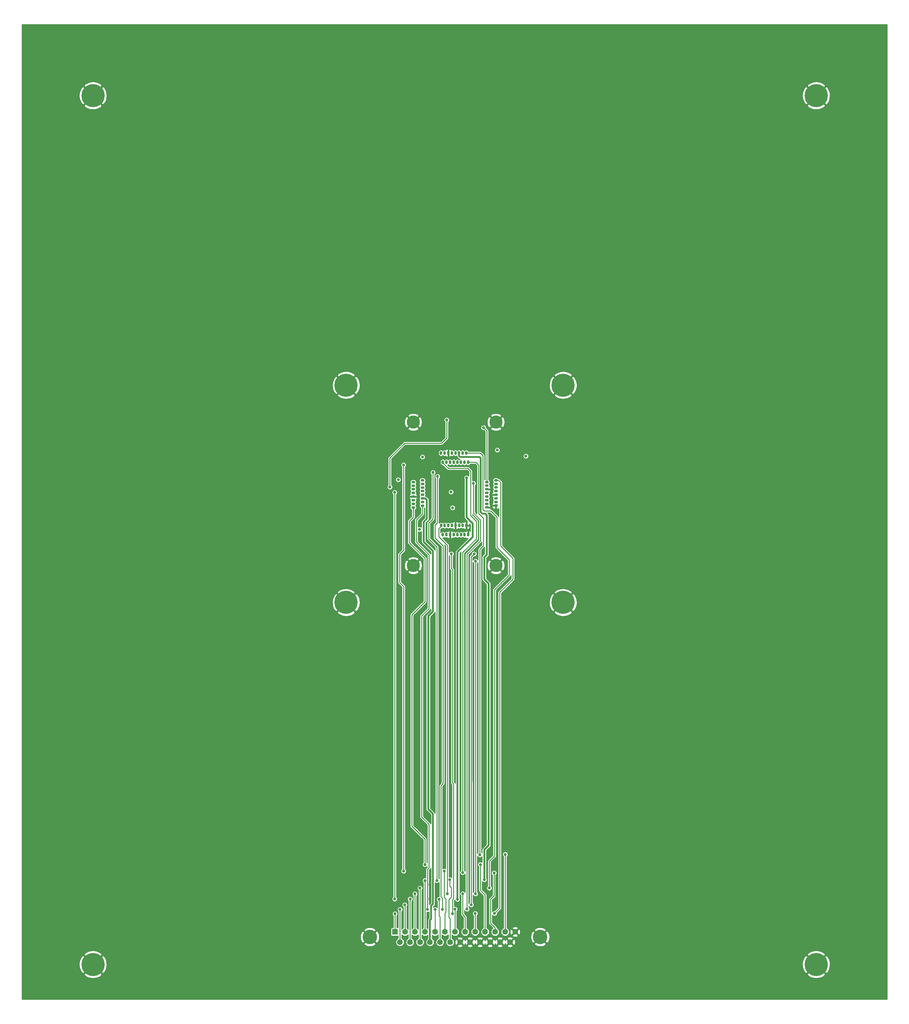
<source format=gbr>
G04 #@! TF.GenerationSoftware,KiCad,Pcbnew,5.1.4-3.fc30*
G04 #@! TF.CreationDate,2019-10-21T10:57:03+02:00*
G04 #@! TF.ProjectId,CarteScreening,43617274-6553-4637-9265-656e696e672e,rev?*
G04 #@! TF.SameCoordinates,Original*
G04 #@! TF.FileFunction,Copper,L3,Inr*
G04 #@! TF.FilePolarity,Positive*
%FSLAX46Y46*%
G04 Gerber Fmt 4.6, Leading zero omitted, Abs format (unit mm)*
G04 Created by KiCad (PCBNEW 5.1.4-3.fc30) date 2019-10-21 10:57:03*
%MOMM*%
%LPD*%
G04 APERTURE LIST*
%ADD10C,0.800000*%
%ADD11C,6.400000*%
%ADD12C,4.000000*%
%ADD13C,1.600000*%
%ADD14R,1.600000X1.600000*%
%ADD15O,1.066800X0.685800*%
%ADD16O,0.685800X1.066800*%
%ADD17C,3.632200*%
%ADD18C,0.500000*%
%ADD19C,0.256000*%
%ADD20C,0.500000*%
%ADD21C,0.254000*%
G04 APERTURE END LIST*
D10*
X121697056Y-108302944D03*
X120000000Y-107600000D03*
X118302944Y-108302944D03*
X117600000Y-110000000D03*
X118302944Y-111697056D03*
X120000000Y-112400000D03*
X121697056Y-111697056D03*
X122400000Y-110000000D03*
D11*
X120000000Y-110000000D03*
D10*
X121697056Y-48302944D03*
X120000000Y-47600000D03*
X118302944Y-48302944D03*
X117600000Y-50000000D03*
X118302944Y-51697056D03*
X120000000Y-52400000D03*
X121697056Y-51697056D03*
X122400000Y-50000000D03*
D11*
X120000000Y-50000000D03*
D10*
X181697056Y-108302944D03*
X180000000Y-107600000D03*
X178302944Y-108302944D03*
X177600000Y-110000000D03*
X178302944Y-111697056D03*
X180000000Y-112400000D03*
X181697056Y-111697056D03*
X182400000Y-110000000D03*
D11*
X180000000Y-110000000D03*
D10*
X181697056Y-48302944D03*
X180000000Y-47600000D03*
X178302944Y-48302944D03*
X177600000Y-50000000D03*
X178302944Y-51697056D03*
X180000000Y-52400000D03*
X181697056Y-51697056D03*
X182400000Y-50000000D03*
D11*
X180000000Y-50000000D03*
D12*
X173670000Y-202420000D03*
X126570000Y-202420000D03*
D13*
X165355000Y-203840000D03*
X162585000Y-203840000D03*
X159815000Y-203840000D03*
X157045000Y-203840000D03*
X154275000Y-203840000D03*
X151505000Y-203840000D03*
X148735000Y-203840000D03*
X145965000Y-203840000D03*
X143195000Y-203840000D03*
X140425000Y-203840000D03*
X137655000Y-203840000D03*
X134885000Y-203840000D03*
X166740000Y-201000000D03*
X163970000Y-201000000D03*
X161200000Y-201000000D03*
X158430000Y-201000000D03*
X155660000Y-201000000D03*
X152890000Y-201000000D03*
X150120000Y-201000000D03*
X147350000Y-201000000D03*
X144580000Y-201000000D03*
X141810000Y-201000000D03*
X139040000Y-201000000D03*
X136270000Y-201000000D03*
D14*
X133500000Y-201000000D03*
D10*
X51697056Y31697056D03*
X50000000Y32400000D03*
X48302944Y31697056D03*
X47600000Y30000000D03*
X48302944Y28302944D03*
X50000000Y27600000D03*
X51697056Y28302944D03*
X52400000Y30000000D03*
D11*
X50000000Y30000000D03*
D10*
X251697056Y31697056D03*
X250000000Y32400000D03*
X248302944Y31697056D03*
X247600000Y30000000D03*
X248302944Y28302944D03*
X250000000Y27600000D03*
X251697056Y28302944D03*
X252400000Y30000000D03*
D11*
X250000000Y30000000D03*
D10*
X251697056Y-208302944D03*
X250000000Y-207600000D03*
X248302944Y-208302944D03*
X247600000Y-210000000D03*
X248302944Y-211697056D03*
X250000000Y-212400000D03*
X251697056Y-211697056D03*
X252400000Y-210000000D03*
D11*
X250000000Y-210000000D03*
D10*
X51697056Y-208302944D03*
X50000000Y-207600000D03*
X48302944Y-208302944D03*
X47600000Y-210000000D03*
X48302944Y-211697056D03*
X50000000Y-212400000D03*
X51697056Y-211697056D03*
X52400000Y-210000000D03*
D11*
X50000000Y-210000000D03*
D15*
X138570000Y-82758440D03*
X141110000Y-81257300D03*
X138570000Y-80756920D03*
X138570000Y-78755400D03*
X141110000Y-78255020D03*
X141110000Y-79255780D03*
X141110000Y-83258820D03*
X141110000Y-80256540D03*
X141110000Y-82258060D03*
X138570000Y-79756160D03*
X141110000Y-77254260D03*
X138570000Y-81757680D03*
X138570000Y-76753880D03*
X138570000Y-77754640D03*
X138570000Y-83759200D03*
X141110000Y-76253500D03*
D16*
X147241560Y-68722400D03*
X148742700Y-71262400D03*
X149243080Y-68722400D03*
X151244600Y-68722400D03*
X151744980Y-71262400D03*
X150744220Y-71262400D03*
X146741180Y-71262400D03*
X149743460Y-71262400D03*
X147741940Y-71262400D03*
X150243840Y-68722400D03*
X152745740Y-71262400D03*
X148242320Y-68722400D03*
X153246120Y-68722400D03*
X152245360Y-68722400D03*
X146240800Y-68722400D03*
X153746500Y-71262400D03*
D15*
X161430000Y-77241560D03*
X158890000Y-78742700D03*
X161430000Y-79243080D03*
X161430000Y-81244600D03*
X158890000Y-81744980D03*
X158890000Y-80744220D03*
X158890000Y-76741180D03*
X158890000Y-79743460D03*
X158890000Y-77741940D03*
X161430000Y-80243840D03*
X158890000Y-82745740D03*
X161430000Y-78242320D03*
X161430000Y-83246120D03*
X161430000Y-82245360D03*
X161430000Y-76240800D03*
X158890000Y-83746500D03*
D16*
X153759200Y-91277600D03*
X153258820Y-88737600D03*
X152758440Y-91277600D03*
X152258060Y-88737600D03*
X151757680Y-91277600D03*
X151257300Y-88737600D03*
X150756920Y-91277600D03*
X150256540Y-88737600D03*
X149756160Y-91277600D03*
X149255780Y-88737600D03*
X148755400Y-91277600D03*
X148255020Y-88737600D03*
X147754640Y-91277600D03*
X147254260Y-88737600D03*
X146753880Y-91277600D03*
X146253500Y-88737600D03*
D17*
X138570000Y-99812000D03*
X161430000Y-99812000D03*
X161430000Y-60188000D03*
X138570000Y-60188000D03*
D10*
X145000000Y-72200000D03*
X143300000Y-75900000D03*
X151500000Y-77000000D03*
X155600000Y-75700000D03*
X139700000Y-84900000D03*
X167000000Y-72600000D03*
X167000000Y-70800000D03*
X167000000Y-74500000D03*
X163800000Y-79400000D03*
X149300000Y-82700000D03*
X137300000Y-80800000D03*
X144400000Y-87600000D03*
X164200000Y-75100000D03*
X165200000Y-73800000D03*
X143200000Y-191900000D03*
X143200000Y-187900000D03*
X145100000Y-188000000D03*
X142600000Y-197000000D03*
X152200000Y-187700000D03*
X147200000Y-179700000D03*
X148900000Y-179700000D03*
X147100000Y-161700000D03*
X149000000Y-161700000D03*
X140300000Y-91900000D03*
X140200000Y-88200000D03*
X156100000Y-95200000D03*
X141700000Y-115800000D03*
X143900000Y-115800000D03*
X139600000Y-115700000D03*
D18*
X151600000Y-112600000D03*
X152800000Y-112600000D03*
X155200000Y-112500000D03*
X156400000Y-112500000D03*
X145900000Y-115800000D03*
X161800000Y-109000000D03*
X161500000Y-182200000D03*
X159900000Y-178600000D03*
X160300000Y-171000000D03*
X160300000Y-124400000D03*
X158200000Y-107000000D03*
X158200000Y-116100000D03*
X158000000Y-124600000D03*
X158300000Y-151500000D03*
X158100000Y-168400000D03*
X158100000Y-174100000D03*
D10*
X143900000Y-122100000D03*
D18*
X144000000Y-138000000D03*
X144000000Y-153100000D03*
X146000000Y-152600000D03*
X146200000Y-137800000D03*
X140000000Y-127100000D03*
X139700000Y-139600000D03*
X139700000Y-153800000D03*
X141800000Y-152400000D03*
X141700000Y-138800000D03*
X142000000Y-126500000D03*
X137000000Y-142000000D03*
X137500000Y-110400000D03*
X134800000Y-110200000D03*
X134700000Y-142200000D03*
D10*
X133400000Y-79600000D03*
X137700000Y-191900000D03*
X133400000Y-191900000D03*
X134900000Y-194800000D03*
X142500000Y-194800000D03*
X164000000Y-179600000D03*
X157000000Y-179700000D03*
X141100000Y-69800000D03*
X160900000Y-184700000D03*
X152200000Y-184600000D03*
X157100000Y-182400000D03*
X141800000Y-182400000D03*
X155700000Y-195900000D03*
X161000000Y-195900000D03*
X135900000Y-72000000D03*
X147100000Y-184200000D03*
X135900000Y-184200000D03*
X139000000Y-190500000D03*
X148000000Y-190500000D03*
X149450000Y-83850000D03*
X169700000Y-69600000D03*
X140400000Y-188900000D03*
X159600000Y-188900000D03*
X140300000Y-89800000D03*
X149000000Y-79500000D03*
X158000000Y-61700000D03*
X161800000Y-67900000D03*
X147800000Y-59600000D03*
X132100000Y-78100000D03*
X134400000Y-76100000D03*
X153300000Y-75600000D03*
X145700000Y-192000000D03*
X150800000Y-192000000D03*
X148700000Y-186600000D03*
X158200000Y-186600000D03*
X149100000Y-96600000D03*
X133500000Y-196000000D03*
X149400000Y-196000000D03*
X155400000Y-96600000D03*
X136200000Y-193500000D03*
X154600000Y-193500000D03*
X144000000Y-74100000D03*
X141800000Y-186800000D03*
X145100000Y-186800000D03*
X145300000Y-75200000D03*
X144600000Y-194800000D03*
X146600000Y-194800000D03*
X155200000Y-77100000D03*
X150100000Y-194700000D03*
X153400000Y-194700000D03*
X155800000Y-98600000D03*
X152200000Y-190500000D03*
X155800000Y-190500000D03*
D19*
X137655000Y-203840000D02*
X137655000Y-191945000D01*
X137655000Y-191945000D02*
X137700000Y-191900000D01*
X133400000Y-159200000D02*
X133400000Y-191900000D01*
X133400000Y-159200000D02*
X133400000Y-159900000D01*
X133400000Y-79600000D02*
X133400000Y-159200000D01*
X141110000Y-83258820D02*
X141110000Y-85490000D01*
X141110000Y-85490000D02*
X139400000Y-87200000D01*
X139400000Y-87200000D02*
X139400000Y-92300000D01*
X139400000Y-92300000D02*
X139400000Y-92500000D01*
X134885000Y-203840000D02*
X134885000Y-194815000D01*
X134885000Y-194815000D02*
X134900000Y-194800000D01*
X142500000Y-194800000D02*
X142500000Y-183700000D01*
X142500000Y-183700000D02*
X142900000Y-183300000D01*
X142900000Y-111700000D02*
X140900000Y-113700000D01*
X142900000Y-96800000D02*
X142900000Y-111700000D01*
X139400000Y-93300000D02*
X142900000Y-96800000D01*
X139400000Y-92300000D02*
X139400000Y-93300000D01*
X142900000Y-172900000D02*
X142900000Y-171300000D01*
X142900000Y-183300000D02*
X142900000Y-172900000D01*
X140900000Y-169300000D02*
X140900000Y-146200000D01*
X142900000Y-171300000D02*
X140900000Y-169300000D01*
X140900000Y-113700000D02*
X140900000Y-146200000D01*
X140900000Y-146200000D02*
X140900000Y-149000000D01*
X154337600Y-71262400D02*
X153746500Y-71262400D01*
X154462400Y-71262400D02*
X154337600Y-71262400D01*
X155862400Y-71262400D02*
X154337600Y-71262400D01*
X156600000Y-85400000D02*
X156600000Y-72000000D01*
X158000000Y-86800000D02*
X156600000Y-85400000D01*
X158000000Y-94300000D02*
X158000000Y-86800000D01*
X157000000Y-95300000D02*
X158000000Y-94300000D01*
X156600000Y-72000000D02*
X155862400Y-71262400D01*
X163970000Y-201000000D02*
X163970000Y-179630000D01*
X163970000Y-179630000D02*
X164000000Y-179600000D01*
X157000000Y-173200000D02*
X157000000Y-179700000D01*
X157000000Y-159200000D02*
X157000000Y-173200000D01*
X157000000Y-159200000D02*
X157000000Y-95300000D01*
X157000000Y-159500000D02*
X157000000Y-159200000D01*
X156000000Y-87600000D02*
X156000000Y-92400000D01*
X154400000Y-86000000D02*
X156000000Y-87600000D01*
X146741180Y-71262400D02*
X146741180Y-71452900D01*
X146741180Y-71452900D02*
X148288280Y-73000000D01*
X148288280Y-73000000D02*
X153700000Y-73000000D01*
X156000000Y-92400000D02*
X152200000Y-96200000D01*
X154400000Y-73700000D02*
X154400000Y-86000000D01*
X153700000Y-73000000D02*
X154400000Y-73700000D01*
X161200000Y-199868630D02*
X159900000Y-198568630D01*
X161200000Y-201000000D02*
X161200000Y-199868630D01*
X159900000Y-198568630D02*
X159900000Y-192000000D01*
X159900000Y-192000000D02*
X160900000Y-191000000D01*
X160900000Y-191000000D02*
X160900000Y-184700000D01*
X152200000Y-184600000D02*
X152200000Y-150500000D01*
X152200000Y-96200000D02*
X152200000Y-150500000D01*
X152200000Y-150500000D02*
X152200000Y-159900000D01*
X158430000Y-201000000D02*
X158430000Y-190830000D01*
X158430000Y-190830000D02*
X157100000Y-189500000D01*
X157100000Y-189500000D02*
X157100000Y-182400000D01*
X138570000Y-83759200D02*
X138570000Y-86430000D01*
X141800000Y-109800000D02*
X138200000Y-113400000D01*
X141800000Y-97800000D02*
X141800000Y-109800000D01*
X138570000Y-86430000D02*
X137500000Y-87500000D01*
X137500000Y-87500000D02*
X137500000Y-93500000D01*
X137500000Y-93500000D02*
X141800000Y-97800000D01*
X141800000Y-177300000D02*
X141800000Y-175400000D01*
X141800000Y-182400000D02*
X141800000Y-177300000D01*
X138200000Y-171800000D02*
X138200000Y-115700000D01*
X141800000Y-175400000D02*
X138200000Y-171800000D01*
X138200000Y-113400000D02*
X138200000Y-115700000D01*
X138200000Y-115700000D02*
X138200000Y-117800000D01*
X155660000Y-201000000D02*
X155660000Y-195940000D01*
X155660000Y-195940000D02*
X155700000Y-195900000D01*
X162163400Y-76240800D02*
X161430000Y-76240800D01*
X162700000Y-76777400D02*
X162163400Y-76240800D01*
X162700000Y-94400000D02*
X162700000Y-76777400D01*
X166100000Y-103600000D02*
X166100000Y-97800000D01*
X162500000Y-107200000D02*
X166100000Y-103600000D01*
X162500000Y-194400000D02*
X162500000Y-107200000D01*
X166100000Y-97800000D02*
X162700000Y-94400000D01*
X161000000Y-195900000D02*
X162500000Y-194400000D01*
X147350000Y-201000000D02*
X147350000Y-195850000D01*
X147350000Y-195850000D02*
X147600000Y-195600000D01*
X147600000Y-195600000D02*
X147600000Y-191900000D01*
X147600000Y-191900000D02*
X147100000Y-191400000D01*
X147100000Y-191400000D02*
X147100000Y-184200000D01*
X135900000Y-157000000D02*
X135900000Y-184200000D01*
X135900000Y-157000000D02*
X135900000Y-159800000D01*
X135900000Y-95600000D02*
X135900000Y-72000000D01*
X134800000Y-96700000D02*
X135900000Y-95600000D01*
X134800000Y-104500000D02*
X134800000Y-96700000D01*
X135900000Y-105600000D02*
X134800000Y-104500000D01*
X135900000Y-157000000D02*
X135900000Y-105600000D01*
X146253500Y-88928100D02*
X145600000Y-89581600D01*
X146253500Y-88737600D02*
X146253500Y-88928100D01*
X145600000Y-89581600D02*
X145600000Y-91800000D01*
X145600000Y-91800000D02*
X148000000Y-94200000D01*
X148000000Y-94200000D02*
X148000000Y-159900000D01*
X139040000Y-201000000D02*
X139040000Y-190540000D01*
X139040000Y-190540000D02*
X139000000Y-190500000D01*
X148000000Y-159900000D02*
X148000000Y-190500000D01*
X157800000Y-84300000D02*
X158200000Y-84700000D01*
X153246120Y-68722400D02*
X157122400Y-68722400D01*
X157122400Y-68722400D02*
X157800000Y-69400000D01*
X157800000Y-69400000D02*
X157800000Y-84300000D01*
X159200000Y-84700000D02*
X160000000Y-84700000D01*
X159200000Y-84700000D02*
X159500000Y-84700000D01*
X158200000Y-84700000D02*
X159200000Y-84700000D01*
X160000000Y-84700000D02*
X161700000Y-86400000D01*
X161700000Y-86400000D02*
X161700000Y-94800000D01*
X161700000Y-94800000D02*
X165100000Y-98200000D01*
X165100000Y-98200000D02*
X165100000Y-102000000D01*
X165100000Y-102000000D02*
X165100000Y-102400000D01*
X140425000Y-203840000D02*
X140425000Y-188925000D01*
X140425000Y-188925000D02*
X140400000Y-188900000D01*
X159600000Y-182300000D02*
X159600000Y-181500000D01*
X159600000Y-188900000D02*
X159600000Y-182300000D01*
X159600000Y-181500000D02*
X161050000Y-180050000D01*
X161050000Y-180050000D02*
X161050000Y-106450000D01*
X165100000Y-102400000D02*
X161050000Y-106450000D01*
X158890000Y-62590000D02*
X158890000Y-76741180D01*
X158000000Y-61700000D02*
X158890000Y-62590000D01*
X147800000Y-59600000D02*
X147800000Y-64600000D01*
X147800000Y-64600000D02*
X146400000Y-66000000D01*
X146400000Y-66000000D02*
X136200000Y-66000000D01*
X136200000Y-66000000D02*
X132100000Y-70100000D01*
X132100000Y-70100000D02*
X132100000Y-78100000D01*
D20*
X143500000Y-197490000D02*
X143195000Y-197795000D01*
X143500000Y-193800000D02*
X143500000Y-197490000D01*
X144000000Y-193300000D02*
X143500000Y-193800000D01*
X141110000Y-81257300D02*
X141899400Y-81257300D01*
X141899400Y-81257300D02*
X142321050Y-81678950D01*
X142321050Y-81678950D02*
X142321050Y-86878950D01*
X142321050Y-86878950D02*
X141450000Y-87750000D01*
X143195000Y-197795000D02*
X143195000Y-203840000D01*
X144000000Y-112500000D02*
X142700000Y-113800000D01*
X141450000Y-87750000D02*
X141450000Y-93250000D01*
X142700000Y-113800000D02*
X142700000Y-167100000D01*
X141450000Y-93250000D02*
X144000000Y-95800000D01*
X142700000Y-167100000D02*
X144000000Y-168400000D01*
X144000000Y-95800000D02*
X144000000Y-112500000D01*
X144000000Y-168400000D02*
X144000000Y-193300000D01*
X153300000Y-85600000D02*
X153300000Y-86500000D01*
X153300000Y-75600000D02*
X153300000Y-85600000D01*
X153300000Y-86500000D02*
X155000000Y-88200000D01*
X155000000Y-91900000D02*
X153900000Y-93000000D01*
X155000000Y-88200000D02*
X155000000Y-91900000D01*
X154500000Y-92400000D02*
X153900000Y-93000000D01*
X153900000Y-93000000D02*
X150800000Y-96100000D01*
D19*
X145965000Y-203840000D02*
X145965000Y-196865000D01*
X145965000Y-196865000D02*
X145700000Y-196600000D01*
X145700000Y-196600000D02*
X145700000Y-192000000D01*
D20*
X150800000Y-192000000D02*
X150800000Y-159200000D01*
X150800000Y-96100000D02*
X150800000Y-159200000D01*
X150800000Y-159200000D02*
X150800000Y-159800000D01*
D19*
X148735000Y-203840000D02*
X148735000Y-197335000D01*
X148735000Y-197335000D02*
X148400000Y-197000000D01*
X148400000Y-197000000D02*
X148400000Y-192100000D01*
X148400000Y-192100000D02*
X149100000Y-191400000D01*
X149100000Y-191400000D02*
X149100000Y-188800000D01*
X149100000Y-188800000D02*
X148700000Y-188400000D01*
X148700000Y-188400000D02*
X148700000Y-186600000D01*
D20*
X151244600Y-69544600D02*
X151244600Y-68722400D01*
X151500000Y-69800000D02*
X151244600Y-69544600D01*
X156900000Y-69800000D02*
X151500000Y-69800000D01*
X157250000Y-70150000D02*
X156900000Y-69800000D01*
X158200000Y-178300000D02*
X159400000Y-177100000D01*
X158200000Y-103600000D02*
X158200000Y-97500000D01*
X159400000Y-104800000D02*
X158200000Y-103600000D01*
X158200000Y-186600000D02*
X158200000Y-178300000D01*
X158500000Y-85500000D02*
X157700000Y-85500000D01*
X158200000Y-97500000D02*
X158900000Y-96800000D01*
X157700000Y-85500000D02*
X157250000Y-85050000D01*
X158900000Y-96800000D02*
X158900000Y-85900000D01*
X157250000Y-85050000D02*
X157250000Y-70150000D01*
X159400000Y-177100000D02*
X159400000Y-104800000D01*
X158900000Y-85900000D02*
X158500000Y-85500000D01*
D19*
X149100000Y-96600000D02*
X149100000Y-100600000D01*
X149100000Y-100600000D02*
X149400000Y-100900000D01*
X149400000Y-100900000D02*
X149400000Y-159800000D01*
X133500000Y-201000000D02*
X133500000Y-196000000D01*
X149400000Y-196000000D02*
X149400000Y-192100000D01*
X149400000Y-192100000D02*
X149700000Y-191800000D01*
X149700000Y-160100000D02*
X149400000Y-159800000D01*
X149700000Y-191800000D02*
X149700000Y-160100000D01*
X155400000Y-96600000D02*
X154550000Y-97450000D01*
X136270000Y-201000000D02*
X136270000Y-193570000D01*
X136270000Y-193570000D02*
X136200000Y-193500000D01*
X154600000Y-159600000D02*
X154600000Y-193500000D01*
X154550000Y-159550000D02*
X154600000Y-159600000D01*
X154550000Y-159550000D02*
X154550000Y-159850000D01*
X154550000Y-97450000D02*
X154550000Y-159550000D01*
X144000000Y-86900000D02*
X142800000Y-88100000D01*
X144000000Y-74100000D02*
X144000000Y-86900000D01*
X145100000Y-95400000D02*
X145100000Y-94700000D01*
X142800000Y-92400000D02*
X142800000Y-91100000D01*
X145100000Y-94700000D02*
X142800000Y-92400000D01*
X142800000Y-88100000D02*
X142800000Y-91100000D01*
X142800000Y-91100000D02*
X142800000Y-91600000D01*
X141810000Y-201000000D02*
X141810000Y-186810000D01*
X141810000Y-186810000D02*
X141800000Y-186800000D01*
X145100000Y-158900000D02*
X145100000Y-186800000D01*
X145100000Y-158900000D02*
X145100000Y-95400000D01*
X145100000Y-159334820D02*
X145100000Y-158900000D01*
X145200000Y-75865685D02*
X145300000Y-75765685D01*
X146800000Y-160000000D02*
X146800000Y-94400000D01*
X144600000Y-88600000D02*
X145200000Y-88000000D01*
X145300000Y-75765685D02*
X145300000Y-75200000D01*
X146800000Y-94400000D02*
X144600000Y-92200000D01*
X144600000Y-92200000D02*
X144600000Y-88600000D01*
X145200000Y-88000000D02*
X145200000Y-75865685D01*
X144580000Y-201000000D02*
X144580000Y-194820000D01*
X144580000Y-194820000D02*
X144600000Y-194800000D01*
X146600000Y-194800000D02*
X146600000Y-191700000D01*
X146600000Y-191700000D02*
X146200000Y-191300000D01*
X146200000Y-160600000D02*
X146800000Y-160000000D01*
X146200000Y-191300000D02*
X146200000Y-160600000D01*
X157100000Y-93000000D02*
X153400000Y-96700000D01*
X157100000Y-87200000D02*
X157100000Y-93000000D01*
X155200000Y-85300000D02*
X157100000Y-87200000D01*
X155200000Y-77100000D02*
X155200000Y-85300000D01*
X150120000Y-201000000D02*
X150120000Y-197380000D01*
X150120000Y-197380000D02*
X150100000Y-197360000D01*
X150100000Y-197360000D02*
X150100000Y-194700000D01*
X153400000Y-194700000D02*
X153400000Y-159300000D01*
X153400000Y-96700000D02*
X153400000Y-159300000D01*
X153400000Y-159300000D02*
X153400000Y-159900000D01*
X155800001Y-98599999D02*
X155800001Y-99199999D01*
X155800001Y-99199999D02*
X155800000Y-99200000D01*
X152890000Y-201000000D02*
X152890000Y-196890000D01*
X152890000Y-196890000D02*
X152200000Y-196200000D01*
X152200000Y-196200000D02*
X152200000Y-190500000D01*
X155800000Y-99200000D02*
X155800000Y-156700000D01*
X155800000Y-190500000D02*
X155800000Y-156700000D01*
X155800000Y-156700000D02*
X155800000Y-159600000D01*
D21*
G36*
X269598001Y-219598000D02*
G01*
X30402000Y-219598000D01*
X30402000Y-212700881D01*
X47478724Y-212700881D01*
X47838912Y-213190548D01*
X48502882Y-213550849D01*
X49224385Y-213774694D01*
X49975695Y-213853480D01*
X50727938Y-213784178D01*
X51452208Y-213569452D01*
X52120670Y-213217555D01*
X52161088Y-213190548D01*
X52521276Y-212700881D01*
X247478724Y-212700881D01*
X247838912Y-213190548D01*
X248502882Y-213550849D01*
X249224385Y-213774694D01*
X249975695Y-213853480D01*
X250727938Y-213784178D01*
X251452208Y-213569452D01*
X252120670Y-213217555D01*
X252161088Y-213190548D01*
X252521276Y-212700881D01*
X250000000Y-210179605D01*
X247478724Y-212700881D01*
X52521276Y-212700881D01*
X50000000Y-210179605D01*
X47478724Y-212700881D01*
X30402000Y-212700881D01*
X30402000Y-209975695D01*
X46146520Y-209975695D01*
X46215822Y-210727938D01*
X46430548Y-211452208D01*
X46782445Y-212120670D01*
X46809452Y-212161088D01*
X47299119Y-212521276D01*
X49820395Y-210000000D01*
X50179605Y-210000000D01*
X52700881Y-212521276D01*
X53190548Y-212161088D01*
X53550849Y-211497118D01*
X53774694Y-210775615D01*
X53853480Y-210024305D01*
X53849002Y-209975695D01*
X246146520Y-209975695D01*
X246215822Y-210727938D01*
X246430548Y-211452208D01*
X246782445Y-212120670D01*
X246809452Y-212161088D01*
X247299119Y-212521276D01*
X249820395Y-210000000D01*
X250179605Y-210000000D01*
X252700881Y-212521276D01*
X253190548Y-212161088D01*
X253550849Y-211497118D01*
X253774694Y-210775615D01*
X253853480Y-210024305D01*
X253784178Y-209272062D01*
X253569452Y-208547792D01*
X253217555Y-207879330D01*
X253190548Y-207838912D01*
X252700881Y-207478724D01*
X250179605Y-210000000D01*
X249820395Y-210000000D01*
X247299119Y-207478724D01*
X246809452Y-207838912D01*
X246449151Y-208502882D01*
X246225306Y-209224385D01*
X246146520Y-209975695D01*
X53849002Y-209975695D01*
X53784178Y-209272062D01*
X53569452Y-208547792D01*
X53217555Y-207879330D01*
X53190548Y-207838912D01*
X52700881Y-207478724D01*
X50179605Y-210000000D01*
X49820395Y-210000000D01*
X47299119Y-207478724D01*
X46809452Y-207838912D01*
X46449151Y-208502882D01*
X46225306Y-209224385D01*
X46146520Y-209975695D01*
X30402000Y-209975695D01*
X30402000Y-207299119D01*
X47478724Y-207299119D01*
X50000000Y-209820395D01*
X52521276Y-207299119D01*
X247478724Y-207299119D01*
X250000000Y-209820395D01*
X252521276Y-207299119D01*
X252161088Y-206809452D01*
X251497118Y-206449151D01*
X250775615Y-206225306D01*
X250024305Y-206146520D01*
X249272062Y-206215822D01*
X248547792Y-206430548D01*
X247879330Y-206782445D01*
X247838912Y-206809452D01*
X247478724Y-207299119D01*
X52521276Y-207299119D01*
X52161088Y-206809452D01*
X51497118Y-206449151D01*
X50775615Y-206225306D01*
X50024305Y-206146520D01*
X49272062Y-206215822D01*
X48547792Y-206430548D01*
X47879330Y-206782445D01*
X47838912Y-206809452D01*
X47478724Y-207299119D01*
X30402000Y-207299119D01*
X30402000Y-204267499D01*
X124902106Y-204267499D01*
X125118228Y-204634258D01*
X125578105Y-204874938D01*
X126076098Y-205021275D01*
X126593071Y-205067648D01*
X127109159Y-205012273D01*
X127604526Y-204857279D01*
X128021772Y-204634258D01*
X128237894Y-204267499D01*
X126570000Y-202599605D01*
X124902106Y-204267499D01*
X30402000Y-204267499D01*
X30402000Y-202443071D01*
X123922352Y-202443071D01*
X123977727Y-202959159D01*
X124132721Y-203454526D01*
X124355742Y-203871772D01*
X124722501Y-204087894D01*
X126390395Y-202420000D01*
X126749605Y-202420000D01*
X128417499Y-204087894D01*
X128784258Y-203871772D01*
X129024938Y-203411895D01*
X129171275Y-202913902D01*
X129217648Y-202396929D01*
X129162273Y-201880841D01*
X129007279Y-201385474D01*
X128784258Y-200968228D01*
X128417499Y-200752106D01*
X126749605Y-202420000D01*
X126390395Y-202420000D01*
X124722501Y-200752106D01*
X124355742Y-200968228D01*
X124115062Y-201428105D01*
X123968725Y-201926098D01*
X123922352Y-202443071D01*
X30402000Y-202443071D01*
X30402000Y-200572501D01*
X124902106Y-200572501D01*
X126570000Y-202240395D01*
X128237894Y-200572501D01*
X128021772Y-200205742D01*
X128010801Y-200200000D01*
X132321176Y-200200000D01*
X132321176Y-201800000D01*
X132328455Y-201873905D01*
X132350012Y-201944970D01*
X132385019Y-202010463D01*
X132432131Y-202067869D01*
X132489537Y-202114981D01*
X132555030Y-202149988D01*
X132626095Y-202171545D01*
X132700000Y-202178824D01*
X134300000Y-202178824D01*
X134373905Y-202171545D01*
X134380000Y-202169696D01*
X134380000Y-202775202D01*
X134327481Y-202796956D01*
X134134706Y-202925764D01*
X133970764Y-203089706D01*
X133841956Y-203282481D01*
X133753231Y-203496682D01*
X133708000Y-203724076D01*
X133708000Y-203955924D01*
X133753231Y-204183318D01*
X133841956Y-204397519D01*
X133970764Y-204590294D01*
X134134706Y-204754236D01*
X134327481Y-204883044D01*
X134541682Y-204971769D01*
X134769076Y-205017000D01*
X135000924Y-205017000D01*
X135228318Y-204971769D01*
X135442519Y-204883044D01*
X135635294Y-204754236D01*
X135799236Y-204590294D01*
X135928044Y-204397519D01*
X136016769Y-204183318D01*
X136062000Y-203955924D01*
X136062000Y-203724076D01*
X136016769Y-203496682D01*
X135928044Y-203282481D01*
X135799236Y-203089706D01*
X135635294Y-202925764D01*
X135442519Y-202796956D01*
X135390000Y-202775202D01*
X135390000Y-201784530D01*
X135519706Y-201914236D01*
X135712481Y-202043044D01*
X135926682Y-202131769D01*
X136154076Y-202177000D01*
X136385924Y-202177000D01*
X136613318Y-202131769D01*
X136827519Y-202043044D01*
X137020294Y-201914236D01*
X137150000Y-201784530D01*
X137150000Y-202775202D01*
X137097481Y-202796956D01*
X136904706Y-202925764D01*
X136740764Y-203089706D01*
X136611956Y-203282481D01*
X136523231Y-203496682D01*
X136478000Y-203724076D01*
X136478000Y-203955924D01*
X136523231Y-204183318D01*
X136611956Y-204397519D01*
X136740764Y-204590294D01*
X136904706Y-204754236D01*
X137097481Y-204883044D01*
X137311682Y-204971769D01*
X137539076Y-205017000D01*
X137770924Y-205017000D01*
X137998318Y-204971769D01*
X138212519Y-204883044D01*
X138405294Y-204754236D01*
X138569236Y-204590294D01*
X138698044Y-204397519D01*
X138786769Y-204183318D01*
X138832000Y-203955924D01*
X138832000Y-203724076D01*
X138786769Y-203496682D01*
X138698044Y-203282481D01*
X138569236Y-203089706D01*
X138405294Y-202925764D01*
X138212519Y-202796956D01*
X138160000Y-202775202D01*
X138160000Y-201784530D01*
X138289706Y-201914236D01*
X138482481Y-202043044D01*
X138696682Y-202131769D01*
X138924076Y-202177000D01*
X139155924Y-202177000D01*
X139383318Y-202131769D01*
X139597519Y-202043044D01*
X139790294Y-201914236D01*
X139920000Y-201784530D01*
X139920000Y-202775202D01*
X139867481Y-202796956D01*
X139674706Y-202925764D01*
X139510764Y-203089706D01*
X139381956Y-203282481D01*
X139293231Y-203496682D01*
X139248000Y-203724076D01*
X139248000Y-203955924D01*
X139293231Y-204183318D01*
X139381956Y-204397519D01*
X139510764Y-204590294D01*
X139674706Y-204754236D01*
X139867481Y-204883044D01*
X140081682Y-204971769D01*
X140309076Y-205017000D01*
X140540924Y-205017000D01*
X140768318Y-204971769D01*
X140982519Y-204883044D01*
X141175294Y-204754236D01*
X141339236Y-204590294D01*
X141468044Y-204397519D01*
X141556769Y-204183318D01*
X141602000Y-203955924D01*
X141602000Y-203724076D01*
X141556769Y-203496682D01*
X141468044Y-203282481D01*
X141339236Y-203089706D01*
X141175294Y-202925764D01*
X140982519Y-202796956D01*
X140930000Y-202775202D01*
X140930000Y-201784530D01*
X141059706Y-201914236D01*
X141252481Y-202043044D01*
X141466682Y-202131769D01*
X141694076Y-202177000D01*
X141925924Y-202177000D01*
X142153318Y-202131769D01*
X142367519Y-202043044D01*
X142560294Y-201914236D01*
X142568001Y-201906529D01*
X142568001Y-202843381D01*
X142444706Y-202925764D01*
X142280764Y-203089706D01*
X142151956Y-203282481D01*
X142063231Y-203496682D01*
X142018000Y-203724076D01*
X142018000Y-203955924D01*
X142063231Y-204183318D01*
X142151956Y-204397519D01*
X142280764Y-204590294D01*
X142444706Y-204754236D01*
X142637481Y-204883044D01*
X142851682Y-204971769D01*
X143079076Y-205017000D01*
X143310924Y-205017000D01*
X143538318Y-204971769D01*
X143752519Y-204883044D01*
X143945294Y-204754236D01*
X144109236Y-204590294D01*
X144238044Y-204397519D01*
X144326769Y-204183318D01*
X144372000Y-203955924D01*
X144372000Y-203724076D01*
X144326769Y-203496682D01*
X144238044Y-203282481D01*
X144109236Y-203089706D01*
X143945294Y-202925764D01*
X143822000Y-202843382D01*
X143822000Y-201906530D01*
X143829706Y-201914236D01*
X144022481Y-202043044D01*
X144236682Y-202131769D01*
X144464076Y-202177000D01*
X144695924Y-202177000D01*
X144923318Y-202131769D01*
X145137519Y-202043044D01*
X145330294Y-201914236D01*
X145460000Y-201784530D01*
X145460000Y-202775202D01*
X145407481Y-202796956D01*
X145214706Y-202925764D01*
X145050764Y-203089706D01*
X144921956Y-203282481D01*
X144833231Y-203496682D01*
X144788000Y-203724076D01*
X144788000Y-203955924D01*
X144833231Y-204183318D01*
X144921956Y-204397519D01*
X145050764Y-204590294D01*
X145214706Y-204754236D01*
X145407481Y-204883044D01*
X145621682Y-204971769D01*
X145849076Y-205017000D01*
X146080924Y-205017000D01*
X146308318Y-204971769D01*
X146522519Y-204883044D01*
X146715294Y-204754236D01*
X146879236Y-204590294D01*
X147008044Y-204397519D01*
X147096769Y-204183318D01*
X147142000Y-203955924D01*
X147142000Y-203724076D01*
X147096769Y-203496682D01*
X147008044Y-203282481D01*
X146879236Y-203089706D01*
X146715294Y-202925764D01*
X146522519Y-202796956D01*
X146470000Y-202775202D01*
X146470000Y-201784530D01*
X146599706Y-201914236D01*
X146792481Y-202043044D01*
X147006682Y-202131769D01*
X147234076Y-202177000D01*
X147465924Y-202177000D01*
X147693318Y-202131769D01*
X147907519Y-202043044D01*
X148100294Y-201914236D01*
X148230000Y-201784530D01*
X148230000Y-202775202D01*
X148177481Y-202796956D01*
X147984706Y-202925764D01*
X147820764Y-203089706D01*
X147691956Y-203282481D01*
X147603231Y-203496682D01*
X147558000Y-203724076D01*
X147558000Y-203955924D01*
X147603231Y-204183318D01*
X147691956Y-204397519D01*
X147820764Y-204590294D01*
X147984706Y-204754236D01*
X148177481Y-204883044D01*
X148391682Y-204971769D01*
X148619076Y-205017000D01*
X148850924Y-205017000D01*
X149078318Y-204971769D01*
X149292519Y-204883044D01*
X149367861Y-204832702D01*
X150691903Y-204832702D01*
X150763486Y-205076671D01*
X151018996Y-205197571D01*
X151293184Y-205266300D01*
X151575512Y-205280217D01*
X151855130Y-205238787D01*
X152121292Y-205143603D01*
X152246514Y-205076671D01*
X152318097Y-204832702D01*
X153461903Y-204832702D01*
X153533486Y-205076671D01*
X153788996Y-205197571D01*
X154063184Y-205266300D01*
X154345512Y-205280217D01*
X154625130Y-205238787D01*
X154891292Y-205143603D01*
X155016514Y-205076671D01*
X155088097Y-204832702D01*
X156231903Y-204832702D01*
X156303486Y-205076671D01*
X156558996Y-205197571D01*
X156833184Y-205266300D01*
X157115512Y-205280217D01*
X157395130Y-205238787D01*
X157661292Y-205143603D01*
X157786514Y-205076671D01*
X157858097Y-204832702D01*
X159001903Y-204832702D01*
X159073486Y-205076671D01*
X159328996Y-205197571D01*
X159603184Y-205266300D01*
X159885512Y-205280217D01*
X160165130Y-205238787D01*
X160431292Y-205143603D01*
X160556514Y-205076671D01*
X160628097Y-204832702D01*
X161771903Y-204832702D01*
X161843486Y-205076671D01*
X162098996Y-205197571D01*
X162373184Y-205266300D01*
X162655512Y-205280217D01*
X162935130Y-205238787D01*
X163201292Y-205143603D01*
X163326514Y-205076671D01*
X163398097Y-204832702D01*
X164541903Y-204832702D01*
X164613486Y-205076671D01*
X164868996Y-205197571D01*
X165143184Y-205266300D01*
X165425512Y-205280217D01*
X165705130Y-205238787D01*
X165971292Y-205143603D01*
X166096514Y-205076671D01*
X166168097Y-204832702D01*
X165355000Y-204019605D01*
X164541903Y-204832702D01*
X163398097Y-204832702D01*
X162585000Y-204019605D01*
X161771903Y-204832702D01*
X160628097Y-204832702D01*
X159815000Y-204019605D01*
X159001903Y-204832702D01*
X157858097Y-204832702D01*
X157045000Y-204019605D01*
X156231903Y-204832702D01*
X155088097Y-204832702D01*
X154275000Y-204019605D01*
X153461903Y-204832702D01*
X152318097Y-204832702D01*
X151505000Y-204019605D01*
X150691903Y-204832702D01*
X149367861Y-204832702D01*
X149485294Y-204754236D01*
X149649236Y-204590294D01*
X149778044Y-204397519D01*
X149866769Y-204183318D01*
X149912000Y-203955924D01*
X149912000Y-203910512D01*
X150064783Y-203910512D01*
X150106213Y-204190130D01*
X150201397Y-204456292D01*
X150268329Y-204581514D01*
X150512298Y-204653097D01*
X151325395Y-203840000D01*
X151684605Y-203840000D01*
X152497702Y-204653097D01*
X152741671Y-204581514D01*
X152862571Y-204326004D01*
X152888216Y-204223695D01*
X152971397Y-204456292D01*
X153038329Y-204581514D01*
X153282298Y-204653097D01*
X154095395Y-203840000D01*
X154454605Y-203840000D01*
X155267702Y-204653097D01*
X155511671Y-204581514D01*
X155632571Y-204326004D01*
X155658216Y-204223695D01*
X155741397Y-204456292D01*
X155808329Y-204581514D01*
X156052298Y-204653097D01*
X156865395Y-203840000D01*
X157224605Y-203840000D01*
X158037702Y-204653097D01*
X158281671Y-204581514D01*
X158402571Y-204326004D01*
X158428216Y-204223695D01*
X158511397Y-204456292D01*
X158578329Y-204581514D01*
X158822298Y-204653097D01*
X159635395Y-203840000D01*
X159994605Y-203840000D01*
X160807702Y-204653097D01*
X161051671Y-204581514D01*
X161172571Y-204326004D01*
X161198216Y-204223695D01*
X161281397Y-204456292D01*
X161348329Y-204581514D01*
X161592298Y-204653097D01*
X162405395Y-203840000D01*
X162764605Y-203840000D01*
X163577702Y-204653097D01*
X163821671Y-204581514D01*
X163942571Y-204326004D01*
X163968216Y-204223695D01*
X164051397Y-204456292D01*
X164118329Y-204581514D01*
X164362298Y-204653097D01*
X165175395Y-203840000D01*
X165534605Y-203840000D01*
X166347702Y-204653097D01*
X166591671Y-204581514D01*
X166712571Y-204326004D01*
X166727236Y-204267499D01*
X172002106Y-204267499D01*
X172218228Y-204634258D01*
X172678105Y-204874938D01*
X173176098Y-205021275D01*
X173693071Y-205067648D01*
X174209159Y-205012273D01*
X174704526Y-204857279D01*
X175121772Y-204634258D01*
X175337894Y-204267499D01*
X173670000Y-202599605D01*
X172002106Y-204267499D01*
X166727236Y-204267499D01*
X166781300Y-204051816D01*
X166795217Y-203769488D01*
X166753787Y-203489870D01*
X166658603Y-203223708D01*
X166591671Y-203098486D01*
X166347702Y-203026903D01*
X165534605Y-203840000D01*
X165175395Y-203840000D01*
X164362298Y-203026903D01*
X164118329Y-203098486D01*
X163997429Y-203353996D01*
X163971784Y-203456305D01*
X163888603Y-203223708D01*
X163821671Y-203098486D01*
X163577702Y-203026903D01*
X162764605Y-203840000D01*
X162405395Y-203840000D01*
X161592298Y-203026903D01*
X161348329Y-203098486D01*
X161227429Y-203353996D01*
X161201784Y-203456305D01*
X161118603Y-203223708D01*
X161051671Y-203098486D01*
X160807702Y-203026903D01*
X159994605Y-203840000D01*
X159635395Y-203840000D01*
X158822298Y-203026903D01*
X158578329Y-203098486D01*
X158457429Y-203353996D01*
X158431784Y-203456305D01*
X158348603Y-203223708D01*
X158281671Y-203098486D01*
X158037702Y-203026903D01*
X157224605Y-203840000D01*
X156865395Y-203840000D01*
X156052298Y-203026903D01*
X155808329Y-203098486D01*
X155687429Y-203353996D01*
X155661784Y-203456305D01*
X155578603Y-203223708D01*
X155511671Y-203098486D01*
X155267702Y-203026903D01*
X154454605Y-203840000D01*
X154095395Y-203840000D01*
X153282298Y-203026903D01*
X153038329Y-203098486D01*
X152917429Y-203353996D01*
X152891784Y-203456305D01*
X152808603Y-203223708D01*
X152741671Y-203098486D01*
X152497702Y-203026903D01*
X151684605Y-203840000D01*
X151325395Y-203840000D01*
X150512298Y-203026903D01*
X150268329Y-203098486D01*
X150147429Y-203353996D01*
X150078700Y-203628184D01*
X150064783Y-203910512D01*
X149912000Y-203910512D01*
X149912000Y-203724076D01*
X149866769Y-203496682D01*
X149778044Y-203282481D01*
X149649236Y-203089706D01*
X149485294Y-202925764D01*
X149367862Y-202847298D01*
X150691903Y-202847298D01*
X151505000Y-203660395D01*
X152318097Y-202847298D01*
X153461903Y-202847298D01*
X154275000Y-203660395D01*
X155088097Y-202847298D01*
X156231903Y-202847298D01*
X157045000Y-203660395D01*
X157858097Y-202847298D01*
X159001903Y-202847298D01*
X159815000Y-203660395D01*
X160628097Y-202847298D01*
X161771903Y-202847298D01*
X162585000Y-203660395D01*
X163398097Y-202847298D01*
X164541903Y-202847298D01*
X165355000Y-203660395D01*
X166168097Y-202847298D01*
X166096514Y-202603329D01*
X165841004Y-202482429D01*
X165683989Y-202443071D01*
X171022352Y-202443071D01*
X171077727Y-202959159D01*
X171232721Y-203454526D01*
X171455742Y-203871772D01*
X171822501Y-204087894D01*
X173490395Y-202420000D01*
X173849605Y-202420000D01*
X175517499Y-204087894D01*
X175884258Y-203871772D01*
X176124938Y-203411895D01*
X176271275Y-202913902D01*
X176317648Y-202396929D01*
X176262273Y-201880841D01*
X176107279Y-201385474D01*
X175884258Y-200968228D01*
X175517499Y-200752106D01*
X173849605Y-202420000D01*
X173490395Y-202420000D01*
X171822501Y-200752106D01*
X171455742Y-200968228D01*
X171215062Y-201428105D01*
X171068725Y-201926098D01*
X171022352Y-202443071D01*
X165683989Y-202443071D01*
X165566816Y-202413700D01*
X165284488Y-202399783D01*
X165004870Y-202441213D01*
X164738708Y-202536397D01*
X164613486Y-202603329D01*
X164541903Y-202847298D01*
X163398097Y-202847298D01*
X163326514Y-202603329D01*
X163071004Y-202482429D01*
X162796816Y-202413700D01*
X162514488Y-202399783D01*
X162234870Y-202441213D01*
X161968708Y-202536397D01*
X161843486Y-202603329D01*
X161771903Y-202847298D01*
X160628097Y-202847298D01*
X160556514Y-202603329D01*
X160301004Y-202482429D01*
X160026816Y-202413700D01*
X159744488Y-202399783D01*
X159464870Y-202441213D01*
X159198708Y-202536397D01*
X159073486Y-202603329D01*
X159001903Y-202847298D01*
X157858097Y-202847298D01*
X157786514Y-202603329D01*
X157531004Y-202482429D01*
X157256816Y-202413700D01*
X156974488Y-202399783D01*
X156694870Y-202441213D01*
X156428708Y-202536397D01*
X156303486Y-202603329D01*
X156231903Y-202847298D01*
X155088097Y-202847298D01*
X155016514Y-202603329D01*
X154761004Y-202482429D01*
X154486816Y-202413700D01*
X154204488Y-202399783D01*
X153924870Y-202441213D01*
X153658708Y-202536397D01*
X153533486Y-202603329D01*
X153461903Y-202847298D01*
X152318097Y-202847298D01*
X152246514Y-202603329D01*
X151991004Y-202482429D01*
X151716816Y-202413700D01*
X151434488Y-202399783D01*
X151154870Y-202441213D01*
X150888708Y-202536397D01*
X150763486Y-202603329D01*
X150691903Y-202847298D01*
X149367862Y-202847298D01*
X149292519Y-202796956D01*
X149240000Y-202775202D01*
X149240000Y-201784530D01*
X149369706Y-201914236D01*
X149562481Y-202043044D01*
X149776682Y-202131769D01*
X150004076Y-202177000D01*
X150235924Y-202177000D01*
X150463318Y-202131769D01*
X150677519Y-202043044D01*
X150870294Y-201914236D01*
X151034236Y-201750294D01*
X151163044Y-201557519D01*
X151251769Y-201343318D01*
X151297000Y-201115924D01*
X151297000Y-200884076D01*
X151251769Y-200656682D01*
X151163044Y-200442481D01*
X151034236Y-200249706D01*
X150870294Y-200085764D01*
X150677519Y-199956956D01*
X150625000Y-199935202D01*
X150625000Y-197404791D01*
X150627442Y-197379999D01*
X150625000Y-197355207D01*
X150625000Y-197355195D01*
X150617693Y-197281003D01*
X150605000Y-197239161D01*
X150605000Y-195293845D01*
X150703536Y-195195309D01*
X150788569Y-195068048D01*
X150847141Y-194926643D01*
X150877000Y-194776528D01*
X150877000Y-194623472D01*
X150847141Y-194473357D01*
X150788569Y-194331952D01*
X150703536Y-194204691D01*
X150595309Y-194096464D01*
X150468048Y-194011431D01*
X150326643Y-193952859D01*
X150176528Y-193923000D01*
X150023472Y-193923000D01*
X149905000Y-193946565D01*
X149905000Y-192309177D01*
X150039549Y-192174628D01*
X150042097Y-192172537D01*
X150052859Y-192226643D01*
X150111431Y-192368048D01*
X150196464Y-192495309D01*
X150304691Y-192603536D01*
X150431952Y-192688569D01*
X150573357Y-192747141D01*
X150723472Y-192777000D01*
X150876528Y-192777000D01*
X151026643Y-192747141D01*
X151168048Y-192688569D01*
X151295309Y-192603536D01*
X151403536Y-192495309D01*
X151488569Y-192368048D01*
X151547141Y-192226643D01*
X151577000Y-192076528D01*
X151577000Y-191923472D01*
X151547141Y-191773357D01*
X151488569Y-191631952D01*
X151427000Y-191539807D01*
X151427000Y-190596638D01*
X151452859Y-190726643D01*
X151511431Y-190868048D01*
X151596464Y-190995309D01*
X151695001Y-191093846D01*
X151695000Y-196175205D01*
X151692558Y-196200000D01*
X151695000Y-196224795D01*
X151695000Y-196224804D01*
X151702307Y-196298996D01*
X151731184Y-196394189D01*
X151778077Y-196481920D01*
X151841184Y-196558816D01*
X151860451Y-196574628D01*
X152385001Y-197099179D01*
X152385000Y-199935202D01*
X152332481Y-199956956D01*
X152139706Y-200085764D01*
X151975764Y-200249706D01*
X151846956Y-200442481D01*
X151758231Y-200656682D01*
X151713000Y-200884076D01*
X151713000Y-201115924D01*
X151758231Y-201343318D01*
X151846956Y-201557519D01*
X151975764Y-201750294D01*
X152139706Y-201914236D01*
X152332481Y-202043044D01*
X152546682Y-202131769D01*
X152774076Y-202177000D01*
X153005924Y-202177000D01*
X153233318Y-202131769D01*
X153447519Y-202043044D01*
X153640294Y-201914236D01*
X153804236Y-201750294D01*
X153933044Y-201557519D01*
X154021769Y-201343318D01*
X154067000Y-201115924D01*
X154067000Y-200884076D01*
X154483000Y-200884076D01*
X154483000Y-201115924D01*
X154528231Y-201343318D01*
X154616956Y-201557519D01*
X154745764Y-201750294D01*
X154909706Y-201914236D01*
X155102481Y-202043044D01*
X155316682Y-202131769D01*
X155544076Y-202177000D01*
X155775924Y-202177000D01*
X156003318Y-202131769D01*
X156217519Y-202043044D01*
X156410294Y-201914236D01*
X156574236Y-201750294D01*
X156703044Y-201557519D01*
X156791769Y-201343318D01*
X156837000Y-201115924D01*
X156837000Y-200884076D01*
X156791769Y-200656682D01*
X156703044Y-200442481D01*
X156574236Y-200249706D01*
X156410294Y-200085764D01*
X156217519Y-199956956D01*
X156165000Y-199935202D01*
X156165000Y-196523788D01*
X156195309Y-196503536D01*
X156303536Y-196395309D01*
X156388569Y-196268048D01*
X156447141Y-196126643D01*
X156477000Y-195976528D01*
X156477000Y-195823472D01*
X156447141Y-195673357D01*
X156388569Y-195531952D01*
X156303536Y-195404691D01*
X156195309Y-195296464D01*
X156068048Y-195211431D01*
X155926643Y-195152859D01*
X155776528Y-195123000D01*
X155623472Y-195123000D01*
X155473357Y-195152859D01*
X155331952Y-195211431D01*
X155204691Y-195296464D01*
X155096464Y-195404691D01*
X155011431Y-195531952D01*
X154952859Y-195673357D01*
X154923000Y-195823472D01*
X154923000Y-195976528D01*
X154952859Y-196126643D01*
X155011431Y-196268048D01*
X155096464Y-196395309D01*
X155155001Y-196453846D01*
X155155000Y-199935202D01*
X155102481Y-199956956D01*
X154909706Y-200085764D01*
X154745764Y-200249706D01*
X154616956Y-200442481D01*
X154528231Y-200656682D01*
X154483000Y-200884076D01*
X154067000Y-200884076D01*
X154021769Y-200656682D01*
X153933044Y-200442481D01*
X153804236Y-200249706D01*
X153640294Y-200085764D01*
X153447519Y-199956956D01*
X153395000Y-199935202D01*
X153395000Y-196914791D01*
X153397442Y-196889999D01*
X153395000Y-196865207D01*
X153395000Y-196865195D01*
X153387693Y-196791003D01*
X153358816Y-196695810D01*
X153320863Y-196624805D01*
X153311923Y-196608079D01*
X153264628Y-196550450D01*
X153264624Y-196550446D01*
X153248816Y-196531184D01*
X153229554Y-196515376D01*
X152705000Y-195990823D01*
X152705000Y-195052522D01*
X152711431Y-195068048D01*
X152796464Y-195195309D01*
X152904691Y-195303536D01*
X153031952Y-195388569D01*
X153173357Y-195447141D01*
X153323472Y-195477000D01*
X153476528Y-195477000D01*
X153626643Y-195447141D01*
X153768048Y-195388569D01*
X153895309Y-195303536D01*
X154003536Y-195195309D01*
X154088569Y-195068048D01*
X154147141Y-194926643D01*
X154177000Y-194776528D01*
X154177000Y-194623472D01*
X154147141Y-194473357D01*
X154088569Y-194331952D01*
X154003536Y-194204691D01*
X153905000Y-194106155D01*
X153905000Y-193852522D01*
X153911431Y-193868048D01*
X153996464Y-193995309D01*
X154104691Y-194103536D01*
X154231952Y-194188569D01*
X154373357Y-194247141D01*
X154523472Y-194277000D01*
X154676528Y-194277000D01*
X154826643Y-194247141D01*
X154968048Y-194188569D01*
X155095309Y-194103536D01*
X155203536Y-193995309D01*
X155288569Y-193868048D01*
X155347141Y-193726643D01*
X155377000Y-193576528D01*
X155377000Y-193423472D01*
X155347141Y-193273357D01*
X155288569Y-193131952D01*
X155203536Y-193004691D01*
X155105000Y-192906155D01*
X155105000Y-190852522D01*
X155111431Y-190868048D01*
X155196464Y-190995309D01*
X155304691Y-191103536D01*
X155431952Y-191188569D01*
X155573357Y-191247141D01*
X155723472Y-191277000D01*
X155876528Y-191277000D01*
X156026643Y-191247141D01*
X156168048Y-191188569D01*
X156295309Y-191103536D01*
X156403536Y-190995309D01*
X156488569Y-190868048D01*
X156547141Y-190726643D01*
X156577000Y-190576528D01*
X156577000Y-190423472D01*
X156547141Y-190273357D01*
X156488569Y-190131952D01*
X156403536Y-190004691D01*
X156305000Y-189906155D01*
X156305000Y-180052522D01*
X156311431Y-180068048D01*
X156396464Y-180195309D01*
X156504691Y-180303536D01*
X156631952Y-180388569D01*
X156773357Y-180447141D01*
X156923472Y-180477000D01*
X157076528Y-180477000D01*
X157226643Y-180447141D01*
X157368048Y-180388569D01*
X157495309Y-180303536D01*
X157573001Y-180225844D01*
X157573001Y-181781558D01*
X157468048Y-181711431D01*
X157326643Y-181652859D01*
X157176528Y-181623000D01*
X157023472Y-181623000D01*
X156873357Y-181652859D01*
X156731952Y-181711431D01*
X156604691Y-181796464D01*
X156496464Y-181904691D01*
X156411431Y-182031952D01*
X156352859Y-182173357D01*
X156323000Y-182323472D01*
X156323000Y-182476528D01*
X156352859Y-182626643D01*
X156411431Y-182768048D01*
X156496464Y-182895309D01*
X156595001Y-182993846D01*
X156595000Y-189475205D01*
X156592558Y-189500000D01*
X156595000Y-189524795D01*
X156595000Y-189524804D01*
X156602307Y-189598996D01*
X156631184Y-189694189D01*
X156678077Y-189781920D01*
X156741184Y-189858816D01*
X156760451Y-189874628D01*
X157925001Y-191039179D01*
X157925000Y-199935202D01*
X157872481Y-199956956D01*
X157679706Y-200085764D01*
X157515764Y-200249706D01*
X157386956Y-200442481D01*
X157298231Y-200656682D01*
X157253000Y-200884076D01*
X157253000Y-201115924D01*
X157298231Y-201343318D01*
X157386956Y-201557519D01*
X157515764Y-201750294D01*
X157679706Y-201914236D01*
X157872481Y-202043044D01*
X158086682Y-202131769D01*
X158314076Y-202177000D01*
X158545924Y-202177000D01*
X158773318Y-202131769D01*
X158987519Y-202043044D01*
X159180294Y-201914236D01*
X159344236Y-201750294D01*
X159473044Y-201557519D01*
X159561769Y-201343318D01*
X159607000Y-201115924D01*
X159607000Y-200884076D01*
X159561769Y-200656682D01*
X159473044Y-200442481D01*
X159344236Y-200249706D01*
X159180294Y-200085764D01*
X158987519Y-199956956D01*
X158935000Y-199935202D01*
X158935000Y-190854794D01*
X158937442Y-190829999D01*
X158935000Y-190805204D01*
X158935000Y-190805195D01*
X158927693Y-190731003D01*
X158898816Y-190635810D01*
X158879139Y-190598997D01*
X158851923Y-190548079D01*
X158804628Y-190490450D01*
X158804624Y-190490446D01*
X158788816Y-190471184D01*
X158769554Y-190455376D01*
X157605000Y-189290823D01*
X157605000Y-187103845D01*
X157704691Y-187203536D01*
X157831952Y-187288569D01*
X157973357Y-187347141D01*
X158123472Y-187377000D01*
X158276528Y-187377000D01*
X158426643Y-187347141D01*
X158568048Y-187288569D01*
X158695309Y-187203536D01*
X158803536Y-187095309D01*
X158888569Y-186968048D01*
X158947141Y-186826643D01*
X158977000Y-186676528D01*
X158977000Y-186523472D01*
X158947141Y-186373357D01*
X158888569Y-186231952D01*
X158827000Y-186139807D01*
X158827000Y-178559711D01*
X159821579Y-177565133D01*
X159845501Y-177545501D01*
X159923853Y-177450028D01*
X159982075Y-177341103D01*
X160017927Y-177222913D01*
X160027000Y-177130794D01*
X160027000Y-177130793D01*
X160030033Y-177100001D01*
X160027000Y-177069209D01*
X160027000Y-104830791D01*
X160030033Y-104799999D01*
X160027000Y-104769206D01*
X160017927Y-104677087D01*
X159982075Y-104558897D01*
X159923853Y-104449972D01*
X159845501Y-104354499D01*
X159821578Y-104334866D01*
X158827000Y-103340289D01*
X158827000Y-101528648D01*
X159892957Y-101528648D01*
X160086979Y-101876575D01*
X160515564Y-102098915D01*
X160979289Y-102233370D01*
X161460336Y-102274774D01*
X161940216Y-102221535D01*
X162400490Y-102075698D01*
X162773021Y-101876575D01*
X162967043Y-101528648D01*
X161430000Y-99991605D01*
X159892957Y-101528648D01*
X158827000Y-101528648D01*
X158827000Y-99842336D01*
X158967226Y-99842336D01*
X159020465Y-100322216D01*
X159166302Y-100782490D01*
X159365425Y-101155021D01*
X159713352Y-101349043D01*
X161250395Y-99812000D01*
X161609605Y-99812000D01*
X163146648Y-101349043D01*
X163494575Y-101155021D01*
X163716915Y-100726436D01*
X163851370Y-100262711D01*
X163892774Y-99781664D01*
X163839535Y-99301784D01*
X163693698Y-98841510D01*
X163494575Y-98468979D01*
X163146648Y-98274957D01*
X161609605Y-99812000D01*
X161250395Y-99812000D01*
X159713352Y-98274957D01*
X159365425Y-98468979D01*
X159143085Y-98897564D01*
X159008630Y-99361289D01*
X158967226Y-99842336D01*
X158827000Y-99842336D01*
X158827000Y-98095352D01*
X159892957Y-98095352D01*
X161430000Y-99632395D01*
X162967043Y-98095352D01*
X162773021Y-97747425D01*
X162344436Y-97525085D01*
X161880711Y-97390630D01*
X161399664Y-97349226D01*
X160919784Y-97402465D01*
X160459510Y-97548302D01*
X160086979Y-97747425D01*
X159892957Y-98095352D01*
X158827000Y-98095352D01*
X158827000Y-97759711D01*
X159321579Y-97265133D01*
X159345501Y-97245501D01*
X159423853Y-97150028D01*
X159482075Y-97041103D01*
X159517927Y-96922913D01*
X159527000Y-96830794D01*
X159527000Y-96830793D01*
X159530033Y-96800001D01*
X159527000Y-96769209D01*
X159527000Y-85930791D01*
X159530033Y-85899999D01*
X159527000Y-85869206D01*
X159517927Y-85777087D01*
X159482075Y-85658897D01*
X159423853Y-85549972D01*
X159345501Y-85454499D01*
X159321573Y-85434862D01*
X159091711Y-85205000D01*
X159790823Y-85205000D01*
X161195000Y-86609178D01*
X161195001Y-94775195D01*
X161192558Y-94800000D01*
X161202308Y-94898997D01*
X161231184Y-94994189D01*
X161278077Y-95081920D01*
X161325372Y-95139549D01*
X161325377Y-95139554D01*
X161341185Y-95158816D01*
X161360447Y-95174624D01*
X164595000Y-98409178D01*
X164595001Y-101975186D01*
X164595000Y-101975196D01*
X164595000Y-102190822D01*
X160710447Y-106075376D01*
X160691185Y-106091184D01*
X160675377Y-106110446D01*
X160675372Y-106110451D01*
X160628077Y-106168080D01*
X160581184Y-106255811D01*
X160552308Y-106351003D01*
X160542558Y-106450000D01*
X160545001Y-106474805D01*
X160545000Y-179840823D01*
X159260447Y-181125376D01*
X159241185Y-181141184D01*
X159225377Y-181160446D01*
X159225372Y-181160451D01*
X159178077Y-181218080D01*
X159131184Y-181305811D01*
X159102308Y-181401003D01*
X159092558Y-181500000D01*
X159095001Y-181524805D01*
X159095000Y-182324804D01*
X159095001Y-182324814D01*
X159095000Y-188306155D01*
X158996464Y-188404691D01*
X158911431Y-188531952D01*
X158852859Y-188673357D01*
X158823000Y-188823472D01*
X158823000Y-188976528D01*
X158852859Y-189126643D01*
X158911431Y-189268048D01*
X158996464Y-189395309D01*
X159104691Y-189503536D01*
X159231952Y-189588569D01*
X159373357Y-189647141D01*
X159523472Y-189677000D01*
X159676528Y-189677000D01*
X159826643Y-189647141D01*
X159968048Y-189588569D01*
X160095309Y-189503536D01*
X160203536Y-189395309D01*
X160288569Y-189268048D01*
X160347141Y-189126643D01*
X160377000Y-188976528D01*
X160377000Y-188823472D01*
X160347141Y-188673357D01*
X160288569Y-188531952D01*
X160203536Y-188404691D01*
X160105000Y-188306155D01*
X160105000Y-181709177D01*
X161389549Y-180424628D01*
X161408816Y-180408816D01*
X161434927Y-180377000D01*
X161471923Y-180331921D01*
X161518816Y-180244190D01*
X161531148Y-180203536D01*
X161547693Y-180148997D01*
X161555000Y-180074805D01*
X161555000Y-180074795D01*
X161557442Y-180050000D01*
X161555000Y-180025205D01*
X161555000Y-106659177D01*
X165439554Y-102774624D01*
X165458816Y-102758816D01*
X165474624Y-102739554D01*
X165474628Y-102739550D01*
X165521923Y-102681921D01*
X165568816Y-102594190D01*
X165595000Y-102507873D01*
X165595000Y-103390822D01*
X162160447Y-106825376D01*
X162141185Y-106841184D01*
X162125377Y-106860446D01*
X162125372Y-106860451D01*
X162078077Y-106918080D01*
X162031184Y-107005811D01*
X162002308Y-107101003D01*
X161992558Y-107200000D01*
X161995001Y-107224805D01*
X161995000Y-194190822D01*
X161062823Y-195123000D01*
X160923472Y-195123000D01*
X160773357Y-195152859D01*
X160631952Y-195211431D01*
X160504691Y-195296464D01*
X160405000Y-195396155D01*
X160405000Y-192209177D01*
X161239554Y-191374624D01*
X161258816Y-191358816D01*
X161274624Y-191339554D01*
X161274629Y-191339549D01*
X161321923Y-191281921D01*
X161368816Y-191194190D01*
X161370521Y-191188569D01*
X161397693Y-191098997D01*
X161405000Y-191024805D01*
X161405000Y-191024795D01*
X161407442Y-191000000D01*
X161405000Y-190975205D01*
X161405000Y-185293845D01*
X161503536Y-185195309D01*
X161588569Y-185068048D01*
X161647141Y-184926643D01*
X161677000Y-184776528D01*
X161677000Y-184623472D01*
X161647141Y-184473357D01*
X161588569Y-184331952D01*
X161503536Y-184204691D01*
X161395309Y-184096464D01*
X161268048Y-184011431D01*
X161126643Y-183952859D01*
X160976528Y-183923000D01*
X160823472Y-183923000D01*
X160673357Y-183952859D01*
X160531952Y-184011431D01*
X160404691Y-184096464D01*
X160296464Y-184204691D01*
X160211431Y-184331952D01*
X160152859Y-184473357D01*
X160123000Y-184623472D01*
X160123000Y-184776528D01*
X160152859Y-184926643D01*
X160211431Y-185068048D01*
X160296464Y-185195309D01*
X160395001Y-185293846D01*
X160395000Y-190790822D01*
X159560446Y-191625377D01*
X159541185Y-191641184D01*
X159525377Y-191660446D01*
X159525372Y-191660451D01*
X159478077Y-191718080D01*
X159431184Y-191805811D01*
X159402308Y-191901003D01*
X159392558Y-192000000D01*
X159395001Y-192024805D01*
X159395000Y-198543835D01*
X159392558Y-198568630D01*
X159395000Y-198593425D01*
X159395000Y-198593434D01*
X159402307Y-198667626D01*
X159431184Y-198762819D01*
X159478077Y-198850550D01*
X159541184Y-198927446D01*
X159560451Y-198943258D01*
X160601519Y-199984326D01*
X160449706Y-200085764D01*
X160285764Y-200249706D01*
X160156956Y-200442481D01*
X160068231Y-200656682D01*
X160023000Y-200884076D01*
X160023000Y-201115924D01*
X160068231Y-201343318D01*
X160156956Y-201557519D01*
X160285764Y-201750294D01*
X160449706Y-201914236D01*
X160642481Y-202043044D01*
X160856682Y-202131769D01*
X161084076Y-202177000D01*
X161315924Y-202177000D01*
X161543318Y-202131769D01*
X161757519Y-202043044D01*
X161950294Y-201914236D01*
X162114236Y-201750294D01*
X162243044Y-201557519D01*
X162331769Y-201343318D01*
X162377000Y-201115924D01*
X162377000Y-200884076D01*
X162793000Y-200884076D01*
X162793000Y-201115924D01*
X162838231Y-201343318D01*
X162926956Y-201557519D01*
X163055764Y-201750294D01*
X163219706Y-201914236D01*
X163412481Y-202043044D01*
X163626682Y-202131769D01*
X163854076Y-202177000D01*
X164085924Y-202177000D01*
X164313318Y-202131769D01*
X164527519Y-202043044D01*
X164602861Y-201992702D01*
X165926903Y-201992702D01*
X165998486Y-202236671D01*
X166253996Y-202357571D01*
X166528184Y-202426300D01*
X166810512Y-202440217D01*
X167090130Y-202398787D01*
X167356292Y-202303603D01*
X167481514Y-202236671D01*
X167553097Y-201992702D01*
X166740000Y-201179605D01*
X165926903Y-201992702D01*
X164602861Y-201992702D01*
X164720294Y-201914236D01*
X164884236Y-201750294D01*
X165013044Y-201557519D01*
X165101769Y-201343318D01*
X165147000Y-201115924D01*
X165147000Y-201070512D01*
X165299783Y-201070512D01*
X165341213Y-201350130D01*
X165436397Y-201616292D01*
X165503329Y-201741514D01*
X165747298Y-201813097D01*
X166560395Y-201000000D01*
X166919605Y-201000000D01*
X167732702Y-201813097D01*
X167976671Y-201741514D01*
X168097571Y-201486004D01*
X168166300Y-201211816D01*
X168180217Y-200929488D01*
X168138787Y-200649870D01*
X168111119Y-200572501D01*
X172002106Y-200572501D01*
X173670000Y-202240395D01*
X175337894Y-200572501D01*
X175121772Y-200205742D01*
X174661895Y-199965062D01*
X174163902Y-199818725D01*
X173646929Y-199772352D01*
X173130841Y-199827727D01*
X172635474Y-199982721D01*
X172218228Y-200205742D01*
X172002106Y-200572501D01*
X168111119Y-200572501D01*
X168043603Y-200383708D01*
X167976671Y-200258486D01*
X167732702Y-200186903D01*
X166919605Y-201000000D01*
X166560395Y-201000000D01*
X165747298Y-200186903D01*
X165503329Y-200258486D01*
X165382429Y-200513996D01*
X165313700Y-200788184D01*
X165299783Y-201070512D01*
X165147000Y-201070512D01*
X165147000Y-200884076D01*
X165101769Y-200656682D01*
X165013044Y-200442481D01*
X164884236Y-200249706D01*
X164720294Y-200085764D01*
X164602862Y-200007298D01*
X165926903Y-200007298D01*
X166740000Y-200820395D01*
X167553097Y-200007298D01*
X167481514Y-199763329D01*
X167226004Y-199642429D01*
X166951816Y-199573700D01*
X166669488Y-199559783D01*
X166389870Y-199601213D01*
X166123708Y-199696397D01*
X165998486Y-199763329D01*
X165926903Y-200007298D01*
X164602862Y-200007298D01*
X164527519Y-199956956D01*
X164475000Y-199935202D01*
X164475000Y-180217106D01*
X164495309Y-180203536D01*
X164603536Y-180095309D01*
X164688569Y-179968048D01*
X164747141Y-179826643D01*
X164777000Y-179676528D01*
X164777000Y-179523472D01*
X164747141Y-179373357D01*
X164688569Y-179231952D01*
X164603536Y-179104691D01*
X164495309Y-178996464D01*
X164368048Y-178911431D01*
X164226643Y-178852859D01*
X164076528Y-178823000D01*
X163923472Y-178823000D01*
X163773357Y-178852859D01*
X163631952Y-178911431D01*
X163504691Y-178996464D01*
X163396464Y-179104691D01*
X163311431Y-179231952D01*
X163252859Y-179373357D01*
X163223000Y-179523472D01*
X163223000Y-179676528D01*
X163252859Y-179826643D01*
X163311431Y-179968048D01*
X163396464Y-180095309D01*
X163465001Y-180163846D01*
X163465000Y-199935202D01*
X163412481Y-199956956D01*
X163219706Y-200085764D01*
X163055764Y-200249706D01*
X162926956Y-200442481D01*
X162838231Y-200656682D01*
X162793000Y-200884076D01*
X162377000Y-200884076D01*
X162331769Y-200656682D01*
X162243044Y-200442481D01*
X162114236Y-200249706D01*
X161950294Y-200085764D01*
X161757519Y-199956956D01*
X161705000Y-199935202D01*
X161705000Y-199893425D01*
X161707442Y-199868630D01*
X161705000Y-199843835D01*
X161705000Y-199843825D01*
X161697693Y-199769633D01*
X161668816Y-199674440D01*
X161651706Y-199642429D01*
X161621923Y-199586709D01*
X161574628Y-199529081D01*
X161558816Y-199509814D01*
X161539549Y-199494002D01*
X160405000Y-198359453D01*
X160405000Y-196403845D01*
X160504691Y-196503536D01*
X160631952Y-196588569D01*
X160773357Y-196647141D01*
X160923472Y-196677000D01*
X161076528Y-196677000D01*
X161226643Y-196647141D01*
X161368048Y-196588569D01*
X161495309Y-196503536D01*
X161603536Y-196395309D01*
X161688569Y-196268048D01*
X161747141Y-196126643D01*
X161777000Y-195976528D01*
X161777000Y-195837177D01*
X162839554Y-194774624D01*
X162858816Y-194758816D01*
X162874624Y-194739554D01*
X162874628Y-194739550D01*
X162921923Y-194681921D01*
X162968815Y-194594191D01*
X162968816Y-194594190D01*
X162997693Y-194498997D01*
X163005000Y-194424805D01*
X163005000Y-194424793D01*
X163007442Y-194400001D01*
X163005000Y-194375209D01*
X163005000Y-112700881D01*
X177478724Y-112700881D01*
X177838912Y-113190548D01*
X178502882Y-113550849D01*
X179224385Y-113774694D01*
X179975695Y-113853480D01*
X180727938Y-113784178D01*
X181452208Y-113569452D01*
X182120670Y-113217555D01*
X182161088Y-113190548D01*
X182521276Y-112700881D01*
X180000000Y-110179605D01*
X177478724Y-112700881D01*
X163005000Y-112700881D01*
X163005000Y-109975695D01*
X176146520Y-109975695D01*
X176215822Y-110727938D01*
X176430548Y-111452208D01*
X176782445Y-112120670D01*
X176809452Y-112161088D01*
X177299119Y-112521276D01*
X179820395Y-110000000D01*
X180179605Y-110000000D01*
X182700881Y-112521276D01*
X183190548Y-112161088D01*
X183550849Y-111497118D01*
X183774694Y-110775615D01*
X183853480Y-110024305D01*
X183784178Y-109272062D01*
X183569452Y-108547792D01*
X183217555Y-107879330D01*
X183190548Y-107838912D01*
X182700881Y-107478724D01*
X180179605Y-110000000D01*
X179820395Y-110000000D01*
X177299119Y-107478724D01*
X176809452Y-107838912D01*
X176449151Y-108502882D01*
X176225306Y-109224385D01*
X176146520Y-109975695D01*
X163005000Y-109975695D01*
X163005000Y-107409177D01*
X163115058Y-107299119D01*
X177478724Y-107299119D01*
X180000000Y-109820395D01*
X182521276Y-107299119D01*
X182161088Y-106809452D01*
X181497118Y-106449151D01*
X180775615Y-106225306D01*
X180024305Y-106146520D01*
X179272062Y-106215822D01*
X178547792Y-106430548D01*
X177879330Y-106782445D01*
X177838912Y-106809452D01*
X177478724Y-107299119D01*
X163115058Y-107299119D01*
X166439554Y-103974624D01*
X166458816Y-103958816D01*
X166474624Y-103939554D01*
X166474628Y-103939550D01*
X166521923Y-103881921D01*
X166568816Y-103794190D01*
X166568816Y-103794189D01*
X166597693Y-103698997D01*
X166605000Y-103624805D01*
X166605000Y-103624795D01*
X166607442Y-103600000D01*
X166605000Y-103575205D01*
X166605000Y-97824794D01*
X166607442Y-97799999D01*
X166605000Y-97775204D01*
X166605000Y-97775195D01*
X166597693Y-97701003D01*
X166568816Y-97605810D01*
X166538077Y-97548302D01*
X166521923Y-97518079D01*
X166474628Y-97460450D01*
X166474624Y-97460446D01*
X166458816Y-97441184D01*
X166439554Y-97425376D01*
X163205000Y-94190823D01*
X163205000Y-76802195D01*
X163207442Y-76777400D01*
X163205000Y-76752605D01*
X163205000Y-76752595D01*
X163197693Y-76678403D01*
X163168816Y-76583210D01*
X163141485Y-76532077D01*
X163121923Y-76495479D01*
X163074628Y-76437850D01*
X163074624Y-76437846D01*
X163058816Y-76418584D01*
X163039554Y-76402776D01*
X162538028Y-75901251D01*
X162522216Y-75881984D01*
X162445320Y-75818877D01*
X162357590Y-75771984D01*
X162262397Y-75743107D01*
X162188205Y-75735800D01*
X162188195Y-75735800D01*
X162163400Y-75733358D01*
X162138605Y-75735800D01*
X162137351Y-75735800D01*
X162132009Y-75729291D01*
X162022390Y-75639329D01*
X161897327Y-75572481D01*
X161761625Y-75531317D01*
X161655862Y-75520900D01*
X161204138Y-75520900D01*
X161098375Y-75531317D01*
X160962673Y-75572481D01*
X160837610Y-75639329D01*
X160727991Y-75729291D01*
X160638029Y-75838910D01*
X160571181Y-75963973D01*
X160530017Y-76099675D01*
X160516117Y-76240800D01*
X160530017Y-76381925D01*
X160571181Y-76517627D01*
X160638029Y-76642690D01*
X160718858Y-76741180D01*
X160638029Y-76839670D01*
X160571181Y-76964733D01*
X160530017Y-77100435D01*
X160516117Y-77241560D01*
X160530017Y-77382685D01*
X160571181Y-77518387D01*
X160638029Y-77643450D01*
X160718858Y-77741940D01*
X160638029Y-77840430D01*
X160571181Y-77965493D01*
X160530017Y-78101195D01*
X160516117Y-78242320D01*
X160530017Y-78383445D01*
X160571181Y-78519147D01*
X160638029Y-78644210D01*
X160718858Y-78742700D01*
X160638029Y-78841190D01*
X160571181Y-78966253D01*
X160530017Y-79101955D01*
X160516117Y-79243080D01*
X160530017Y-79384205D01*
X160571181Y-79519907D01*
X160573814Y-79524834D01*
X160482361Y-79615256D01*
X160374279Y-79775045D01*
X160301687Y-79966722D01*
X160430255Y-80116840D01*
X161303000Y-80116840D01*
X161303000Y-80096840D01*
X161557000Y-80096840D01*
X161557000Y-80116840D01*
X161577000Y-80116840D01*
X161577000Y-80370840D01*
X161557000Y-80370840D01*
X161557000Y-80390840D01*
X161303000Y-80390840D01*
X161303000Y-80370840D01*
X160430255Y-80370840D01*
X160301687Y-80520958D01*
X160374279Y-80712635D01*
X160482361Y-80872424D01*
X160573814Y-80962846D01*
X160571181Y-80967773D01*
X160530017Y-81103475D01*
X160516117Y-81244600D01*
X160530017Y-81385725D01*
X160571181Y-81521427D01*
X160638029Y-81646490D01*
X160718858Y-81744980D01*
X160638029Y-81843470D01*
X160571181Y-81968533D01*
X160530017Y-82104235D01*
X160516117Y-82245360D01*
X160530017Y-82386485D01*
X160571181Y-82522187D01*
X160573814Y-82527114D01*
X160482361Y-82617536D01*
X160374279Y-82777325D01*
X160301687Y-82969002D01*
X160430255Y-83119120D01*
X161303000Y-83119120D01*
X161303000Y-83099120D01*
X161557000Y-83099120D01*
X161557000Y-83119120D01*
X161577000Y-83119120D01*
X161577000Y-83373120D01*
X161557000Y-83373120D01*
X161557000Y-84069381D01*
X161711402Y-84225974D01*
X161900815Y-84189412D01*
X162079456Y-84116600D01*
X162195001Y-84040340D01*
X162195000Y-86292127D01*
X162168816Y-86205810D01*
X162125009Y-86123853D01*
X162121923Y-86118079D01*
X162074628Y-86060450D01*
X162074624Y-86060446D01*
X162058816Y-86041184D01*
X162039554Y-86025376D01*
X160374627Y-84360450D01*
X160358816Y-84341184D01*
X160281920Y-84278077D01*
X160194190Y-84231184D01*
X160098997Y-84202307D01*
X160024805Y-84195000D01*
X160024795Y-84195000D01*
X160000000Y-84192558D01*
X159975205Y-84195000D01*
X159953407Y-84195000D01*
X160018313Y-84023618D01*
X159889745Y-83873500D01*
X159017000Y-83873500D01*
X159017000Y-83893500D01*
X158763000Y-83893500D01*
X158763000Y-83873500D01*
X158743000Y-83873500D01*
X158743000Y-83619500D01*
X158763000Y-83619500D01*
X158763000Y-83599500D01*
X159017000Y-83599500D01*
X159017000Y-83619500D01*
X159889745Y-83619500D01*
X159972188Y-83523238D01*
X160301687Y-83523238D01*
X160374279Y-83714915D01*
X160482361Y-83874704D01*
X160619540Y-84010336D01*
X160780544Y-84116600D01*
X160959185Y-84189412D01*
X161148598Y-84225974D01*
X161303000Y-84069381D01*
X161303000Y-83373120D01*
X160430255Y-83373120D01*
X160301687Y-83523238D01*
X159972188Y-83523238D01*
X160018313Y-83469382D01*
X159945721Y-83277705D01*
X159837639Y-83117916D01*
X159746186Y-83027494D01*
X159748819Y-83022567D01*
X159789983Y-82886865D01*
X159803883Y-82745740D01*
X159789983Y-82604615D01*
X159748819Y-82468913D01*
X159681971Y-82343850D01*
X159601142Y-82245360D01*
X159681971Y-82146870D01*
X159748819Y-82021807D01*
X159789983Y-81886105D01*
X159803883Y-81744980D01*
X159789983Y-81603855D01*
X159748819Y-81468153D01*
X159681971Y-81343090D01*
X159601142Y-81244600D01*
X159681971Y-81146110D01*
X159748819Y-81021047D01*
X159789983Y-80885345D01*
X159803883Y-80744220D01*
X159789983Y-80603095D01*
X159748819Y-80467393D01*
X159681971Y-80342330D01*
X159601142Y-80243840D01*
X159681971Y-80145350D01*
X159748819Y-80020287D01*
X159789983Y-79884585D01*
X159803883Y-79743460D01*
X159789983Y-79602335D01*
X159748819Y-79466633D01*
X159746186Y-79461706D01*
X159837639Y-79371284D01*
X159945721Y-79211495D01*
X160018313Y-79019818D01*
X159889745Y-78869700D01*
X159017000Y-78869700D01*
X159017000Y-78889700D01*
X158763000Y-78889700D01*
X158763000Y-78869700D01*
X158743000Y-78869700D01*
X158743000Y-78615700D01*
X158763000Y-78615700D01*
X158763000Y-78595700D01*
X159017000Y-78595700D01*
X159017000Y-78615700D01*
X159889745Y-78615700D01*
X160018313Y-78465582D01*
X159945721Y-78273905D01*
X159837639Y-78114116D01*
X159746186Y-78023694D01*
X159748819Y-78018767D01*
X159789983Y-77883065D01*
X159803883Y-77741940D01*
X159789983Y-77600815D01*
X159748819Y-77465113D01*
X159681971Y-77340050D01*
X159601142Y-77241560D01*
X159681971Y-77143070D01*
X159748819Y-77018007D01*
X159789983Y-76882305D01*
X159803883Y-76741180D01*
X159789983Y-76600055D01*
X159748819Y-76464353D01*
X159681971Y-76339290D01*
X159592009Y-76229671D01*
X159482390Y-76139709D01*
X159395000Y-76092998D01*
X159395000Y-69523472D01*
X168923000Y-69523472D01*
X168923000Y-69676528D01*
X168952859Y-69826643D01*
X169011431Y-69968048D01*
X169096464Y-70095309D01*
X169204691Y-70203536D01*
X169331952Y-70288569D01*
X169473357Y-70347141D01*
X169623472Y-70377000D01*
X169776528Y-70377000D01*
X169926643Y-70347141D01*
X170068048Y-70288569D01*
X170195309Y-70203536D01*
X170303536Y-70095309D01*
X170388569Y-69968048D01*
X170447141Y-69826643D01*
X170477000Y-69676528D01*
X170477000Y-69523472D01*
X170447141Y-69373357D01*
X170388569Y-69231952D01*
X170303536Y-69104691D01*
X170195309Y-68996464D01*
X170068048Y-68911431D01*
X169926643Y-68852859D01*
X169776528Y-68823000D01*
X169623472Y-68823000D01*
X169473357Y-68852859D01*
X169331952Y-68911431D01*
X169204691Y-68996464D01*
X169096464Y-69104691D01*
X169011431Y-69231952D01*
X168952859Y-69373357D01*
X168923000Y-69523472D01*
X159395000Y-69523472D01*
X159395000Y-67823472D01*
X161023000Y-67823472D01*
X161023000Y-67976528D01*
X161052859Y-68126643D01*
X161111431Y-68268048D01*
X161196464Y-68395309D01*
X161304691Y-68503536D01*
X161431952Y-68588569D01*
X161573357Y-68647141D01*
X161723472Y-68677000D01*
X161876528Y-68677000D01*
X162026643Y-68647141D01*
X162168048Y-68588569D01*
X162295309Y-68503536D01*
X162403536Y-68395309D01*
X162488569Y-68268048D01*
X162547141Y-68126643D01*
X162577000Y-67976528D01*
X162577000Y-67823472D01*
X162547141Y-67673357D01*
X162488569Y-67531952D01*
X162403536Y-67404691D01*
X162295309Y-67296464D01*
X162168048Y-67211431D01*
X162026643Y-67152859D01*
X161876528Y-67123000D01*
X161723472Y-67123000D01*
X161573357Y-67152859D01*
X161431952Y-67211431D01*
X161304691Y-67296464D01*
X161196464Y-67404691D01*
X161111431Y-67531952D01*
X161052859Y-67673357D01*
X161023000Y-67823472D01*
X159395000Y-67823472D01*
X159395000Y-62614794D01*
X159397442Y-62589999D01*
X159395000Y-62565204D01*
X159395000Y-62565195D01*
X159387693Y-62491003D01*
X159358816Y-62395810D01*
X159328257Y-62338638D01*
X159311923Y-62308079D01*
X159264628Y-62250450D01*
X159264624Y-62250446D01*
X159248816Y-62231184D01*
X159229554Y-62215376D01*
X158918826Y-61904648D01*
X159892957Y-61904648D01*
X160086979Y-62252575D01*
X160515564Y-62474915D01*
X160979289Y-62609370D01*
X161460336Y-62650774D01*
X161940216Y-62597535D01*
X162400490Y-62451698D01*
X162773021Y-62252575D01*
X162967043Y-61904648D01*
X161430000Y-60367605D01*
X159892957Y-61904648D01*
X158918826Y-61904648D01*
X158777000Y-61762823D01*
X158777000Y-61623472D01*
X158747141Y-61473357D01*
X158688569Y-61331952D01*
X158603536Y-61204691D01*
X158495309Y-61096464D01*
X158368048Y-61011431D01*
X158226643Y-60952859D01*
X158076528Y-60923000D01*
X157923472Y-60923000D01*
X157773357Y-60952859D01*
X157631952Y-61011431D01*
X157504691Y-61096464D01*
X157396464Y-61204691D01*
X157311431Y-61331952D01*
X157252859Y-61473357D01*
X157223000Y-61623472D01*
X157223000Y-61776528D01*
X157252859Y-61926643D01*
X157311431Y-62068048D01*
X157396464Y-62195309D01*
X157504691Y-62303536D01*
X157631952Y-62388569D01*
X157773357Y-62447141D01*
X157923472Y-62477000D01*
X158062823Y-62477000D01*
X158385000Y-62799178D01*
X158385001Y-76092997D01*
X158305000Y-76135759D01*
X158305000Y-69424794D01*
X158307442Y-69399999D01*
X158305000Y-69375204D01*
X158305000Y-69375195D01*
X158297693Y-69301003D01*
X158268816Y-69205810D01*
X158235950Y-69144323D01*
X158221923Y-69118079D01*
X158174628Y-69060450D01*
X158174624Y-69060446D01*
X158158816Y-69041184D01*
X158139554Y-69025376D01*
X157497028Y-68382851D01*
X157481216Y-68363584D01*
X157404320Y-68300477D01*
X157316590Y-68253584D01*
X157221397Y-68224707D01*
X157147205Y-68217400D01*
X157147195Y-68217400D01*
X157122400Y-68214958D01*
X157097605Y-68217400D01*
X153894302Y-68217400D01*
X153847591Y-68130010D01*
X153757628Y-68020391D01*
X153648009Y-67930429D01*
X153522946Y-67863581D01*
X153387244Y-67822417D01*
X153246120Y-67808517D01*
X153104995Y-67822417D01*
X152969293Y-67863581D01*
X152844230Y-67930429D01*
X152745740Y-68011259D01*
X152647249Y-67930429D01*
X152522186Y-67863581D01*
X152386484Y-67822417D01*
X152245360Y-67808517D01*
X152104235Y-67822417D01*
X151968533Y-67863581D01*
X151843470Y-67930429D01*
X151744980Y-68011259D01*
X151646489Y-67930429D01*
X151521426Y-67863581D01*
X151385724Y-67822417D01*
X151244600Y-67808517D01*
X151103475Y-67822417D01*
X150967773Y-67863581D01*
X150842710Y-67930429D01*
X150744220Y-68011259D01*
X150645729Y-67930429D01*
X150520666Y-67863581D01*
X150384964Y-67822417D01*
X150243840Y-67808517D01*
X150102715Y-67822417D01*
X149967013Y-67863581D01*
X149841950Y-67930429D01*
X149743460Y-68011259D01*
X149644969Y-67930429D01*
X149519906Y-67863581D01*
X149384204Y-67822417D01*
X149243080Y-67808517D01*
X149101955Y-67822417D01*
X148966253Y-67863581D01*
X148961326Y-67866214D01*
X148870904Y-67774761D01*
X148711115Y-67666679D01*
X148519438Y-67594087D01*
X148369320Y-67722655D01*
X148369320Y-68595400D01*
X148389320Y-68595400D01*
X148389320Y-68849400D01*
X148369320Y-68849400D01*
X148369320Y-69722145D01*
X148519438Y-69850713D01*
X148711115Y-69778121D01*
X148870904Y-69670039D01*
X148961326Y-69578585D01*
X148966254Y-69581219D01*
X149101956Y-69622383D01*
X149243080Y-69636283D01*
X149384205Y-69622383D01*
X149519907Y-69581219D01*
X149644970Y-69514371D01*
X149743461Y-69433542D01*
X149841951Y-69514371D01*
X149967014Y-69581219D01*
X150102716Y-69622383D01*
X150243840Y-69636283D01*
X150384965Y-69622383D01*
X150520667Y-69581219D01*
X150615978Y-69530274D01*
X150614567Y-69544600D01*
X150619451Y-69594189D01*
X150626673Y-69667512D01*
X150662525Y-69785702D01*
X150720747Y-69894627D01*
X150799099Y-69990101D01*
X150823027Y-70009738D01*
X151034862Y-70221573D01*
X151054499Y-70245501D01*
X151149972Y-70323853D01*
X151258897Y-70382075D01*
X151377087Y-70417927D01*
X151431320Y-70423269D01*
X151343090Y-70470429D01*
X151244600Y-70551259D01*
X151146109Y-70470429D01*
X151021046Y-70403581D01*
X150885344Y-70362417D01*
X150744220Y-70348517D01*
X150603095Y-70362417D01*
X150467393Y-70403581D01*
X150342330Y-70470429D01*
X150243840Y-70551259D01*
X150145349Y-70470429D01*
X150020286Y-70403581D01*
X149884584Y-70362417D01*
X149743460Y-70348517D01*
X149602335Y-70362417D01*
X149466633Y-70403581D01*
X149341570Y-70470429D01*
X149243080Y-70551259D01*
X149144589Y-70470429D01*
X149019526Y-70403581D01*
X148883824Y-70362417D01*
X148742700Y-70348517D01*
X148601575Y-70362417D01*
X148465873Y-70403581D01*
X148340810Y-70470429D01*
X148242320Y-70551259D01*
X148143829Y-70470429D01*
X148018766Y-70403581D01*
X147883064Y-70362417D01*
X147741940Y-70348517D01*
X147600815Y-70362417D01*
X147465113Y-70403581D01*
X147340050Y-70470429D01*
X147241560Y-70551259D01*
X147143069Y-70470429D01*
X147018006Y-70403581D01*
X146882304Y-70362417D01*
X146741180Y-70348517D01*
X146600055Y-70362417D01*
X146464353Y-70403581D01*
X146339290Y-70470429D01*
X146229671Y-70560392D01*
X146139709Y-70670011D01*
X146072861Y-70795074D01*
X146031697Y-70930776D01*
X146021280Y-71036539D01*
X146021280Y-71488262D01*
X146031697Y-71594025D01*
X146072861Y-71729727D01*
X146139709Y-71854790D01*
X146229672Y-71964409D01*
X146339291Y-72054371D01*
X146464354Y-72121219D01*
X146600056Y-72162383D01*
X146741180Y-72176283D01*
X146749560Y-72175458D01*
X147913656Y-73339554D01*
X147929464Y-73358816D01*
X147948726Y-73374624D01*
X147948730Y-73374628D01*
X148006359Y-73421923D01*
X148094090Y-73468816D01*
X148189283Y-73497693D01*
X148263475Y-73505000D01*
X148263485Y-73505000D01*
X148288280Y-73507442D01*
X148313075Y-73505000D01*
X153490823Y-73505000D01*
X153895000Y-73909178D01*
X153895000Y-75096155D01*
X153795309Y-74996464D01*
X153668048Y-74911431D01*
X153526643Y-74852859D01*
X153376528Y-74823000D01*
X153223472Y-74823000D01*
X153073357Y-74852859D01*
X152931952Y-74911431D01*
X152804691Y-74996464D01*
X152696464Y-75104691D01*
X152611431Y-75231952D01*
X152552859Y-75373357D01*
X152523000Y-75523472D01*
X152523000Y-75676528D01*
X152552859Y-75826643D01*
X152611431Y-75968048D01*
X152673000Y-76060193D01*
X152673001Y-85569197D01*
X152673000Y-85569207D01*
X152673000Y-86469206D01*
X152669967Y-86500000D01*
X152682073Y-86622912D01*
X152709074Y-86711921D01*
X152717926Y-86741103D01*
X152776148Y-86850028D01*
X152854500Y-86945501D01*
X152878422Y-86965134D01*
X153528740Y-87615452D01*
X153385820Y-87737855D01*
X153385820Y-88610600D01*
X154082081Y-88610600D01*
X154238674Y-88456198D01*
X154207384Y-88294095D01*
X154373000Y-88459712D01*
X154373001Y-90319961D01*
X154227995Y-90221879D01*
X154036318Y-90149287D01*
X153886200Y-90277855D01*
X153886200Y-91150600D01*
X153906200Y-91150600D01*
X153906200Y-91404600D01*
X153886200Y-91404600D01*
X153886200Y-91424600D01*
X153632200Y-91424600D01*
X153632200Y-91404600D01*
X153612200Y-91404600D01*
X153612200Y-91150600D01*
X153632200Y-91150600D01*
X153632200Y-90277855D01*
X153482082Y-90149287D01*
X153290405Y-90221879D01*
X153130616Y-90329961D01*
X153040194Y-90421415D01*
X153035266Y-90418781D01*
X152899564Y-90377617D01*
X152758440Y-90363717D01*
X152617315Y-90377617D01*
X152481613Y-90418781D01*
X152356550Y-90485629D01*
X152258060Y-90566459D01*
X152159569Y-90485629D01*
X152034506Y-90418781D01*
X151898804Y-90377617D01*
X151757680Y-90363717D01*
X151616555Y-90377617D01*
X151480853Y-90418781D01*
X151355790Y-90485629D01*
X151257300Y-90566459D01*
X151158809Y-90485629D01*
X151033746Y-90418781D01*
X150898044Y-90377617D01*
X150756920Y-90363717D01*
X150615795Y-90377617D01*
X150480093Y-90418781D01*
X150355030Y-90485629D01*
X150256540Y-90566459D01*
X150158049Y-90485629D01*
X150032986Y-90418781D01*
X149897284Y-90377617D01*
X149756160Y-90363717D01*
X149615035Y-90377617D01*
X149479333Y-90418781D01*
X149474406Y-90421414D01*
X149383984Y-90329961D01*
X149224195Y-90221879D01*
X149032518Y-90149287D01*
X148882400Y-90277855D01*
X148882400Y-91150600D01*
X148902400Y-91150600D01*
X148902400Y-91404600D01*
X148882400Y-91404600D01*
X148882400Y-92277345D01*
X149032518Y-92405913D01*
X149224195Y-92333321D01*
X149383984Y-92225239D01*
X149474406Y-92133785D01*
X149479334Y-92136419D01*
X149615036Y-92177583D01*
X149756160Y-92191483D01*
X149897285Y-92177583D01*
X150032987Y-92136419D01*
X150158050Y-92069571D01*
X150256541Y-91988742D01*
X150355031Y-92069571D01*
X150480094Y-92136419D01*
X150615796Y-92177583D01*
X150756920Y-92191483D01*
X150898045Y-92177583D01*
X151033747Y-92136419D01*
X151158810Y-92069571D01*
X151257301Y-91988742D01*
X151355791Y-92069571D01*
X151480854Y-92136419D01*
X151616556Y-92177583D01*
X151757680Y-92191483D01*
X151898805Y-92177583D01*
X152034507Y-92136419D01*
X152159570Y-92069571D01*
X152258061Y-91988742D01*
X152356551Y-92069571D01*
X152481614Y-92136419D01*
X152617316Y-92177583D01*
X152758440Y-92191483D01*
X152899565Y-92177583D01*
X153035267Y-92136419D01*
X153040194Y-92133786D01*
X153130616Y-92225239D01*
X153290405Y-92333321D01*
X153482082Y-92405913D01*
X153632198Y-92277347D01*
X153632198Y-92381091D01*
X153478423Y-92534866D01*
X153478418Y-92534870D01*
X150378427Y-95634862D01*
X150354499Y-95654499D01*
X150276147Y-95749973D01*
X150217925Y-95858898D01*
X150201990Y-95911431D01*
X150182073Y-95977088D01*
X150169967Y-96100000D01*
X150173000Y-96130794D01*
X150173001Y-159169197D01*
X150173000Y-159169207D01*
X150173000Y-159830794D01*
X150173001Y-159830804D01*
X150173001Y-159919606D01*
X150168816Y-159905810D01*
X150125518Y-159824805D01*
X150121923Y-159818079D01*
X150074628Y-159760451D01*
X150058816Y-159741184D01*
X150039549Y-159725372D01*
X149905000Y-159590823D01*
X149905000Y-100924794D01*
X149907442Y-100899999D01*
X149905000Y-100875204D01*
X149905000Y-100875195D01*
X149897693Y-100801003D01*
X149868816Y-100705810D01*
X149825518Y-100624805D01*
X149821923Y-100618079D01*
X149774628Y-100560451D01*
X149758816Y-100541184D01*
X149739549Y-100525372D01*
X149605000Y-100390823D01*
X149605000Y-97193845D01*
X149703536Y-97095309D01*
X149788569Y-96968048D01*
X149847141Y-96826643D01*
X149877000Y-96676528D01*
X149877000Y-96523472D01*
X149847141Y-96373357D01*
X149788569Y-96231952D01*
X149703536Y-96104691D01*
X149595309Y-95996464D01*
X149468048Y-95911431D01*
X149326643Y-95852859D01*
X149176528Y-95823000D01*
X149023472Y-95823000D01*
X148873357Y-95852859D01*
X148731952Y-95911431D01*
X148604691Y-95996464D01*
X148505000Y-96096155D01*
X148505000Y-94224795D01*
X148507442Y-94200000D01*
X148505000Y-94175205D01*
X148505000Y-94175195D01*
X148497693Y-94101003D01*
X148468816Y-94005810D01*
X148449042Y-93968816D01*
X148421923Y-93918079D01*
X148374629Y-93860451D01*
X148374624Y-93860446D01*
X148358816Y-93841184D01*
X148339554Y-93825376D01*
X146700392Y-92186215D01*
X146753880Y-92191483D01*
X146895005Y-92177583D01*
X147030707Y-92136419D01*
X147155770Y-92069571D01*
X147254261Y-91988742D01*
X147352751Y-92069571D01*
X147477814Y-92136419D01*
X147613516Y-92177583D01*
X147754640Y-92191483D01*
X147895765Y-92177583D01*
X148031467Y-92136419D01*
X148036394Y-92133786D01*
X148126816Y-92225239D01*
X148286605Y-92333321D01*
X148478282Y-92405913D01*
X148628400Y-92277345D01*
X148628400Y-91404600D01*
X148608400Y-91404600D01*
X148608400Y-91150600D01*
X148628400Y-91150600D01*
X148628400Y-90277855D01*
X148478282Y-90149287D01*
X148286605Y-90221879D01*
X148126816Y-90329961D01*
X148036394Y-90421415D01*
X148031466Y-90418781D01*
X147895764Y-90377617D01*
X147754640Y-90363717D01*
X147613515Y-90377617D01*
X147477813Y-90418781D01*
X147352750Y-90485629D01*
X147254260Y-90566459D01*
X147155769Y-90485629D01*
X147030706Y-90418781D01*
X146895004Y-90377617D01*
X146753880Y-90363717D01*
X146612755Y-90377617D01*
X146477053Y-90418781D01*
X146351990Y-90485629D01*
X146242371Y-90575592D01*
X146152409Y-90685211D01*
X146105000Y-90773906D01*
X146105000Y-89790777D01*
X146245120Y-89650658D01*
X146253500Y-89651483D01*
X146394625Y-89637583D01*
X146530327Y-89596419D01*
X146655390Y-89529571D01*
X146753881Y-89448742D01*
X146852371Y-89529571D01*
X146977434Y-89596419D01*
X147113136Y-89637583D01*
X147254260Y-89651483D01*
X147395385Y-89637583D01*
X147531087Y-89596419D01*
X147656150Y-89529571D01*
X147754641Y-89448742D01*
X147853131Y-89529571D01*
X147978194Y-89596419D01*
X148113896Y-89637583D01*
X148255020Y-89651483D01*
X148396145Y-89637583D01*
X148531847Y-89596419D01*
X148656910Y-89529571D01*
X148755401Y-89448742D01*
X148853891Y-89529571D01*
X148978954Y-89596419D01*
X149114656Y-89637583D01*
X149255780Y-89651483D01*
X149396905Y-89637583D01*
X149532607Y-89596419D01*
X149537534Y-89593786D01*
X149627956Y-89685239D01*
X149787745Y-89793321D01*
X149979422Y-89865913D01*
X150129540Y-89737345D01*
X150129540Y-88864600D01*
X150109540Y-88864600D01*
X150109540Y-88610600D01*
X150129540Y-88610600D01*
X150129540Y-87737855D01*
X150383540Y-87737855D01*
X150383540Y-88610600D01*
X150403540Y-88610600D01*
X150403540Y-88864600D01*
X150383540Y-88864600D01*
X150383540Y-89737345D01*
X150533658Y-89865913D01*
X150725335Y-89793321D01*
X150885124Y-89685239D01*
X150975546Y-89593785D01*
X150980474Y-89596419D01*
X151116176Y-89637583D01*
X151257300Y-89651483D01*
X151398425Y-89637583D01*
X151534127Y-89596419D01*
X151659190Y-89529571D01*
X151757681Y-89448742D01*
X151856171Y-89529571D01*
X151981234Y-89596419D01*
X152116936Y-89637583D01*
X152258060Y-89651483D01*
X152399185Y-89637583D01*
X152534887Y-89596419D01*
X152539814Y-89593786D01*
X152630236Y-89685239D01*
X152790025Y-89793321D01*
X152981702Y-89865913D01*
X153131820Y-89737345D01*
X153131820Y-88864600D01*
X153385820Y-88864600D01*
X153385820Y-89737345D01*
X153535938Y-89865913D01*
X153727615Y-89793321D01*
X153887404Y-89685239D01*
X154023036Y-89548060D01*
X154129300Y-89387056D01*
X154202112Y-89208415D01*
X154238674Y-89019002D01*
X154082081Y-88864600D01*
X153385820Y-88864600D01*
X153131820Y-88864600D01*
X153111820Y-88864600D01*
X153111820Y-88610600D01*
X153131820Y-88610600D01*
X153131820Y-87737855D01*
X152981702Y-87609287D01*
X152790025Y-87681879D01*
X152630236Y-87789961D01*
X152539814Y-87881415D01*
X152534886Y-87878781D01*
X152399184Y-87837617D01*
X152258060Y-87823717D01*
X152116935Y-87837617D01*
X151981233Y-87878781D01*
X151856170Y-87945629D01*
X151757680Y-88026459D01*
X151659189Y-87945629D01*
X151534126Y-87878781D01*
X151398424Y-87837617D01*
X151257300Y-87823717D01*
X151116175Y-87837617D01*
X150980473Y-87878781D01*
X150975546Y-87881414D01*
X150885124Y-87789961D01*
X150725335Y-87681879D01*
X150533658Y-87609287D01*
X150383540Y-87737855D01*
X150129540Y-87737855D01*
X149979422Y-87609287D01*
X149787745Y-87681879D01*
X149627956Y-87789961D01*
X149537534Y-87881415D01*
X149532606Y-87878781D01*
X149396904Y-87837617D01*
X149255780Y-87823717D01*
X149114655Y-87837617D01*
X148978953Y-87878781D01*
X148853890Y-87945629D01*
X148755400Y-88026459D01*
X148656909Y-87945629D01*
X148531846Y-87878781D01*
X148396144Y-87837617D01*
X148255020Y-87823717D01*
X148113895Y-87837617D01*
X147978193Y-87878781D01*
X147853130Y-87945629D01*
X147754640Y-88026459D01*
X147656149Y-87945629D01*
X147531086Y-87878781D01*
X147395384Y-87837617D01*
X147254260Y-87823717D01*
X147113135Y-87837617D01*
X146977433Y-87878781D01*
X146852370Y-87945629D01*
X146753880Y-88026459D01*
X146655389Y-87945629D01*
X146530326Y-87878781D01*
X146394624Y-87837617D01*
X146253500Y-87823717D01*
X146112375Y-87837617D01*
X145976673Y-87878781D01*
X145851610Y-87945629D01*
X145741991Y-88035592D01*
X145698748Y-88088284D01*
X145705000Y-88024805D01*
X145705000Y-88024796D01*
X145707442Y-88000001D01*
X145705000Y-87975206D01*
X145705000Y-83773472D01*
X148673000Y-83773472D01*
X148673000Y-83926528D01*
X148702859Y-84076643D01*
X148761431Y-84218048D01*
X148846464Y-84345309D01*
X148954691Y-84453536D01*
X149081952Y-84538569D01*
X149223357Y-84597141D01*
X149373472Y-84627000D01*
X149526528Y-84627000D01*
X149676643Y-84597141D01*
X149818048Y-84538569D01*
X149945309Y-84453536D01*
X150053536Y-84345309D01*
X150138569Y-84218048D01*
X150197141Y-84076643D01*
X150227000Y-83926528D01*
X150227000Y-83773472D01*
X150197141Y-83623357D01*
X150138569Y-83481952D01*
X150053536Y-83354691D01*
X149945309Y-83246464D01*
X149818048Y-83161431D01*
X149676643Y-83102859D01*
X149526528Y-83073000D01*
X149373472Y-83073000D01*
X149223357Y-83102859D01*
X149081952Y-83161431D01*
X148954691Y-83246464D01*
X148846464Y-83354691D01*
X148761431Y-83481952D01*
X148702859Y-83623357D01*
X148673000Y-83773472D01*
X145705000Y-83773472D01*
X145705000Y-79423472D01*
X148223000Y-79423472D01*
X148223000Y-79576528D01*
X148252859Y-79726643D01*
X148311431Y-79868048D01*
X148396464Y-79995309D01*
X148504691Y-80103536D01*
X148631952Y-80188569D01*
X148773357Y-80247141D01*
X148923472Y-80277000D01*
X149076528Y-80277000D01*
X149226643Y-80247141D01*
X149368048Y-80188569D01*
X149495309Y-80103536D01*
X149603536Y-79995309D01*
X149688569Y-79868048D01*
X149747141Y-79726643D01*
X149777000Y-79576528D01*
X149777000Y-79423472D01*
X149747141Y-79273357D01*
X149688569Y-79131952D01*
X149603536Y-79004691D01*
X149495309Y-78896464D01*
X149368048Y-78811431D01*
X149226643Y-78752859D01*
X149076528Y-78723000D01*
X148923472Y-78723000D01*
X148773357Y-78752859D01*
X148631952Y-78811431D01*
X148504691Y-78896464D01*
X148396464Y-79004691D01*
X148311431Y-79131952D01*
X148252859Y-79273357D01*
X148223000Y-79423472D01*
X145705000Y-79423472D01*
X145705000Y-76068226D01*
X145721923Y-76047605D01*
X145768816Y-75959875D01*
X145797693Y-75864682D01*
X145804633Y-75794212D01*
X145903536Y-75695309D01*
X145988569Y-75568048D01*
X146047141Y-75426643D01*
X146077000Y-75276528D01*
X146077000Y-75123472D01*
X146047141Y-74973357D01*
X145988569Y-74831952D01*
X145903536Y-74704691D01*
X145795309Y-74596464D01*
X145668048Y-74511431D01*
X145526643Y-74452859D01*
X145376528Y-74423000D01*
X145223472Y-74423000D01*
X145073357Y-74452859D01*
X144931952Y-74511431D01*
X144804691Y-74596464D01*
X144696464Y-74704691D01*
X144611431Y-74831952D01*
X144552859Y-74973357D01*
X144523000Y-75123472D01*
X144523000Y-75276528D01*
X144552859Y-75426643D01*
X144611431Y-75568048D01*
X144696464Y-75695309D01*
X144717561Y-75716406D01*
X144702308Y-75766688D01*
X144692558Y-75865685D01*
X144695001Y-75890490D01*
X144695000Y-87790822D01*
X144260446Y-88225377D01*
X144241185Y-88241184D01*
X144225377Y-88260446D01*
X144225372Y-88260451D01*
X144178077Y-88318080D01*
X144131184Y-88405811D01*
X144102308Y-88501003D01*
X144092558Y-88600000D01*
X144095001Y-88624805D01*
X144095000Y-92175205D01*
X144092558Y-92200000D01*
X144095000Y-92224795D01*
X144095000Y-92224804D01*
X144102307Y-92298996D01*
X144131184Y-92394189D01*
X144178077Y-92481920D01*
X144241184Y-92558816D01*
X144260451Y-92574628D01*
X146295001Y-94609179D01*
X146295000Y-159790822D01*
X145860446Y-160225377D01*
X145841185Y-160241184D01*
X145825377Y-160260446D01*
X145825372Y-160260451D01*
X145778077Y-160318080D01*
X145731184Y-160405811D01*
X145702308Y-160501003D01*
X145692558Y-160600000D01*
X145695001Y-160624805D01*
X145695000Y-186296155D01*
X145605000Y-186206155D01*
X145605000Y-94724794D01*
X145607442Y-94699999D01*
X145605000Y-94675204D01*
X145605000Y-94675195D01*
X145597693Y-94601003D01*
X145568816Y-94505810D01*
X145546987Y-94464972D01*
X145521923Y-94418079D01*
X145474628Y-94360450D01*
X145474624Y-94360446D01*
X145458816Y-94341184D01*
X145439554Y-94325376D01*
X143305000Y-92190823D01*
X143305000Y-88309177D01*
X144339554Y-87274624D01*
X144358816Y-87258816D01*
X144374624Y-87239554D01*
X144374628Y-87239550D01*
X144421923Y-87181921D01*
X144464477Y-87102307D01*
X144468816Y-87094190D01*
X144497693Y-86998997D01*
X144505000Y-86924805D01*
X144505000Y-86924793D01*
X144507442Y-86900001D01*
X144505000Y-86875209D01*
X144505000Y-74693845D01*
X144603536Y-74595309D01*
X144688569Y-74468048D01*
X144747141Y-74326643D01*
X144777000Y-74176528D01*
X144777000Y-74023472D01*
X144747141Y-73873357D01*
X144688569Y-73731952D01*
X144603536Y-73604691D01*
X144495309Y-73496464D01*
X144368048Y-73411431D01*
X144226643Y-73352859D01*
X144076528Y-73323000D01*
X143923472Y-73323000D01*
X143773357Y-73352859D01*
X143631952Y-73411431D01*
X143504691Y-73496464D01*
X143396464Y-73604691D01*
X143311431Y-73731952D01*
X143252859Y-73873357D01*
X143223000Y-74023472D01*
X143223000Y-74176528D01*
X143252859Y-74326643D01*
X143311431Y-74468048D01*
X143396464Y-74595309D01*
X143495000Y-74693845D01*
X143495001Y-86690821D01*
X142460451Y-87725372D01*
X142441184Y-87741184D01*
X142378077Y-87818080D01*
X142331184Y-87905811D01*
X142302307Y-88001004D01*
X142295000Y-88075196D01*
X142295000Y-88075205D01*
X142292558Y-88100000D01*
X142295000Y-88124795D01*
X142295001Y-91075186D01*
X142295000Y-91075196D01*
X142295001Y-91376147D01*
X142295000Y-92375205D01*
X142292558Y-92400000D01*
X142295000Y-92424795D01*
X142295000Y-92424804D01*
X142302307Y-92498996D01*
X142331184Y-92594189D01*
X142378077Y-92681920D01*
X142441184Y-92758816D01*
X142460451Y-92774628D01*
X144595001Y-94909179D01*
X144595000Y-95424804D01*
X144595001Y-95424814D01*
X144595001Y-95601508D01*
X144582075Y-95558896D01*
X144523853Y-95449972D01*
X144482019Y-95398997D01*
X144445501Y-95354499D01*
X144421579Y-95334867D01*
X142077000Y-92990289D01*
X142077000Y-88009711D01*
X142742628Y-87344084D01*
X142766551Y-87324451D01*
X142844903Y-87228978D01*
X142903125Y-87120053D01*
X142938977Y-87001863D01*
X142948050Y-86909744D01*
X142951083Y-86878950D01*
X142948050Y-86848156D01*
X142948050Y-81709743D01*
X142951083Y-81678949D01*
X142938977Y-81556037D01*
X142921494Y-81498403D01*
X142903125Y-81437847D01*
X142844903Y-81328922D01*
X142766551Y-81233449D01*
X142742629Y-81213817D01*
X142364538Y-80835727D01*
X142344901Y-80811799D01*
X142249428Y-80733447D01*
X142140503Y-80675225D01*
X142022313Y-80639373D01*
X141930194Y-80630300D01*
X141917666Y-80629066D01*
X141968819Y-80533367D01*
X142009983Y-80397665D01*
X142023883Y-80256540D01*
X142009983Y-80115415D01*
X141968819Y-79979713D01*
X141901971Y-79854650D01*
X141821142Y-79756160D01*
X141901971Y-79657670D01*
X141968819Y-79532607D01*
X142009983Y-79396905D01*
X142023883Y-79255780D01*
X142009983Y-79114655D01*
X141968819Y-78978953D01*
X141901971Y-78853890D01*
X141821142Y-78755400D01*
X141901971Y-78656910D01*
X141968819Y-78531847D01*
X142009983Y-78396145D01*
X142023883Y-78255020D01*
X142009983Y-78113895D01*
X141968819Y-77978193D01*
X141901971Y-77853130D01*
X141821142Y-77754640D01*
X141901971Y-77656150D01*
X141968819Y-77531087D01*
X142009983Y-77395385D01*
X142023883Y-77254260D01*
X142009983Y-77113135D01*
X141968819Y-76977433D01*
X141901971Y-76852370D01*
X141821142Y-76753880D01*
X141901971Y-76655390D01*
X141968819Y-76530327D01*
X142009983Y-76394625D01*
X142023883Y-76253500D01*
X142009983Y-76112375D01*
X141968819Y-75976673D01*
X141901971Y-75851610D01*
X141812009Y-75741991D01*
X141702390Y-75652029D01*
X141577327Y-75585181D01*
X141441625Y-75544017D01*
X141335862Y-75533600D01*
X140884138Y-75533600D01*
X140778375Y-75544017D01*
X140642673Y-75585181D01*
X140517610Y-75652029D01*
X140407991Y-75741991D01*
X140318029Y-75851610D01*
X140251181Y-75976673D01*
X140210017Y-76112375D01*
X140196117Y-76253500D01*
X140210017Y-76394625D01*
X140251181Y-76530327D01*
X140318029Y-76655390D01*
X140398858Y-76753880D01*
X140318029Y-76852370D01*
X140251181Y-76977433D01*
X140210017Y-77113135D01*
X140196117Y-77254260D01*
X140210017Y-77395385D01*
X140251181Y-77531087D01*
X140318029Y-77656150D01*
X140398858Y-77754640D01*
X140318029Y-77853130D01*
X140251181Y-77978193D01*
X140210017Y-78113895D01*
X140196117Y-78255020D01*
X140210017Y-78396145D01*
X140251181Y-78531847D01*
X140318029Y-78656910D01*
X140398858Y-78755400D01*
X140318029Y-78853890D01*
X140251181Y-78978953D01*
X140210017Y-79114655D01*
X140196117Y-79255780D01*
X140210017Y-79396905D01*
X140251181Y-79532607D01*
X140318029Y-79657670D01*
X140398858Y-79756160D01*
X140318029Y-79854650D01*
X140251181Y-79979713D01*
X140210017Y-80115415D01*
X140196117Y-80256540D01*
X140210017Y-80397665D01*
X140251181Y-80533367D01*
X140318029Y-80658430D01*
X140398858Y-80756920D01*
X140318029Y-80855410D01*
X140251181Y-80980473D01*
X140210017Y-81116175D01*
X140196117Y-81257300D01*
X140210017Y-81398425D01*
X140251181Y-81534127D01*
X140318029Y-81659190D01*
X140398858Y-81757680D01*
X140318029Y-81856170D01*
X140251181Y-81981233D01*
X140210017Y-82116935D01*
X140196117Y-82258060D01*
X140210017Y-82399185D01*
X140251181Y-82534887D01*
X140318029Y-82659950D01*
X140398858Y-82758440D01*
X140318029Y-82856930D01*
X140251181Y-82981993D01*
X140210017Y-83117695D01*
X140196117Y-83258820D01*
X140210017Y-83399945D01*
X140251181Y-83535647D01*
X140318029Y-83660710D01*
X140407991Y-83770329D01*
X140517610Y-83860291D01*
X140605000Y-83907002D01*
X140605001Y-85280821D01*
X139060451Y-86825372D01*
X139041184Y-86841184D01*
X138978077Y-86918080D01*
X138931184Y-87005811D01*
X138902307Y-87101004D01*
X138895000Y-87175196D01*
X138895000Y-87175205D01*
X138892558Y-87200000D01*
X138895000Y-87224795D01*
X138895001Y-92275186D01*
X138895000Y-92275196D01*
X138895001Y-93275195D01*
X138892558Y-93300000D01*
X138902308Y-93398997D01*
X138931184Y-93494189D01*
X138978077Y-93581920D01*
X139025372Y-93639549D01*
X139025377Y-93639554D01*
X139041185Y-93658816D01*
X139060447Y-93674624D01*
X142395000Y-97009178D01*
X142395001Y-111490821D01*
X140560451Y-113325372D01*
X140541184Y-113341184D01*
X140478077Y-113418080D01*
X140431184Y-113505811D01*
X140402307Y-113601004D01*
X140395000Y-113675196D01*
X140395000Y-113675205D01*
X140392558Y-113700000D01*
X140395000Y-113724795D01*
X140395001Y-146175186D01*
X140395000Y-146175196D01*
X140395001Y-148712477D01*
X140395000Y-169275205D01*
X140392558Y-169300000D01*
X140395000Y-169324795D01*
X140395000Y-169324804D01*
X140402307Y-169398996D01*
X140431184Y-169494189D01*
X140478077Y-169581920D01*
X140541184Y-169658816D01*
X140560451Y-169674628D01*
X142395001Y-171509179D01*
X142395000Y-172924804D01*
X142395001Y-172924814D01*
X142395000Y-181896155D01*
X142305000Y-181806155D01*
X142305000Y-175424795D01*
X142307442Y-175400000D01*
X142305000Y-175375205D01*
X142305000Y-175375195D01*
X142297693Y-175301003D01*
X142268816Y-175205810D01*
X142221923Y-175118079D01*
X142174628Y-175060450D01*
X142174624Y-175060446D01*
X142158816Y-175041184D01*
X142139554Y-175025376D01*
X138705000Y-171590823D01*
X138705000Y-113609177D01*
X142139554Y-110174624D01*
X142158816Y-110158816D01*
X142174624Y-110139554D01*
X142174628Y-110139550D01*
X142221923Y-110081921D01*
X142268816Y-109994190D01*
X142274426Y-109975695D01*
X142297693Y-109898997D01*
X142305000Y-109824805D01*
X142305000Y-109824795D01*
X142307442Y-109800000D01*
X142305000Y-109775205D01*
X142305000Y-97824791D01*
X142307442Y-97799999D01*
X142305000Y-97775207D01*
X142305000Y-97775195D01*
X142297693Y-97701003D01*
X142268816Y-97605810D01*
X142238077Y-97548302D01*
X142221923Y-97518079D01*
X142174628Y-97460450D01*
X142174624Y-97460446D01*
X142158816Y-97441184D01*
X142139554Y-97425376D01*
X138005000Y-93290823D01*
X138005000Y-87709177D01*
X138909554Y-86804624D01*
X138928816Y-86788816D01*
X138944624Y-86769554D01*
X138944629Y-86769549D01*
X138991923Y-86711921D01*
X139038816Y-86624190D01*
X139040669Y-86618080D01*
X139067693Y-86528997D01*
X139075000Y-86454805D01*
X139075000Y-86454795D01*
X139077442Y-86430000D01*
X139075000Y-86405205D01*
X139075000Y-84407382D01*
X139162390Y-84360671D01*
X139272009Y-84270709D01*
X139361971Y-84161090D01*
X139428819Y-84036027D01*
X139469983Y-83900325D01*
X139483883Y-83759200D01*
X139469983Y-83618075D01*
X139428819Y-83482373D01*
X139361971Y-83357310D01*
X139281142Y-83258820D01*
X139361971Y-83160330D01*
X139428819Y-83035267D01*
X139469983Y-82899565D01*
X139483883Y-82758440D01*
X139469983Y-82617315D01*
X139428819Y-82481613D01*
X139361971Y-82356550D01*
X139281142Y-82258060D01*
X139361971Y-82159570D01*
X139428819Y-82034507D01*
X139469983Y-81898805D01*
X139483883Y-81757680D01*
X139469983Y-81616555D01*
X139428819Y-81480853D01*
X139426186Y-81475926D01*
X139517639Y-81385504D01*
X139625721Y-81225715D01*
X139698313Y-81034038D01*
X139569745Y-80883920D01*
X138697000Y-80883920D01*
X138697000Y-80903920D01*
X138443000Y-80903920D01*
X138443000Y-80883920D01*
X137570255Y-80883920D01*
X137441687Y-81034038D01*
X137514279Y-81225715D01*
X137622361Y-81385504D01*
X137713814Y-81475926D01*
X137711181Y-81480853D01*
X137670017Y-81616555D01*
X137656117Y-81757680D01*
X137670017Y-81898805D01*
X137711181Y-82034507D01*
X137778029Y-82159570D01*
X137858858Y-82258060D01*
X137778029Y-82356550D01*
X137711181Y-82481613D01*
X137670017Y-82617315D01*
X137656117Y-82758440D01*
X137670017Y-82899565D01*
X137711181Y-83035267D01*
X137778029Y-83160330D01*
X137858858Y-83258820D01*
X137778029Y-83357310D01*
X137711181Y-83482373D01*
X137670017Y-83618075D01*
X137656117Y-83759200D01*
X137670017Y-83900325D01*
X137711181Y-84036027D01*
X137778029Y-84161090D01*
X137867991Y-84270709D01*
X137977610Y-84360671D01*
X138065000Y-84407382D01*
X138065001Y-86220821D01*
X137160451Y-87125372D01*
X137141184Y-87141184D01*
X137078077Y-87218080D01*
X137031184Y-87305811D01*
X137002307Y-87401004D01*
X136995000Y-87475196D01*
X136995000Y-87475205D01*
X136992558Y-87500000D01*
X136995000Y-87524795D01*
X136995001Y-93475195D01*
X136992558Y-93500000D01*
X137002308Y-93598997D01*
X137031184Y-93694189D01*
X137078077Y-93781920D01*
X137125372Y-93839549D01*
X137125377Y-93839554D01*
X137141185Y-93858816D01*
X137160447Y-93874624D01*
X141295000Y-98009178D01*
X141295001Y-109590821D01*
X137860451Y-113025372D01*
X137841184Y-113041184D01*
X137778077Y-113118080D01*
X137731184Y-113205811D01*
X137702307Y-113301004D01*
X137695000Y-113375196D01*
X137695000Y-113375205D01*
X137692558Y-113400000D01*
X137695000Y-113424795D01*
X137695001Y-115675186D01*
X137695000Y-115675196D01*
X137695001Y-117745545D01*
X137695000Y-171775205D01*
X137692558Y-171800000D01*
X137695000Y-171824795D01*
X137695000Y-171824804D01*
X137702307Y-171898996D01*
X137731184Y-171994189D01*
X137778077Y-172081920D01*
X137841184Y-172158816D01*
X137860451Y-172174628D01*
X141295001Y-175609179D01*
X141295000Y-177324804D01*
X141295001Y-177324814D01*
X141295000Y-181806155D01*
X141196464Y-181904691D01*
X141111431Y-182031952D01*
X141052859Y-182173357D01*
X141023000Y-182323472D01*
X141023000Y-182476528D01*
X141052859Y-182626643D01*
X141111431Y-182768048D01*
X141196464Y-182895309D01*
X141304691Y-183003536D01*
X141431952Y-183088569D01*
X141573357Y-183147141D01*
X141723472Y-183177000D01*
X141876528Y-183177000D01*
X142026643Y-183147141D01*
X142168048Y-183088569D01*
X142295309Y-183003536D01*
X142395000Y-182903845D01*
X142395000Y-183090822D01*
X142160446Y-183325377D01*
X142141185Y-183341184D01*
X142125377Y-183360446D01*
X142125372Y-183360451D01*
X142078077Y-183418080D01*
X142031184Y-183505811D01*
X142002308Y-183601003D01*
X141992558Y-183700000D01*
X141995001Y-183724805D01*
X141995001Y-186046565D01*
X141876528Y-186023000D01*
X141723472Y-186023000D01*
X141573357Y-186052859D01*
X141431952Y-186111431D01*
X141304691Y-186196464D01*
X141196464Y-186304691D01*
X141111431Y-186431952D01*
X141052859Y-186573357D01*
X141023000Y-186723472D01*
X141023000Y-186876528D01*
X141052859Y-187026643D01*
X141111431Y-187168048D01*
X141196464Y-187295309D01*
X141304691Y-187403536D01*
X141305001Y-187403743D01*
X141305000Y-199935202D01*
X141252481Y-199956956D01*
X141059706Y-200085764D01*
X140930000Y-200215470D01*
X140930000Y-189468845D01*
X141003536Y-189395309D01*
X141088569Y-189268048D01*
X141147141Y-189126643D01*
X141177000Y-188976528D01*
X141177000Y-188823472D01*
X141147141Y-188673357D01*
X141088569Y-188531952D01*
X141003536Y-188404691D01*
X140895309Y-188296464D01*
X140768048Y-188211431D01*
X140626643Y-188152859D01*
X140476528Y-188123000D01*
X140323472Y-188123000D01*
X140173357Y-188152859D01*
X140031952Y-188211431D01*
X139904691Y-188296464D01*
X139796464Y-188404691D01*
X139711431Y-188531952D01*
X139652859Y-188673357D01*
X139623000Y-188823472D01*
X139623000Y-188976528D01*
X139652859Y-189126643D01*
X139711431Y-189268048D01*
X139796464Y-189395309D01*
X139904691Y-189503536D01*
X139920001Y-189513766D01*
X139920000Y-200215470D01*
X139790294Y-200085764D01*
X139597519Y-199956956D01*
X139545000Y-199935202D01*
X139545000Y-191053845D01*
X139603536Y-190995309D01*
X139688569Y-190868048D01*
X139747141Y-190726643D01*
X139777000Y-190576528D01*
X139777000Y-190423472D01*
X139747141Y-190273357D01*
X139688569Y-190131952D01*
X139603536Y-190004691D01*
X139495309Y-189896464D01*
X139368048Y-189811431D01*
X139226643Y-189752859D01*
X139076528Y-189723000D01*
X138923472Y-189723000D01*
X138773357Y-189752859D01*
X138631952Y-189811431D01*
X138504691Y-189896464D01*
X138396464Y-190004691D01*
X138311431Y-190131952D01*
X138252859Y-190273357D01*
X138223000Y-190423472D01*
X138223000Y-190576528D01*
X138252859Y-190726643D01*
X138311431Y-190868048D01*
X138396464Y-190995309D01*
X138504691Y-191103536D01*
X138535001Y-191123788D01*
X138535000Y-199935202D01*
X138482481Y-199956956D01*
X138289706Y-200085764D01*
X138160000Y-200215470D01*
X138160000Y-192527129D01*
X138195309Y-192503536D01*
X138303536Y-192395309D01*
X138388569Y-192268048D01*
X138447141Y-192126643D01*
X138477000Y-191976528D01*
X138477000Y-191823472D01*
X138447141Y-191673357D01*
X138388569Y-191531952D01*
X138303536Y-191404691D01*
X138195309Y-191296464D01*
X138068048Y-191211431D01*
X137926643Y-191152859D01*
X137776528Y-191123000D01*
X137623472Y-191123000D01*
X137473357Y-191152859D01*
X137331952Y-191211431D01*
X137204691Y-191296464D01*
X137096464Y-191404691D01*
X137011431Y-191531952D01*
X136952859Y-191673357D01*
X136923000Y-191823472D01*
X136923000Y-191976528D01*
X136952859Y-192126643D01*
X137011431Y-192268048D01*
X137096464Y-192395309D01*
X137150001Y-192448846D01*
X137150000Y-200215470D01*
X137020294Y-200085764D01*
X136827519Y-199956956D01*
X136775000Y-199935202D01*
X136775000Y-194023845D01*
X136803536Y-193995309D01*
X136888569Y-193868048D01*
X136947141Y-193726643D01*
X136977000Y-193576528D01*
X136977000Y-193423472D01*
X136947141Y-193273357D01*
X136888569Y-193131952D01*
X136803536Y-193004691D01*
X136695309Y-192896464D01*
X136568048Y-192811431D01*
X136426643Y-192752859D01*
X136276528Y-192723000D01*
X136123472Y-192723000D01*
X135973357Y-192752859D01*
X135831952Y-192811431D01*
X135704691Y-192896464D01*
X135596464Y-193004691D01*
X135511431Y-193131952D01*
X135452859Y-193273357D01*
X135423000Y-193423472D01*
X135423000Y-193576528D01*
X135452859Y-193726643D01*
X135511431Y-193868048D01*
X135596464Y-193995309D01*
X135704691Y-194103536D01*
X135765001Y-194143834D01*
X135765000Y-199935202D01*
X135712481Y-199956956D01*
X135519706Y-200085764D01*
X135390000Y-200215470D01*
X135390000Y-195407083D01*
X135395309Y-195403536D01*
X135503536Y-195295309D01*
X135588569Y-195168048D01*
X135647141Y-195026643D01*
X135677000Y-194876528D01*
X135677000Y-194723472D01*
X135647141Y-194573357D01*
X135588569Y-194431952D01*
X135503536Y-194304691D01*
X135395309Y-194196464D01*
X135268048Y-194111431D01*
X135126643Y-194052859D01*
X134976528Y-194023000D01*
X134823472Y-194023000D01*
X134673357Y-194052859D01*
X134531952Y-194111431D01*
X134404691Y-194196464D01*
X134296464Y-194304691D01*
X134211431Y-194431952D01*
X134152859Y-194573357D01*
X134123000Y-194723472D01*
X134123000Y-194876528D01*
X134152859Y-195026643D01*
X134211431Y-195168048D01*
X134296464Y-195295309D01*
X134380001Y-195378846D01*
X134380000Y-199830304D01*
X134373905Y-199828455D01*
X134300000Y-199821176D01*
X134005000Y-199821176D01*
X134005000Y-196593845D01*
X134103536Y-196495309D01*
X134188569Y-196368048D01*
X134247141Y-196226643D01*
X134277000Y-196076528D01*
X134277000Y-195923472D01*
X134247141Y-195773357D01*
X134188569Y-195631952D01*
X134103536Y-195504691D01*
X133995309Y-195396464D01*
X133868048Y-195311431D01*
X133726643Y-195252859D01*
X133576528Y-195223000D01*
X133423472Y-195223000D01*
X133273357Y-195252859D01*
X133131952Y-195311431D01*
X133004691Y-195396464D01*
X132896464Y-195504691D01*
X132811431Y-195631952D01*
X132752859Y-195773357D01*
X132723000Y-195923472D01*
X132723000Y-196076528D01*
X132752859Y-196226643D01*
X132811431Y-196368048D01*
X132896464Y-196495309D01*
X132995001Y-196593846D01*
X132995000Y-199821176D01*
X132700000Y-199821176D01*
X132626095Y-199828455D01*
X132555030Y-199850012D01*
X132489537Y-199885019D01*
X132432131Y-199932131D01*
X132385019Y-199989537D01*
X132350012Y-200055030D01*
X132328455Y-200126095D01*
X132321176Y-200200000D01*
X128010801Y-200200000D01*
X127561895Y-199965062D01*
X127063902Y-199818725D01*
X126546929Y-199772352D01*
X126030841Y-199827727D01*
X125535474Y-199982721D01*
X125118228Y-200205742D01*
X124902106Y-200572501D01*
X30402000Y-200572501D01*
X30402000Y-112700881D01*
X117478724Y-112700881D01*
X117838912Y-113190548D01*
X118502882Y-113550849D01*
X119224385Y-113774694D01*
X119975695Y-113853480D01*
X120727938Y-113784178D01*
X121452208Y-113569452D01*
X122120670Y-113217555D01*
X122161088Y-113190548D01*
X122521276Y-112700881D01*
X120000000Y-110179605D01*
X117478724Y-112700881D01*
X30402000Y-112700881D01*
X30402000Y-109975695D01*
X116146520Y-109975695D01*
X116215822Y-110727938D01*
X116430548Y-111452208D01*
X116782445Y-112120670D01*
X116809452Y-112161088D01*
X117299119Y-112521276D01*
X119820395Y-110000000D01*
X120179605Y-110000000D01*
X122700881Y-112521276D01*
X123190548Y-112161088D01*
X123550849Y-111497118D01*
X123774694Y-110775615D01*
X123853480Y-110024305D01*
X123784178Y-109272062D01*
X123569452Y-108547792D01*
X123217555Y-107879330D01*
X123190548Y-107838912D01*
X122700881Y-107478724D01*
X120179605Y-110000000D01*
X119820395Y-110000000D01*
X117299119Y-107478724D01*
X116809452Y-107838912D01*
X116449151Y-108502882D01*
X116225306Y-109224385D01*
X116146520Y-109975695D01*
X30402000Y-109975695D01*
X30402000Y-107299119D01*
X117478724Y-107299119D01*
X120000000Y-109820395D01*
X122521276Y-107299119D01*
X122161088Y-106809452D01*
X121497118Y-106449151D01*
X120775615Y-106225306D01*
X120024305Y-106146520D01*
X119272062Y-106215822D01*
X118547792Y-106430548D01*
X117879330Y-106782445D01*
X117838912Y-106809452D01*
X117478724Y-107299119D01*
X30402000Y-107299119D01*
X30402000Y-79523472D01*
X132623000Y-79523472D01*
X132623000Y-79676528D01*
X132652859Y-79826643D01*
X132711431Y-79968048D01*
X132796464Y-80095309D01*
X132895000Y-80193845D01*
X132895001Y-159175186D01*
X132895000Y-159175196D01*
X132895001Y-191306154D01*
X132796464Y-191404691D01*
X132711431Y-191531952D01*
X132652859Y-191673357D01*
X132623000Y-191823472D01*
X132623000Y-191976528D01*
X132652859Y-192126643D01*
X132711431Y-192268048D01*
X132796464Y-192395309D01*
X132904691Y-192503536D01*
X133031952Y-192588569D01*
X133173357Y-192647141D01*
X133323472Y-192677000D01*
X133476528Y-192677000D01*
X133626643Y-192647141D01*
X133768048Y-192588569D01*
X133895309Y-192503536D01*
X134003536Y-192395309D01*
X134088569Y-192268048D01*
X134147141Y-192126643D01*
X134177000Y-191976528D01*
X134177000Y-191823472D01*
X134147141Y-191673357D01*
X134088569Y-191531952D01*
X134003536Y-191404691D01*
X133905000Y-191306155D01*
X133905000Y-96700000D01*
X134292558Y-96700000D01*
X134295001Y-96724805D01*
X134295000Y-104475205D01*
X134292558Y-104500000D01*
X134295000Y-104524795D01*
X134295000Y-104524804D01*
X134302307Y-104598996D01*
X134331184Y-104694189D01*
X134378077Y-104781920D01*
X134441184Y-104858816D01*
X134460451Y-104874628D01*
X135395001Y-105809179D01*
X135395000Y-156975195D01*
X135395000Y-156975196D01*
X135395001Y-183606154D01*
X135296464Y-183704691D01*
X135211431Y-183831952D01*
X135152859Y-183973357D01*
X135123000Y-184123472D01*
X135123000Y-184276528D01*
X135152859Y-184426643D01*
X135211431Y-184568048D01*
X135296464Y-184695309D01*
X135404691Y-184803536D01*
X135531952Y-184888569D01*
X135673357Y-184947141D01*
X135823472Y-184977000D01*
X135976528Y-184977000D01*
X136126643Y-184947141D01*
X136268048Y-184888569D01*
X136395309Y-184803536D01*
X136503536Y-184695309D01*
X136588569Y-184568048D01*
X136647141Y-184426643D01*
X136677000Y-184276528D01*
X136677000Y-184123472D01*
X136647141Y-183973357D01*
X136588569Y-183831952D01*
X136503536Y-183704691D01*
X136405000Y-183606155D01*
X136405000Y-105624795D01*
X136407442Y-105600000D01*
X136405000Y-105575205D01*
X136405000Y-105575195D01*
X136397693Y-105501003D01*
X136368816Y-105405810D01*
X136356129Y-105382074D01*
X136321923Y-105318079D01*
X136274628Y-105260450D01*
X136274624Y-105260446D01*
X136258816Y-105241184D01*
X136239554Y-105225376D01*
X135305000Y-104290823D01*
X135305000Y-101528648D01*
X137032957Y-101528648D01*
X137226979Y-101876575D01*
X137655564Y-102098915D01*
X138119289Y-102233370D01*
X138600336Y-102274774D01*
X139080216Y-102221535D01*
X139540490Y-102075698D01*
X139913021Y-101876575D01*
X140107043Y-101528648D01*
X138570000Y-99991605D01*
X137032957Y-101528648D01*
X135305000Y-101528648D01*
X135305000Y-99842336D01*
X136107226Y-99842336D01*
X136160465Y-100322216D01*
X136306302Y-100782490D01*
X136505425Y-101155021D01*
X136853352Y-101349043D01*
X138390395Y-99812000D01*
X138749605Y-99812000D01*
X140286648Y-101349043D01*
X140634575Y-101155021D01*
X140856915Y-100726436D01*
X140991370Y-100262711D01*
X141032774Y-99781664D01*
X140979535Y-99301784D01*
X140833698Y-98841510D01*
X140634575Y-98468979D01*
X140286648Y-98274957D01*
X138749605Y-99812000D01*
X138390395Y-99812000D01*
X136853352Y-98274957D01*
X136505425Y-98468979D01*
X136283085Y-98897564D01*
X136148630Y-99361289D01*
X136107226Y-99842336D01*
X135305000Y-99842336D01*
X135305000Y-98095352D01*
X137032957Y-98095352D01*
X138570000Y-99632395D01*
X140107043Y-98095352D01*
X139913021Y-97747425D01*
X139484436Y-97525085D01*
X139020711Y-97390630D01*
X138539664Y-97349226D01*
X138059784Y-97402465D01*
X137599510Y-97548302D01*
X137226979Y-97747425D01*
X137032957Y-98095352D01*
X135305000Y-98095352D01*
X135305000Y-96909177D01*
X136239554Y-95974624D01*
X136258816Y-95958816D01*
X136274624Y-95939554D01*
X136274628Y-95939550D01*
X136321923Y-95881921D01*
X136368816Y-95794190D01*
X136373704Y-95778077D01*
X136397693Y-95698997D01*
X136405000Y-95624805D01*
X136405000Y-95624795D01*
X136407442Y-95600000D01*
X136405000Y-95575205D01*
X136405000Y-80479802D01*
X137441687Y-80479802D01*
X137570255Y-80629920D01*
X138443000Y-80629920D01*
X138443000Y-80609920D01*
X138697000Y-80609920D01*
X138697000Y-80629920D01*
X139569745Y-80629920D01*
X139698313Y-80479802D01*
X139625721Y-80288125D01*
X139517639Y-80128336D01*
X139426186Y-80037914D01*
X139428819Y-80032987D01*
X139469983Y-79897285D01*
X139483883Y-79756160D01*
X139469983Y-79615035D01*
X139428819Y-79479333D01*
X139361971Y-79354270D01*
X139281142Y-79255780D01*
X139361971Y-79157290D01*
X139428819Y-79032227D01*
X139469983Y-78896525D01*
X139483883Y-78755400D01*
X139469983Y-78614275D01*
X139428819Y-78478573D01*
X139361971Y-78353510D01*
X139281142Y-78255020D01*
X139361971Y-78156530D01*
X139428819Y-78031467D01*
X139469983Y-77895765D01*
X139483883Y-77754640D01*
X139469983Y-77613515D01*
X139428819Y-77477813D01*
X139361971Y-77352750D01*
X139281142Y-77254260D01*
X139361971Y-77155770D01*
X139428819Y-77030707D01*
X139469983Y-76895005D01*
X139483883Y-76753880D01*
X139469983Y-76612755D01*
X139428819Y-76477053D01*
X139361971Y-76351990D01*
X139272009Y-76242371D01*
X139162390Y-76152409D01*
X139037327Y-76085561D01*
X138901625Y-76044397D01*
X138795862Y-76033980D01*
X138344138Y-76033980D01*
X138238375Y-76044397D01*
X138102673Y-76085561D01*
X137977610Y-76152409D01*
X137867991Y-76242371D01*
X137778029Y-76351990D01*
X137711181Y-76477053D01*
X137670017Y-76612755D01*
X137656117Y-76753880D01*
X137670017Y-76895005D01*
X137711181Y-77030707D01*
X137778029Y-77155770D01*
X137858858Y-77254260D01*
X137778029Y-77352750D01*
X137711181Y-77477813D01*
X137670017Y-77613515D01*
X137656117Y-77754640D01*
X137670017Y-77895765D01*
X137711181Y-78031467D01*
X137778029Y-78156530D01*
X137858858Y-78255020D01*
X137778029Y-78353510D01*
X137711181Y-78478573D01*
X137670017Y-78614275D01*
X137656117Y-78755400D01*
X137670017Y-78896525D01*
X137711181Y-79032227D01*
X137778029Y-79157290D01*
X137858858Y-79255780D01*
X137778029Y-79354270D01*
X137711181Y-79479333D01*
X137670017Y-79615035D01*
X137656117Y-79756160D01*
X137670017Y-79897285D01*
X137711181Y-80032987D01*
X137713814Y-80037914D01*
X137622361Y-80128336D01*
X137514279Y-80288125D01*
X137441687Y-80479802D01*
X136405000Y-80479802D01*
X136405000Y-72593845D01*
X136503536Y-72495309D01*
X136588569Y-72368048D01*
X136647141Y-72226643D01*
X136677000Y-72076528D01*
X136677000Y-71923472D01*
X136647141Y-71773357D01*
X136588569Y-71631952D01*
X136503536Y-71504691D01*
X136395309Y-71396464D01*
X136268048Y-71311431D01*
X136126643Y-71252859D01*
X135976528Y-71223000D01*
X135823472Y-71223000D01*
X135673357Y-71252859D01*
X135531952Y-71311431D01*
X135404691Y-71396464D01*
X135296464Y-71504691D01*
X135211431Y-71631952D01*
X135152859Y-71773357D01*
X135123000Y-71923472D01*
X135123000Y-72076528D01*
X135152859Y-72226643D01*
X135211431Y-72368048D01*
X135296464Y-72495309D01*
X135395001Y-72593846D01*
X135395000Y-95390822D01*
X134460446Y-96325376D01*
X134441185Y-96341184D01*
X134425377Y-96360446D01*
X134425372Y-96360451D01*
X134378077Y-96418080D01*
X134331184Y-96505811D01*
X134302308Y-96601003D01*
X134292558Y-96700000D01*
X133905000Y-96700000D01*
X133905000Y-80193845D01*
X134003536Y-80095309D01*
X134088569Y-79968048D01*
X134147141Y-79826643D01*
X134177000Y-79676528D01*
X134177000Y-79523472D01*
X134147141Y-79373357D01*
X134088569Y-79231952D01*
X134003536Y-79104691D01*
X133895309Y-78996464D01*
X133768048Y-78911431D01*
X133626643Y-78852859D01*
X133476528Y-78823000D01*
X133323472Y-78823000D01*
X133173357Y-78852859D01*
X133031952Y-78911431D01*
X132904691Y-78996464D01*
X132796464Y-79104691D01*
X132711431Y-79231952D01*
X132652859Y-79373357D01*
X132623000Y-79523472D01*
X30402000Y-79523472D01*
X30402000Y-78023472D01*
X131323000Y-78023472D01*
X131323000Y-78176528D01*
X131352859Y-78326643D01*
X131411431Y-78468048D01*
X131496464Y-78595309D01*
X131604691Y-78703536D01*
X131731952Y-78788569D01*
X131873357Y-78847141D01*
X132023472Y-78877000D01*
X132176528Y-78877000D01*
X132326643Y-78847141D01*
X132468048Y-78788569D01*
X132595309Y-78703536D01*
X132703536Y-78595309D01*
X132788569Y-78468048D01*
X132847141Y-78326643D01*
X132877000Y-78176528D01*
X132877000Y-78023472D01*
X132847141Y-77873357D01*
X132788569Y-77731952D01*
X132703536Y-77604691D01*
X132605000Y-77506155D01*
X132605000Y-76023472D01*
X133623000Y-76023472D01*
X133623000Y-76176528D01*
X133652859Y-76326643D01*
X133711431Y-76468048D01*
X133796464Y-76595309D01*
X133904691Y-76703536D01*
X134031952Y-76788569D01*
X134173357Y-76847141D01*
X134323472Y-76877000D01*
X134476528Y-76877000D01*
X134626643Y-76847141D01*
X134768048Y-76788569D01*
X134895309Y-76703536D01*
X135003536Y-76595309D01*
X135088569Y-76468048D01*
X135147141Y-76326643D01*
X135177000Y-76176528D01*
X135177000Y-76023472D01*
X135147141Y-75873357D01*
X135088569Y-75731952D01*
X135003536Y-75604691D01*
X134895309Y-75496464D01*
X134768048Y-75411431D01*
X134626643Y-75352859D01*
X134476528Y-75323000D01*
X134323472Y-75323000D01*
X134173357Y-75352859D01*
X134031952Y-75411431D01*
X133904691Y-75496464D01*
X133796464Y-75604691D01*
X133711431Y-75731952D01*
X133652859Y-75873357D01*
X133623000Y-76023472D01*
X132605000Y-76023472D01*
X132605000Y-70309177D01*
X133190705Y-69723472D01*
X140323000Y-69723472D01*
X140323000Y-69876528D01*
X140352859Y-70026643D01*
X140411431Y-70168048D01*
X140496464Y-70295309D01*
X140604691Y-70403536D01*
X140731952Y-70488569D01*
X140873357Y-70547141D01*
X141023472Y-70577000D01*
X141176528Y-70577000D01*
X141326643Y-70547141D01*
X141468048Y-70488569D01*
X141595309Y-70403536D01*
X141703536Y-70295309D01*
X141788569Y-70168048D01*
X141847141Y-70026643D01*
X141877000Y-69876528D01*
X141877000Y-69723472D01*
X141847141Y-69573357D01*
X141788569Y-69431952D01*
X141703536Y-69304691D01*
X141595309Y-69196464D01*
X141468048Y-69111431D01*
X141326643Y-69052859D01*
X141176528Y-69023000D01*
X141023472Y-69023000D01*
X140873357Y-69052859D01*
X140731952Y-69111431D01*
X140604691Y-69196464D01*
X140496464Y-69304691D01*
X140411431Y-69431952D01*
X140352859Y-69573357D01*
X140323000Y-69723472D01*
X133190705Y-69723472D01*
X134417638Y-68496539D01*
X145520900Y-68496539D01*
X145520900Y-68948262D01*
X145531317Y-69054025D01*
X145572481Y-69189727D01*
X145639329Y-69314790D01*
X145729292Y-69424409D01*
X145838911Y-69514371D01*
X145963974Y-69581219D01*
X146099676Y-69622383D01*
X146240800Y-69636283D01*
X146381925Y-69622383D01*
X146517627Y-69581219D01*
X146642690Y-69514371D01*
X146741181Y-69433542D01*
X146839671Y-69514371D01*
X146964734Y-69581219D01*
X147100436Y-69622383D01*
X147241560Y-69636283D01*
X147382685Y-69622383D01*
X147518387Y-69581219D01*
X147523314Y-69578586D01*
X147613736Y-69670039D01*
X147773525Y-69778121D01*
X147965202Y-69850713D01*
X148115320Y-69722145D01*
X148115320Y-68849400D01*
X148095320Y-68849400D01*
X148095320Y-68595400D01*
X148115320Y-68595400D01*
X148115320Y-67722655D01*
X147965202Y-67594087D01*
X147773525Y-67666679D01*
X147613736Y-67774761D01*
X147523314Y-67866215D01*
X147518386Y-67863581D01*
X147382684Y-67822417D01*
X147241560Y-67808517D01*
X147100435Y-67822417D01*
X146964733Y-67863581D01*
X146839670Y-67930429D01*
X146741180Y-68011259D01*
X146642689Y-67930429D01*
X146517626Y-67863581D01*
X146381924Y-67822417D01*
X146240800Y-67808517D01*
X146099675Y-67822417D01*
X145963973Y-67863581D01*
X145838910Y-67930429D01*
X145729291Y-68020392D01*
X145639329Y-68130011D01*
X145572481Y-68255074D01*
X145531317Y-68390776D01*
X145520900Y-68496539D01*
X134417638Y-68496539D01*
X136409177Y-66505000D01*
X146375205Y-66505000D01*
X146400000Y-66507442D01*
X146424795Y-66505000D01*
X146424805Y-66505000D01*
X146498997Y-66497693D01*
X146594190Y-66468816D01*
X146681920Y-66421923D01*
X146758816Y-66358816D01*
X146774628Y-66339549D01*
X148139554Y-64974624D01*
X148158816Y-64958816D01*
X148174624Y-64939554D01*
X148174628Y-64939550D01*
X148221923Y-64881921D01*
X148268816Y-64794190D01*
X148297693Y-64698997D01*
X148305000Y-64624805D01*
X148305000Y-64624795D01*
X148307442Y-64600000D01*
X148305000Y-64575205D01*
X148305000Y-60218336D01*
X158967226Y-60218336D01*
X159020465Y-60698216D01*
X159166302Y-61158490D01*
X159365425Y-61531021D01*
X159713352Y-61725043D01*
X161250395Y-60188000D01*
X161609605Y-60188000D01*
X163146648Y-61725043D01*
X163494575Y-61531021D01*
X163716915Y-61102436D01*
X163851370Y-60638711D01*
X163892774Y-60157664D01*
X163839535Y-59677784D01*
X163693698Y-59217510D01*
X163494575Y-58844979D01*
X163146648Y-58650957D01*
X161609605Y-60188000D01*
X161250395Y-60188000D01*
X159713352Y-58650957D01*
X159365425Y-58844979D01*
X159143085Y-59273564D01*
X159008630Y-59737289D01*
X158967226Y-60218336D01*
X148305000Y-60218336D01*
X148305000Y-60193845D01*
X148403536Y-60095309D01*
X148488569Y-59968048D01*
X148547141Y-59826643D01*
X148577000Y-59676528D01*
X148577000Y-59523472D01*
X148547141Y-59373357D01*
X148488569Y-59231952D01*
X148403536Y-59104691D01*
X148295309Y-58996464D01*
X148168048Y-58911431D01*
X148026643Y-58852859D01*
X147876528Y-58823000D01*
X147723472Y-58823000D01*
X147573357Y-58852859D01*
X147431952Y-58911431D01*
X147304691Y-58996464D01*
X147196464Y-59104691D01*
X147111431Y-59231952D01*
X147052859Y-59373357D01*
X147023000Y-59523472D01*
X147023000Y-59676528D01*
X147052859Y-59826643D01*
X147111431Y-59968048D01*
X147196464Y-60095309D01*
X147295000Y-60193845D01*
X147295001Y-64390821D01*
X146190823Y-65495000D01*
X136224795Y-65495000D01*
X136200000Y-65492558D01*
X136175205Y-65495000D01*
X136175195Y-65495000D01*
X136101003Y-65502307D01*
X136005810Y-65531184D01*
X135918079Y-65578077D01*
X135863080Y-65623214D01*
X135841184Y-65641184D01*
X135825372Y-65660451D01*
X131760451Y-69725372D01*
X131741184Y-69741184D01*
X131678077Y-69818080D01*
X131631184Y-69905811D01*
X131602307Y-70001004D01*
X131595000Y-70075196D01*
X131595000Y-70075205D01*
X131592558Y-70100000D01*
X131595000Y-70124795D01*
X131595001Y-77506154D01*
X131496464Y-77604691D01*
X131411431Y-77731952D01*
X131352859Y-77873357D01*
X131323000Y-78023472D01*
X30402000Y-78023472D01*
X30402000Y-61904648D01*
X137032957Y-61904648D01*
X137226979Y-62252575D01*
X137655564Y-62474915D01*
X138119289Y-62609370D01*
X138600336Y-62650774D01*
X139080216Y-62597535D01*
X139540490Y-62451698D01*
X139913021Y-62252575D01*
X140107043Y-61904648D01*
X138570000Y-60367605D01*
X137032957Y-61904648D01*
X30402000Y-61904648D01*
X30402000Y-60218336D01*
X136107226Y-60218336D01*
X136160465Y-60698216D01*
X136306302Y-61158490D01*
X136505425Y-61531021D01*
X136853352Y-61725043D01*
X138390395Y-60188000D01*
X138749605Y-60188000D01*
X140286648Y-61725043D01*
X140634575Y-61531021D01*
X140856915Y-61102436D01*
X140991370Y-60638711D01*
X141032774Y-60157664D01*
X140979535Y-59677784D01*
X140833698Y-59217510D01*
X140634575Y-58844979D01*
X140286648Y-58650957D01*
X138749605Y-60188000D01*
X138390395Y-60188000D01*
X136853352Y-58650957D01*
X136505425Y-58844979D01*
X136283085Y-59273564D01*
X136148630Y-59737289D01*
X136107226Y-60218336D01*
X30402000Y-60218336D01*
X30402000Y-58471352D01*
X137032957Y-58471352D01*
X138570000Y-60008395D01*
X140107043Y-58471352D01*
X159892957Y-58471352D01*
X161430000Y-60008395D01*
X162967043Y-58471352D01*
X162773021Y-58123425D01*
X162344436Y-57901085D01*
X161880711Y-57766630D01*
X161399664Y-57725226D01*
X160919784Y-57778465D01*
X160459510Y-57924302D01*
X160086979Y-58123425D01*
X159892957Y-58471352D01*
X140107043Y-58471352D01*
X139913021Y-58123425D01*
X139484436Y-57901085D01*
X139020711Y-57766630D01*
X138539664Y-57725226D01*
X138059784Y-57778465D01*
X137599510Y-57924302D01*
X137226979Y-58123425D01*
X137032957Y-58471352D01*
X30402000Y-58471352D01*
X30402000Y-52700881D01*
X117478724Y-52700881D01*
X117838912Y-53190548D01*
X118502882Y-53550849D01*
X119224385Y-53774694D01*
X119975695Y-53853480D01*
X120727938Y-53784178D01*
X121452208Y-53569452D01*
X122120670Y-53217555D01*
X122161088Y-53190548D01*
X122521276Y-52700881D01*
X177478724Y-52700881D01*
X177838912Y-53190548D01*
X178502882Y-53550849D01*
X179224385Y-53774694D01*
X179975695Y-53853480D01*
X180727938Y-53784178D01*
X181452208Y-53569452D01*
X182120670Y-53217555D01*
X182161088Y-53190548D01*
X182521276Y-52700881D01*
X180000000Y-50179605D01*
X177478724Y-52700881D01*
X122521276Y-52700881D01*
X120000000Y-50179605D01*
X117478724Y-52700881D01*
X30402000Y-52700881D01*
X30402000Y-49975695D01*
X116146520Y-49975695D01*
X116215822Y-50727938D01*
X116430548Y-51452208D01*
X116782445Y-52120670D01*
X116809452Y-52161088D01*
X117299119Y-52521276D01*
X119820395Y-50000000D01*
X120179605Y-50000000D01*
X122700881Y-52521276D01*
X123190548Y-52161088D01*
X123550849Y-51497118D01*
X123774694Y-50775615D01*
X123853480Y-50024305D01*
X123849002Y-49975695D01*
X176146520Y-49975695D01*
X176215822Y-50727938D01*
X176430548Y-51452208D01*
X176782445Y-52120670D01*
X176809452Y-52161088D01*
X177299119Y-52521276D01*
X179820395Y-50000000D01*
X180179605Y-50000000D01*
X182700881Y-52521276D01*
X183190548Y-52161088D01*
X183550849Y-51497118D01*
X183774694Y-50775615D01*
X183853480Y-50024305D01*
X183784178Y-49272062D01*
X183569452Y-48547792D01*
X183217555Y-47879330D01*
X183190548Y-47838912D01*
X182700881Y-47478724D01*
X180179605Y-50000000D01*
X179820395Y-50000000D01*
X177299119Y-47478724D01*
X176809452Y-47838912D01*
X176449151Y-48502882D01*
X176225306Y-49224385D01*
X176146520Y-49975695D01*
X123849002Y-49975695D01*
X123784178Y-49272062D01*
X123569452Y-48547792D01*
X123217555Y-47879330D01*
X123190548Y-47838912D01*
X122700881Y-47478724D01*
X120179605Y-50000000D01*
X119820395Y-50000000D01*
X117299119Y-47478724D01*
X116809452Y-47838912D01*
X116449151Y-48502882D01*
X116225306Y-49224385D01*
X116146520Y-49975695D01*
X30402000Y-49975695D01*
X30402000Y-47299119D01*
X117478724Y-47299119D01*
X120000000Y-49820395D01*
X122521276Y-47299119D01*
X177478724Y-47299119D01*
X180000000Y-49820395D01*
X182521276Y-47299119D01*
X182161088Y-46809452D01*
X181497118Y-46449151D01*
X180775615Y-46225306D01*
X180024305Y-46146520D01*
X179272062Y-46215822D01*
X178547792Y-46430548D01*
X177879330Y-46782445D01*
X177838912Y-46809452D01*
X177478724Y-47299119D01*
X122521276Y-47299119D01*
X122161088Y-46809452D01*
X121497118Y-46449151D01*
X120775615Y-46225306D01*
X120024305Y-46146520D01*
X119272062Y-46215822D01*
X118547792Y-46430548D01*
X117879330Y-46782445D01*
X117838912Y-46809452D01*
X117478724Y-47299119D01*
X30402000Y-47299119D01*
X30402000Y27299119D01*
X47478724Y27299119D01*
X47838912Y26809452D01*
X48502882Y26449151D01*
X49224385Y26225306D01*
X49975695Y26146520D01*
X50727938Y26215822D01*
X51452208Y26430548D01*
X52120670Y26782445D01*
X52161088Y26809452D01*
X52521276Y27299119D01*
X247478724Y27299119D01*
X247838912Y26809452D01*
X248502882Y26449151D01*
X249224385Y26225306D01*
X249975695Y26146520D01*
X250727938Y26215822D01*
X251452208Y26430548D01*
X252120670Y26782445D01*
X252161088Y26809452D01*
X252521276Y27299119D01*
X250000000Y29820395D01*
X247478724Y27299119D01*
X52521276Y27299119D01*
X50000000Y29820395D01*
X47478724Y27299119D01*
X30402000Y27299119D01*
X30402000Y30024305D01*
X46146520Y30024305D01*
X46215822Y29272062D01*
X46430548Y28547792D01*
X46782445Y27879330D01*
X46809452Y27838912D01*
X47299119Y27478724D01*
X49820395Y30000000D01*
X50179605Y30000000D01*
X52700881Y27478724D01*
X53190548Y27838912D01*
X53550849Y28502882D01*
X53774694Y29224385D01*
X53853480Y29975695D01*
X53849002Y30024305D01*
X246146520Y30024305D01*
X246215822Y29272062D01*
X246430548Y28547792D01*
X246782445Y27879330D01*
X246809452Y27838912D01*
X247299119Y27478724D01*
X249820395Y30000000D01*
X250179605Y30000000D01*
X252700881Y27478724D01*
X253190548Y27838912D01*
X253550849Y28502882D01*
X253774694Y29224385D01*
X253853480Y29975695D01*
X253784178Y30727938D01*
X253569452Y31452208D01*
X253217555Y32120670D01*
X253190548Y32161088D01*
X252700881Y32521276D01*
X250179605Y30000000D01*
X249820395Y30000000D01*
X247299119Y32521276D01*
X246809452Y32161088D01*
X246449151Y31497118D01*
X246225306Y30775615D01*
X246146520Y30024305D01*
X53849002Y30024305D01*
X53784178Y30727938D01*
X53569452Y31452208D01*
X53217555Y32120670D01*
X53190548Y32161088D01*
X52700881Y32521276D01*
X50179605Y30000000D01*
X49820395Y30000000D01*
X47299119Y32521276D01*
X46809452Y32161088D01*
X46449151Y31497118D01*
X46225306Y30775615D01*
X46146520Y30024305D01*
X30402000Y30024305D01*
X30402000Y32700881D01*
X47478724Y32700881D01*
X50000000Y30179605D01*
X52521276Y32700881D01*
X247478724Y32700881D01*
X250000000Y30179605D01*
X252521276Y32700881D01*
X252161088Y33190548D01*
X251497118Y33550849D01*
X250775615Y33774694D01*
X250024305Y33853480D01*
X249272062Y33784178D01*
X248547792Y33569452D01*
X247879330Y33217555D01*
X247838912Y33190548D01*
X247478724Y32700881D01*
X52521276Y32700881D01*
X52161088Y33190548D01*
X51497118Y33550849D01*
X50775615Y33774694D01*
X50024305Y33853480D01*
X49272062Y33784178D01*
X48547792Y33569452D01*
X47879330Y33217555D01*
X47838912Y33190548D01*
X47478724Y32700881D01*
X30402000Y32700881D01*
X30402000Y49598000D01*
X269598000Y49598000D01*
X269598001Y-219598000D01*
X269598001Y-219598000D01*
G37*
X269598001Y-219598000D02*
X30402000Y-219598000D01*
X30402000Y-212700881D01*
X47478724Y-212700881D01*
X47838912Y-213190548D01*
X48502882Y-213550849D01*
X49224385Y-213774694D01*
X49975695Y-213853480D01*
X50727938Y-213784178D01*
X51452208Y-213569452D01*
X52120670Y-213217555D01*
X52161088Y-213190548D01*
X52521276Y-212700881D01*
X247478724Y-212700881D01*
X247838912Y-213190548D01*
X248502882Y-213550849D01*
X249224385Y-213774694D01*
X249975695Y-213853480D01*
X250727938Y-213784178D01*
X251452208Y-213569452D01*
X252120670Y-213217555D01*
X252161088Y-213190548D01*
X252521276Y-212700881D01*
X250000000Y-210179605D01*
X247478724Y-212700881D01*
X52521276Y-212700881D01*
X50000000Y-210179605D01*
X47478724Y-212700881D01*
X30402000Y-212700881D01*
X30402000Y-209975695D01*
X46146520Y-209975695D01*
X46215822Y-210727938D01*
X46430548Y-211452208D01*
X46782445Y-212120670D01*
X46809452Y-212161088D01*
X47299119Y-212521276D01*
X49820395Y-210000000D01*
X50179605Y-210000000D01*
X52700881Y-212521276D01*
X53190548Y-212161088D01*
X53550849Y-211497118D01*
X53774694Y-210775615D01*
X53853480Y-210024305D01*
X53849002Y-209975695D01*
X246146520Y-209975695D01*
X246215822Y-210727938D01*
X246430548Y-211452208D01*
X246782445Y-212120670D01*
X246809452Y-212161088D01*
X247299119Y-212521276D01*
X249820395Y-210000000D01*
X250179605Y-210000000D01*
X252700881Y-212521276D01*
X253190548Y-212161088D01*
X253550849Y-211497118D01*
X253774694Y-210775615D01*
X253853480Y-210024305D01*
X253784178Y-209272062D01*
X253569452Y-208547792D01*
X253217555Y-207879330D01*
X253190548Y-207838912D01*
X252700881Y-207478724D01*
X250179605Y-210000000D01*
X249820395Y-210000000D01*
X247299119Y-207478724D01*
X246809452Y-207838912D01*
X246449151Y-208502882D01*
X246225306Y-209224385D01*
X246146520Y-209975695D01*
X53849002Y-209975695D01*
X53784178Y-209272062D01*
X53569452Y-208547792D01*
X53217555Y-207879330D01*
X53190548Y-207838912D01*
X52700881Y-207478724D01*
X50179605Y-210000000D01*
X49820395Y-210000000D01*
X47299119Y-207478724D01*
X46809452Y-207838912D01*
X46449151Y-208502882D01*
X46225306Y-209224385D01*
X46146520Y-209975695D01*
X30402000Y-209975695D01*
X30402000Y-207299119D01*
X47478724Y-207299119D01*
X50000000Y-209820395D01*
X52521276Y-207299119D01*
X247478724Y-207299119D01*
X250000000Y-209820395D01*
X252521276Y-207299119D01*
X252161088Y-206809452D01*
X251497118Y-206449151D01*
X250775615Y-206225306D01*
X250024305Y-206146520D01*
X249272062Y-206215822D01*
X248547792Y-206430548D01*
X247879330Y-206782445D01*
X247838912Y-206809452D01*
X247478724Y-207299119D01*
X52521276Y-207299119D01*
X52161088Y-206809452D01*
X51497118Y-206449151D01*
X50775615Y-206225306D01*
X50024305Y-206146520D01*
X49272062Y-206215822D01*
X48547792Y-206430548D01*
X47879330Y-206782445D01*
X47838912Y-206809452D01*
X47478724Y-207299119D01*
X30402000Y-207299119D01*
X30402000Y-204267499D01*
X124902106Y-204267499D01*
X125118228Y-204634258D01*
X125578105Y-204874938D01*
X126076098Y-205021275D01*
X126593071Y-205067648D01*
X127109159Y-205012273D01*
X127604526Y-204857279D01*
X128021772Y-204634258D01*
X128237894Y-204267499D01*
X126570000Y-202599605D01*
X124902106Y-204267499D01*
X30402000Y-204267499D01*
X30402000Y-202443071D01*
X123922352Y-202443071D01*
X123977727Y-202959159D01*
X124132721Y-203454526D01*
X124355742Y-203871772D01*
X124722501Y-204087894D01*
X126390395Y-202420000D01*
X126749605Y-202420000D01*
X128417499Y-204087894D01*
X128784258Y-203871772D01*
X129024938Y-203411895D01*
X129171275Y-202913902D01*
X129217648Y-202396929D01*
X129162273Y-201880841D01*
X129007279Y-201385474D01*
X128784258Y-200968228D01*
X128417499Y-200752106D01*
X126749605Y-202420000D01*
X126390395Y-202420000D01*
X124722501Y-200752106D01*
X124355742Y-200968228D01*
X124115062Y-201428105D01*
X123968725Y-201926098D01*
X123922352Y-202443071D01*
X30402000Y-202443071D01*
X30402000Y-200572501D01*
X124902106Y-200572501D01*
X126570000Y-202240395D01*
X128237894Y-200572501D01*
X128021772Y-200205742D01*
X128010801Y-200200000D01*
X132321176Y-200200000D01*
X132321176Y-201800000D01*
X132328455Y-201873905D01*
X132350012Y-201944970D01*
X132385019Y-202010463D01*
X132432131Y-202067869D01*
X132489537Y-202114981D01*
X132555030Y-202149988D01*
X132626095Y-202171545D01*
X132700000Y-202178824D01*
X134300000Y-202178824D01*
X134373905Y-202171545D01*
X134380000Y-202169696D01*
X134380000Y-202775202D01*
X134327481Y-202796956D01*
X134134706Y-202925764D01*
X133970764Y-203089706D01*
X133841956Y-203282481D01*
X133753231Y-203496682D01*
X133708000Y-203724076D01*
X133708000Y-203955924D01*
X133753231Y-204183318D01*
X133841956Y-204397519D01*
X133970764Y-204590294D01*
X134134706Y-204754236D01*
X134327481Y-204883044D01*
X134541682Y-204971769D01*
X134769076Y-205017000D01*
X135000924Y-205017000D01*
X135228318Y-204971769D01*
X135442519Y-204883044D01*
X135635294Y-204754236D01*
X135799236Y-204590294D01*
X135928044Y-204397519D01*
X136016769Y-204183318D01*
X136062000Y-203955924D01*
X136062000Y-203724076D01*
X136016769Y-203496682D01*
X135928044Y-203282481D01*
X135799236Y-203089706D01*
X135635294Y-202925764D01*
X135442519Y-202796956D01*
X135390000Y-202775202D01*
X135390000Y-201784530D01*
X135519706Y-201914236D01*
X135712481Y-202043044D01*
X135926682Y-202131769D01*
X136154076Y-202177000D01*
X136385924Y-202177000D01*
X136613318Y-202131769D01*
X136827519Y-202043044D01*
X137020294Y-201914236D01*
X137150000Y-201784530D01*
X137150000Y-202775202D01*
X137097481Y-202796956D01*
X136904706Y-202925764D01*
X136740764Y-203089706D01*
X136611956Y-203282481D01*
X136523231Y-203496682D01*
X136478000Y-203724076D01*
X136478000Y-203955924D01*
X136523231Y-204183318D01*
X136611956Y-204397519D01*
X136740764Y-204590294D01*
X136904706Y-204754236D01*
X137097481Y-204883044D01*
X137311682Y-204971769D01*
X137539076Y-205017000D01*
X137770924Y-205017000D01*
X137998318Y-204971769D01*
X138212519Y-204883044D01*
X138405294Y-204754236D01*
X138569236Y-204590294D01*
X138698044Y-204397519D01*
X138786769Y-204183318D01*
X138832000Y-203955924D01*
X138832000Y-203724076D01*
X138786769Y-203496682D01*
X138698044Y-203282481D01*
X138569236Y-203089706D01*
X138405294Y-202925764D01*
X138212519Y-202796956D01*
X138160000Y-202775202D01*
X138160000Y-201784530D01*
X138289706Y-201914236D01*
X138482481Y-202043044D01*
X138696682Y-202131769D01*
X138924076Y-202177000D01*
X139155924Y-202177000D01*
X139383318Y-202131769D01*
X139597519Y-202043044D01*
X139790294Y-201914236D01*
X139920000Y-201784530D01*
X139920000Y-202775202D01*
X139867481Y-202796956D01*
X139674706Y-202925764D01*
X139510764Y-203089706D01*
X139381956Y-203282481D01*
X139293231Y-203496682D01*
X139248000Y-203724076D01*
X139248000Y-203955924D01*
X139293231Y-204183318D01*
X139381956Y-204397519D01*
X139510764Y-204590294D01*
X139674706Y-204754236D01*
X139867481Y-204883044D01*
X140081682Y-204971769D01*
X140309076Y-205017000D01*
X140540924Y-205017000D01*
X140768318Y-204971769D01*
X140982519Y-204883044D01*
X141175294Y-204754236D01*
X141339236Y-204590294D01*
X141468044Y-204397519D01*
X141556769Y-204183318D01*
X141602000Y-203955924D01*
X141602000Y-203724076D01*
X141556769Y-203496682D01*
X141468044Y-203282481D01*
X141339236Y-203089706D01*
X141175294Y-202925764D01*
X140982519Y-202796956D01*
X140930000Y-202775202D01*
X140930000Y-201784530D01*
X141059706Y-201914236D01*
X141252481Y-202043044D01*
X141466682Y-202131769D01*
X141694076Y-202177000D01*
X141925924Y-202177000D01*
X142153318Y-202131769D01*
X142367519Y-202043044D01*
X142560294Y-201914236D01*
X142568001Y-201906529D01*
X142568001Y-202843381D01*
X142444706Y-202925764D01*
X142280764Y-203089706D01*
X142151956Y-203282481D01*
X142063231Y-203496682D01*
X142018000Y-203724076D01*
X142018000Y-203955924D01*
X142063231Y-204183318D01*
X142151956Y-204397519D01*
X142280764Y-204590294D01*
X142444706Y-204754236D01*
X142637481Y-204883044D01*
X142851682Y-204971769D01*
X143079076Y-205017000D01*
X143310924Y-205017000D01*
X143538318Y-204971769D01*
X143752519Y-204883044D01*
X143945294Y-204754236D01*
X144109236Y-204590294D01*
X144238044Y-204397519D01*
X144326769Y-204183318D01*
X144372000Y-203955924D01*
X144372000Y-203724076D01*
X144326769Y-203496682D01*
X144238044Y-203282481D01*
X144109236Y-203089706D01*
X143945294Y-202925764D01*
X143822000Y-202843382D01*
X143822000Y-201906530D01*
X143829706Y-201914236D01*
X144022481Y-202043044D01*
X144236682Y-202131769D01*
X144464076Y-202177000D01*
X144695924Y-202177000D01*
X144923318Y-202131769D01*
X145137519Y-202043044D01*
X145330294Y-201914236D01*
X145460000Y-201784530D01*
X145460000Y-202775202D01*
X145407481Y-202796956D01*
X145214706Y-202925764D01*
X145050764Y-203089706D01*
X144921956Y-203282481D01*
X144833231Y-203496682D01*
X144788000Y-203724076D01*
X144788000Y-203955924D01*
X144833231Y-204183318D01*
X144921956Y-204397519D01*
X145050764Y-204590294D01*
X145214706Y-204754236D01*
X145407481Y-204883044D01*
X145621682Y-204971769D01*
X145849076Y-205017000D01*
X146080924Y-205017000D01*
X146308318Y-204971769D01*
X146522519Y-204883044D01*
X146715294Y-204754236D01*
X146879236Y-204590294D01*
X147008044Y-204397519D01*
X147096769Y-204183318D01*
X147142000Y-203955924D01*
X147142000Y-203724076D01*
X147096769Y-203496682D01*
X147008044Y-203282481D01*
X146879236Y-203089706D01*
X146715294Y-202925764D01*
X146522519Y-202796956D01*
X146470000Y-202775202D01*
X146470000Y-201784530D01*
X146599706Y-201914236D01*
X146792481Y-202043044D01*
X147006682Y-202131769D01*
X147234076Y-202177000D01*
X147465924Y-202177000D01*
X147693318Y-202131769D01*
X147907519Y-202043044D01*
X148100294Y-201914236D01*
X148230000Y-201784530D01*
X148230000Y-202775202D01*
X148177481Y-202796956D01*
X147984706Y-202925764D01*
X147820764Y-203089706D01*
X147691956Y-203282481D01*
X147603231Y-203496682D01*
X147558000Y-203724076D01*
X147558000Y-203955924D01*
X147603231Y-204183318D01*
X147691956Y-204397519D01*
X147820764Y-204590294D01*
X147984706Y-204754236D01*
X148177481Y-204883044D01*
X148391682Y-204971769D01*
X148619076Y-205017000D01*
X148850924Y-205017000D01*
X149078318Y-204971769D01*
X149292519Y-204883044D01*
X149367861Y-204832702D01*
X150691903Y-204832702D01*
X150763486Y-205076671D01*
X151018996Y-205197571D01*
X151293184Y-205266300D01*
X151575512Y-205280217D01*
X151855130Y-205238787D01*
X152121292Y-205143603D01*
X152246514Y-205076671D01*
X152318097Y-204832702D01*
X153461903Y-204832702D01*
X153533486Y-205076671D01*
X153788996Y-205197571D01*
X154063184Y-205266300D01*
X154345512Y-205280217D01*
X154625130Y-205238787D01*
X154891292Y-205143603D01*
X155016514Y-205076671D01*
X155088097Y-204832702D01*
X156231903Y-204832702D01*
X156303486Y-205076671D01*
X156558996Y-205197571D01*
X156833184Y-205266300D01*
X157115512Y-205280217D01*
X157395130Y-205238787D01*
X157661292Y-205143603D01*
X157786514Y-205076671D01*
X157858097Y-204832702D01*
X159001903Y-204832702D01*
X159073486Y-205076671D01*
X159328996Y-205197571D01*
X159603184Y-205266300D01*
X159885512Y-205280217D01*
X160165130Y-205238787D01*
X160431292Y-205143603D01*
X160556514Y-205076671D01*
X160628097Y-204832702D01*
X161771903Y-204832702D01*
X161843486Y-205076671D01*
X162098996Y-205197571D01*
X162373184Y-205266300D01*
X162655512Y-205280217D01*
X162935130Y-205238787D01*
X163201292Y-205143603D01*
X163326514Y-205076671D01*
X163398097Y-204832702D01*
X164541903Y-204832702D01*
X164613486Y-205076671D01*
X164868996Y-205197571D01*
X165143184Y-205266300D01*
X165425512Y-205280217D01*
X165705130Y-205238787D01*
X165971292Y-205143603D01*
X166096514Y-205076671D01*
X166168097Y-204832702D01*
X165355000Y-204019605D01*
X164541903Y-204832702D01*
X163398097Y-204832702D01*
X162585000Y-204019605D01*
X161771903Y-204832702D01*
X160628097Y-204832702D01*
X159815000Y-204019605D01*
X159001903Y-204832702D01*
X157858097Y-204832702D01*
X157045000Y-204019605D01*
X156231903Y-204832702D01*
X155088097Y-204832702D01*
X154275000Y-204019605D01*
X153461903Y-204832702D01*
X152318097Y-204832702D01*
X151505000Y-204019605D01*
X150691903Y-204832702D01*
X149367861Y-204832702D01*
X149485294Y-204754236D01*
X149649236Y-204590294D01*
X149778044Y-204397519D01*
X149866769Y-204183318D01*
X149912000Y-203955924D01*
X149912000Y-203910512D01*
X150064783Y-203910512D01*
X150106213Y-204190130D01*
X150201397Y-204456292D01*
X150268329Y-204581514D01*
X150512298Y-204653097D01*
X151325395Y-203840000D01*
X151684605Y-203840000D01*
X152497702Y-204653097D01*
X152741671Y-204581514D01*
X152862571Y-204326004D01*
X152888216Y-204223695D01*
X152971397Y-204456292D01*
X153038329Y-204581514D01*
X153282298Y-204653097D01*
X154095395Y-203840000D01*
X154454605Y-203840000D01*
X155267702Y-204653097D01*
X155511671Y-204581514D01*
X155632571Y-204326004D01*
X155658216Y-204223695D01*
X155741397Y-204456292D01*
X155808329Y-204581514D01*
X156052298Y-204653097D01*
X156865395Y-203840000D01*
X157224605Y-203840000D01*
X158037702Y-204653097D01*
X158281671Y-204581514D01*
X158402571Y-204326004D01*
X158428216Y-204223695D01*
X158511397Y-204456292D01*
X158578329Y-204581514D01*
X158822298Y-204653097D01*
X159635395Y-203840000D01*
X159994605Y-203840000D01*
X160807702Y-204653097D01*
X161051671Y-204581514D01*
X161172571Y-204326004D01*
X161198216Y-204223695D01*
X161281397Y-204456292D01*
X161348329Y-204581514D01*
X161592298Y-204653097D01*
X162405395Y-203840000D01*
X162764605Y-203840000D01*
X163577702Y-204653097D01*
X163821671Y-204581514D01*
X163942571Y-204326004D01*
X163968216Y-204223695D01*
X164051397Y-204456292D01*
X164118329Y-204581514D01*
X164362298Y-204653097D01*
X165175395Y-203840000D01*
X165534605Y-203840000D01*
X166347702Y-204653097D01*
X166591671Y-204581514D01*
X166712571Y-204326004D01*
X166727236Y-204267499D01*
X172002106Y-204267499D01*
X172218228Y-204634258D01*
X172678105Y-204874938D01*
X173176098Y-205021275D01*
X173693071Y-205067648D01*
X174209159Y-205012273D01*
X174704526Y-204857279D01*
X175121772Y-204634258D01*
X175337894Y-204267499D01*
X173670000Y-202599605D01*
X172002106Y-204267499D01*
X166727236Y-204267499D01*
X166781300Y-204051816D01*
X166795217Y-203769488D01*
X166753787Y-203489870D01*
X166658603Y-203223708D01*
X166591671Y-203098486D01*
X166347702Y-203026903D01*
X165534605Y-203840000D01*
X165175395Y-203840000D01*
X164362298Y-203026903D01*
X164118329Y-203098486D01*
X163997429Y-203353996D01*
X163971784Y-203456305D01*
X163888603Y-203223708D01*
X163821671Y-203098486D01*
X163577702Y-203026903D01*
X162764605Y-203840000D01*
X162405395Y-203840000D01*
X161592298Y-203026903D01*
X161348329Y-203098486D01*
X161227429Y-203353996D01*
X161201784Y-203456305D01*
X161118603Y-203223708D01*
X161051671Y-203098486D01*
X160807702Y-203026903D01*
X159994605Y-203840000D01*
X159635395Y-203840000D01*
X158822298Y-203026903D01*
X158578329Y-203098486D01*
X158457429Y-203353996D01*
X158431784Y-203456305D01*
X158348603Y-203223708D01*
X158281671Y-203098486D01*
X158037702Y-203026903D01*
X157224605Y-203840000D01*
X156865395Y-203840000D01*
X156052298Y-203026903D01*
X155808329Y-203098486D01*
X155687429Y-203353996D01*
X155661784Y-203456305D01*
X155578603Y-203223708D01*
X155511671Y-203098486D01*
X155267702Y-203026903D01*
X154454605Y-203840000D01*
X154095395Y-203840000D01*
X153282298Y-203026903D01*
X153038329Y-203098486D01*
X152917429Y-203353996D01*
X152891784Y-203456305D01*
X152808603Y-203223708D01*
X152741671Y-203098486D01*
X152497702Y-203026903D01*
X151684605Y-203840000D01*
X151325395Y-203840000D01*
X150512298Y-203026903D01*
X150268329Y-203098486D01*
X150147429Y-203353996D01*
X150078700Y-203628184D01*
X150064783Y-203910512D01*
X149912000Y-203910512D01*
X149912000Y-203724076D01*
X149866769Y-203496682D01*
X149778044Y-203282481D01*
X149649236Y-203089706D01*
X149485294Y-202925764D01*
X149367862Y-202847298D01*
X150691903Y-202847298D01*
X151505000Y-203660395D01*
X152318097Y-202847298D01*
X153461903Y-202847298D01*
X154275000Y-203660395D01*
X155088097Y-202847298D01*
X156231903Y-202847298D01*
X157045000Y-203660395D01*
X157858097Y-202847298D01*
X159001903Y-202847298D01*
X159815000Y-203660395D01*
X160628097Y-202847298D01*
X161771903Y-202847298D01*
X162585000Y-203660395D01*
X163398097Y-202847298D01*
X164541903Y-202847298D01*
X165355000Y-203660395D01*
X166168097Y-202847298D01*
X166096514Y-202603329D01*
X165841004Y-202482429D01*
X165683989Y-202443071D01*
X171022352Y-202443071D01*
X171077727Y-202959159D01*
X171232721Y-203454526D01*
X171455742Y-203871772D01*
X171822501Y-204087894D01*
X173490395Y-202420000D01*
X173849605Y-202420000D01*
X175517499Y-204087894D01*
X175884258Y-203871772D01*
X176124938Y-203411895D01*
X176271275Y-202913902D01*
X176317648Y-202396929D01*
X176262273Y-201880841D01*
X176107279Y-201385474D01*
X175884258Y-200968228D01*
X175517499Y-200752106D01*
X173849605Y-202420000D01*
X173490395Y-202420000D01*
X171822501Y-200752106D01*
X171455742Y-200968228D01*
X171215062Y-201428105D01*
X171068725Y-201926098D01*
X171022352Y-202443071D01*
X165683989Y-202443071D01*
X165566816Y-202413700D01*
X165284488Y-202399783D01*
X165004870Y-202441213D01*
X164738708Y-202536397D01*
X164613486Y-202603329D01*
X164541903Y-202847298D01*
X163398097Y-202847298D01*
X163326514Y-202603329D01*
X163071004Y-202482429D01*
X162796816Y-202413700D01*
X162514488Y-202399783D01*
X162234870Y-202441213D01*
X161968708Y-202536397D01*
X161843486Y-202603329D01*
X161771903Y-202847298D01*
X160628097Y-202847298D01*
X160556514Y-202603329D01*
X160301004Y-202482429D01*
X160026816Y-202413700D01*
X159744488Y-202399783D01*
X159464870Y-202441213D01*
X159198708Y-202536397D01*
X159073486Y-202603329D01*
X159001903Y-202847298D01*
X157858097Y-202847298D01*
X157786514Y-202603329D01*
X157531004Y-202482429D01*
X157256816Y-202413700D01*
X156974488Y-202399783D01*
X156694870Y-202441213D01*
X156428708Y-202536397D01*
X156303486Y-202603329D01*
X156231903Y-202847298D01*
X155088097Y-202847298D01*
X155016514Y-202603329D01*
X154761004Y-202482429D01*
X154486816Y-202413700D01*
X154204488Y-202399783D01*
X153924870Y-202441213D01*
X153658708Y-202536397D01*
X153533486Y-202603329D01*
X153461903Y-202847298D01*
X152318097Y-202847298D01*
X152246514Y-202603329D01*
X151991004Y-202482429D01*
X151716816Y-202413700D01*
X151434488Y-202399783D01*
X151154870Y-202441213D01*
X150888708Y-202536397D01*
X150763486Y-202603329D01*
X150691903Y-202847298D01*
X149367862Y-202847298D01*
X149292519Y-202796956D01*
X149240000Y-202775202D01*
X149240000Y-201784530D01*
X149369706Y-201914236D01*
X149562481Y-202043044D01*
X149776682Y-202131769D01*
X150004076Y-202177000D01*
X150235924Y-202177000D01*
X150463318Y-202131769D01*
X150677519Y-202043044D01*
X150870294Y-201914236D01*
X151034236Y-201750294D01*
X151163044Y-201557519D01*
X151251769Y-201343318D01*
X151297000Y-201115924D01*
X151297000Y-200884076D01*
X151251769Y-200656682D01*
X151163044Y-200442481D01*
X151034236Y-200249706D01*
X150870294Y-200085764D01*
X150677519Y-199956956D01*
X150625000Y-199935202D01*
X150625000Y-197404791D01*
X150627442Y-197379999D01*
X150625000Y-197355207D01*
X150625000Y-197355195D01*
X150617693Y-197281003D01*
X150605000Y-197239161D01*
X150605000Y-195293845D01*
X150703536Y-195195309D01*
X150788569Y-195068048D01*
X150847141Y-194926643D01*
X150877000Y-194776528D01*
X150877000Y-194623472D01*
X150847141Y-194473357D01*
X150788569Y-194331952D01*
X150703536Y-194204691D01*
X150595309Y-194096464D01*
X150468048Y-194011431D01*
X150326643Y-193952859D01*
X150176528Y-193923000D01*
X150023472Y-193923000D01*
X149905000Y-193946565D01*
X149905000Y-192309177D01*
X150039549Y-192174628D01*
X150042097Y-192172537D01*
X150052859Y-192226643D01*
X150111431Y-192368048D01*
X150196464Y-192495309D01*
X150304691Y-192603536D01*
X150431952Y-192688569D01*
X150573357Y-192747141D01*
X150723472Y-192777000D01*
X150876528Y-192777000D01*
X151026643Y-192747141D01*
X151168048Y-192688569D01*
X151295309Y-192603536D01*
X151403536Y-192495309D01*
X151488569Y-192368048D01*
X151547141Y-192226643D01*
X151577000Y-192076528D01*
X151577000Y-191923472D01*
X151547141Y-191773357D01*
X151488569Y-191631952D01*
X151427000Y-191539807D01*
X151427000Y-190596638D01*
X151452859Y-190726643D01*
X151511431Y-190868048D01*
X151596464Y-190995309D01*
X151695001Y-191093846D01*
X151695000Y-196175205D01*
X151692558Y-196200000D01*
X151695000Y-196224795D01*
X151695000Y-196224804D01*
X151702307Y-196298996D01*
X151731184Y-196394189D01*
X151778077Y-196481920D01*
X151841184Y-196558816D01*
X151860451Y-196574628D01*
X152385001Y-197099179D01*
X152385000Y-199935202D01*
X152332481Y-199956956D01*
X152139706Y-200085764D01*
X151975764Y-200249706D01*
X151846956Y-200442481D01*
X151758231Y-200656682D01*
X151713000Y-200884076D01*
X151713000Y-201115924D01*
X151758231Y-201343318D01*
X151846956Y-201557519D01*
X151975764Y-201750294D01*
X152139706Y-201914236D01*
X152332481Y-202043044D01*
X152546682Y-202131769D01*
X152774076Y-202177000D01*
X153005924Y-202177000D01*
X153233318Y-202131769D01*
X153447519Y-202043044D01*
X153640294Y-201914236D01*
X153804236Y-201750294D01*
X153933044Y-201557519D01*
X154021769Y-201343318D01*
X154067000Y-201115924D01*
X154067000Y-200884076D01*
X154483000Y-200884076D01*
X154483000Y-201115924D01*
X154528231Y-201343318D01*
X154616956Y-201557519D01*
X154745764Y-201750294D01*
X154909706Y-201914236D01*
X155102481Y-202043044D01*
X155316682Y-202131769D01*
X155544076Y-202177000D01*
X155775924Y-202177000D01*
X156003318Y-202131769D01*
X156217519Y-202043044D01*
X156410294Y-201914236D01*
X156574236Y-201750294D01*
X156703044Y-201557519D01*
X156791769Y-201343318D01*
X156837000Y-201115924D01*
X156837000Y-200884076D01*
X156791769Y-200656682D01*
X156703044Y-200442481D01*
X156574236Y-200249706D01*
X156410294Y-200085764D01*
X156217519Y-199956956D01*
X156165000Y-199935202D01*
X156165000Y-196523788D01*
X156195309Y-196503536D01*
X156303536Y-196395309D01*
X156388569Y-196268048D01*
X156447141Y-196126643D01*
X156477000Y-195976528D01*
X156477000Y-195823472D01*
X156447141Y-195673357D01*
X156388569Y-195531952D01*
X156303536Y-195404691D01*
X156195309Y-195296464D01*
X156068048Y-195211431D01*
X155926643Y-195152859D01*
X155776528Y-195123000D01*
X155623472Y-195123000D01*
X155473357Y-195152859D01*
X155331952Y-195211431D01*
X155204691Y-195296464D01*
X155096464Y-195404691D01*
X155011431Y-195531952D01*
X154952859Y-195673357D01*
X154923000Y-195823472D01*
X154923000Y-195976528D01*
X154952859Y-196126643D01*
X155011431Y-196268048D01*
X155096464Y-196395309D01*
X155155001Y-196453846D01*
X155155000Y-199935202D01*
X155102481Y-199956956D01*
X154909706Y-200085764D01*
X154745764Y-200249706D01*
X154616956Y-200442481D01*
X154528231Y-200656682D01*
X154483000Y-200884076D01*
X154067000Y-200884076D01*
X154021769Y-200656682D01*
X153933044Y-200442481D01*
X153804236Y-200249706D01*
X153640294Y-200085764D01*
X153447519Y-199956956D01*
X153395000Y-199935202D01*
X153395000Y-196914791D01*
X153397442Y-196889999D01*
X153395000Y-196865207D01*
X153395000Y-196865195D01*
X153387693Y-196791003D01*
X153358816Y-196695810D01*
X153320863Y-196624805D01*
X153311923Y-196608079D01*
X153264628Y-196550450D01*
X153264624Y-196550446D01*
X153248816Y-196531184D01*
X153229554Y-196515376D01*
X152705000Y-195990823D01*
X152705000Y-195052522D01*
X152711431Y-195068048D01*
X152796464Y-195195309D01*
X152904691Y-195303536D01*
X153031952Y-195388569D01*
X153173357Y-195447141D01*
X153323472Y-195477000D01*
X153476528Y-195477000D01*
X153626643Y-195447141D01*
X153768048Y-195388569D01*
X153895309Y-195303536D01*
X154003536Y-195195309D01*
X154088569Y-195068048D01*
X154147141Y-194926643D01*
X154177000Y-194776528D01*
X154177000Y-194623472D01*
X154147141Y-194473357D01*
X154088569Y-194331952D01*
X154003536Y-194204691D01*
X153905000Y-194106155D01*
X153905000Y-193852522D01*
X153911431Y-193868048D01*
X153996464Y-193995309D01*
X154104691Y-194103536D01*
X154231952Y-194188569D01*
X154373357Y-194247141D01*
X154523472Y-194277000D01*
X154676528Y-194277000D01*
X154826643Y-194247141D01*
X154968048Y-194188569D01*
X155095309Y-194103536D01*
X155203536Y-193995309D01*
X155288569Y-193868048D01*
X155347141Y-193726643D01*
X155377000Y-193576528D01*
X155377000Y-193423472D01*
X155347141Y-193273357D01*
X155288569Y-193131952D01*
X155203536Y-193004691D01*
X155105000Y-192906155D01*
X155105000Y-190852522D01*
X155111431Y-190868048D01*
X155196464Y-190995309D01*
X155304691Y-191103536D01*
X155431952Y-191188569D01*
X155573357Y-191247141D01*
X155723472Y-191277000D01*
X155876528Y-191277000D01*
X156026643Y-191247141D01*
X156168048Y-191188569D01*
X156295309Y-191103536D01*
X156403536Y-190995309D01*
X156488569Y-190868048D01*
X156547141Y-190726643D01*
X156577000Y-190576528D01*
X156577000Y-190423472D01*
X156547141Y-190273357D01*
X156488569Y-190131952D01*
X156403536Y-190004691D01*
X156305000Y-189906155D01*
X156305000Y-180052522D01*
X156311431Y-180068048D01*
X156396464Y-180195309D01*
X156504691Y-180303536D01*
X156631952Y-180388569D01*
X156773357Y-180447141D01*
X156923472Y-180477000D01*
X157076528Y-180477000D01*
X157226643Y-180447141D01*
X157368048Y-180388569D01*
X157495309Y-180303536D01*
X157573001Y-180225844D01*
X157573001Y-181781558D01*
X157468048Y-181711431D01*
X157326643Y-181652859D01*
X157176528Y-181623000D01*
X157023472Y-181623000D01*
X156873357Y-181652859D01*
X156731952Y-181711431D01*
X156604691Y-181796464D01*
X156496464Y-181904691D01*
X156411431Y-182031952D01*
X156352859Y-182173357D01*
X156323000Y-182323472D01*
X156323000Y-182476528D01*
X156352859Y-182626643D01*
X156411431Y-182768048D01*
X156496464Y-182895309D01*
X156595001Y-182993846D01*
X156595000Y-189475205D01*
X156592558Y-189500000D01*
X156595000Y-189524795D01*
X156595000Y-189524804D01*
X156602307Y-189598996D01*
X156631184Y-189694189D01*
X156678077Y-189781920D01*
X156741184Y-189858816D01*
X156760451Y-189874628D01*
X157925001Y-191039179D01*
X157925000Y-199935202D01*
X157872481Y-199956956D01*
X157679706Y-200085764D01*
X157515764Y-200249706D01*
X157386956Y-200442481D01*
X157298231Y-200656682D01*
X157253000Y-200884076D01*
X157253000Y-201115924D01*
X157298231Y-201343318D01*
X157386956Y-201557519D01*
X157515764Y-201750294D01*
X157679706Y-201914236D01*
X157872481Y-202043044D01*
X158086682Y-202131769D01*
X158314076Y-202177000D01*
X158545924Y-202177000D01*
X158773318Y-202131769D01*
X158987519Y-202043044D01*
X159180294Y-201914236D01*
X159344236Y-201750294D01*
X159473044Y-201557519D01*
X159561769Y-201343318D01*
X159607000Y-201115924D01*
X159607000Y-200884076D01*
X159561769Y-200656682D01*
X159473044Y-200442481D01*
X159344236Y-200249706D01*
X159180294Y-200085764D01*
X158987519Y-199956956D01*
X158935000Y-199935202D01*
X158935000Y-190854794D01*
X158937442Y-190829999D01*
X158935000Y-190805204D01*
X158935000Y-190805195D01*
X158927693Y-190731003D01*
X158898816Y-190635810D01*
X158879139Y-190598997D01*
X158851923Y-190548079D01*
X158804628Y-190490450D01*
X158804624Y-190490446D01*
X158788816Y-190471184D01*
X158769554Y-190455376D01*
X157605000Y-189290823D01*
X157605000Y-187103845D01*
X157704691Y-187203536D01*
X157831952Y-187288569D01*
X157973357Y-187347141D01*
X158123472Y-187377000D01*
X158276528Y-187377000D01*
X158426643Y-187347141D01*
X158568048Y-187288569D01*
X158695309Y-187203536D01*
X158803536Y-187095309D01*
X158888569Y-186968048D01*
X158947141Y-186826643D01*
X158977000Y-186676528D01*
X158977000Y-186523472D01*
X158947141Y-186373357D01*
X158888569Y-186231952D01*
X158827000Y-186139807D01*
X158827000Y-178559711D01*
X159821579Y-177565133D01*
X159845501Y-177545501D01*
X159923853Y-177450028D01*
X159982075Y-177341103D01*
X160017927Y-177222913D01*
X160027000Y-177130794D01*
X160027000Y-177130793D01*
X160030033Y-177100001D01*
X160027000Y-177069209D01*
X160027000Y-104830791D01*
X160030033Y-104799999D01*
X160027000Y-104769206D01*
X160017927Y-104677087D01*
X159982075Y-104558897D01*
X159923853Y-104449972D01*
X159845501Y-104354499D01*
X159821578Y-104334866D01*
X158827000Y-103340289D01*
X158827000Y-101528648D01*
X159892957Y-101528648D01*
X160086979Y-101876575D01*
X160515564Y-102098915D01*
X160979289Y-102233370D01*
X161460336Y-102274774D01*
X161940216Y-102221535D01*
X162400490Y-102075698D01*
X162773021Y-101876575D01*
X162967043Y-101528648D01*
X161430000Y-99991605D01*
X159892957Y-101528648D01*
X158827000Y-101528648D01*
X158827000Y-99842336D01*
X158967226Y-99842336D01*
X159020465Y-100322216D01*
X159166302Y-100782490D01*
X159365425Y-101155021D01*
X159713352Y-101349043D01*
X161250395Y-99812000D01*
X161609605Y-99812000D01*
X163146648Y-101349043D01*
X163494575Y-101155021D01*
X163716915Y-100726436D01*
X163851370Y-100262711D01*
X163892774Y-99781664D01*
X163839535Y-99301784D01*
X163693698Y-98841510D01*
X163494575Y-98468979D01*
X163146648Y-98274957D01*
X161609605Y-99812000D01*
X161250395Y-99812000D01*
X159713352Y-98274957D01*
X159365425Y-98468979D01*
X159143085Y-98897564D01*
X159008630Y-99361289D01*
X158967226Y-99842336D01*
X158827000Y-99842336D01*
X158827000Y-98095352D01*
X159892957Y-98095352D01*
X161430000Y-99632395D01*
X162967043Y-98095352D01*
X162773021Y-97747425D01*
X162344436Y-97525085D01*
X161880711Y-97390630D01*
X161399664Y-97349226D01*
X160919784Y-97402465D01*
X160459510Y-97548302D01*
X160086979Y-97747425D01*
X159892957Y-98095352D01*
X158827000Y-98095352D01*
X158827000Y-97759711D01*
X159321579Y-97265133D01*
X159345501Y-97245501D01*
X159423853Y-97150028D01*
X159482075Y-97041103D01*
X159517927Y-96922913D01*
X159527000Y-96830794D01*
X159527000Y-96830793D01*
X159530033Y-96800001D01*
X159527000Y-96769209D01*
X159527000Y-85930791D01*
X159530033Y-85899999D01*
X159527000Y-85869206D01*
X159517927Y-85777087D01*
X159482075Y-85658897D01*
X159423853Y-85549972D01*
X159345501Y-85454499D01*
X159321573Y-85434862D01*
X159091711Y-85205000D01*
X159790823Y-85205000D01*
X161195000Y-86609178D01*
X161195001Y-94775195D01*
X161192558Y-94800000D01*
X161202308Y-94898997D01*
X161231184Y-94994189D01*
X161278077Y-95081920D01*
X161325372Y-95139549D01*
X161325377Y-95139554D01*
X161341185Y-95158816D01*
X161360447Y-95174624D01*
X164595000Y-98409178D01*
X164595001Y-101975186D01*
X164595000Y-101975196D01*
X164595000Y-102190822D01*
X160710447Y-106075376D01*
X160691185Y-106091184D01*
X160675377Y-106110446D01*
X160675372Y-106110451D01*
X160628077Y-106168080D01*
X160581184Y-106255811D01*
X160552308Y-106351003D01*
X160542558Y-106450000D01*
X160545001Y-106474805D01*
X160545000Y-179840823D01*
X159260447Y-181125376D01*
X159241185Y-181141184D01*
X159225377Y-181160446D01*
X159225372Y-181160451D01*
X159178077Y-181218080D01*
X159131184Y-181305811D01*
X159102308Y-181401003D01*
X159092558Y-181500000D01*
X159095001Y-181524805D01*
X159095000Y-182324804D01*
X159095001Y-182324814D01*
X159095000Y-188306155D01*
X158996464Y-188404691D01*
X158911431Y-188531952D01*
X158852859Y-188673357D01*
X158823000Y-188823472D01*
X158823000Y-188976528D01*
X158852859Y-189126643D01*
X158911431Y-189268048D01*
X158996464Y-189395309D01*
X159104691Y-189503536D01*
X159231952Y-189588569D01*
X159373357Y-189647141D01*
X159523472Y-189677000D01*
X159676528Y-189677000D01*
X159826643Y-189647141D01*
X159968048Y-189588569D01*
X160095309Y-189503536D01*
X160203536Y-189395309D01*
X160288569Y-189268048D01*
X160347141Y-189126643D01*
X160377000Y-188976528D01*
X160377000Y-188823472D01*
X160347141Y-188673357D01*
X160288569Y-188531952D01*
X160203536Y-188404691D01*
X160105000Y-188306155D01*
X160105000Y-181709177D01*
X161389549Y-180424628D01*
X161408816Y-180408816D01*
X161434927Y-180377000D01*
X161471923Y-180331921D01*
X161518816Y-180244190D01*
X161531148Y-180203536D01*
X161547693Y-180148997D01*
X161555000Y-180074805D01*
X161555000Y-180074795D01*
X161557442Y-180050000D01*
X161555000Y-180025205D01*
X161555000Y-106659177D01*
X165439554Y-102774624D01*
X165458816Y-102758816D01*
X165474624Y-102739554D01*
X165474628Y-102739550D01*
X165521923Y-102681921D01*
X165568816Y-102594190D01*
X165595000Y-102507873D01*
X165595000Y-103390822D01*
X162160447Y-106825376D01*
X162141185Y-106841184D01*
X162125377Y-106860446D01*
X162125372Y-106860451D01*
X162078077Y-106918080D01*
X162031184Y-107005811D01*
X162002308Y-107101003D01*
X161992558Y-107200000D01*
X161995001Y-107224805D01*
X161995000Y-194190822D01*
X161062823Y-195123000D01*
X160923472Y-195123000D01*
X160773357Y-195152859D01*
X160631952Y-195211431D01*
X160504691Y-195296464D01*
X160405000Y-195396155D01*
X160405000Y-192209177D01*
X161239554Y-191374624D01*
X161258816Y-191358816D01*
X161274624Y-191339554D01*
X161274629Y-191339549D01*
X161321923Y-191281921D01*
X161368816Y-191194190D01*
X161370521Y-191188569D01*
X161397693Y-191098997D01*
X161405000Y-191024805D01*
X161405000Y-191024795D01*
X161407442Y-191000000D01*
X161405000Y-190975205D01*
X161405000Y-185293845D01*
X161503536Y-185195309D01*
X161588569Y-185068048D01*
X161647141Y-184926643D01*
X161677000Y-184776528D01*
X161677000Y-184623472D01*
X161647141Y-184473357D01*
X161588569Y-184331952D01*
X161503536Y-184204691D01*
X161395309Y-184096464D01*
X161268048Y-184011431D01*
X161126643Y-183952859D01*
X160976528Y-183923000D01*
X160823472Y-183923000D01*
X160673357Y-183952859D01*
X160531952Y-184011431D01*
X160404691Y-184096464D01*
X160296464Y-184204691D01*
X160211431Y-184331952D01*
X160152859Y-184473357D01*
X160123000Y-184623472D01*
X160123000Y-184776528D01*
X160152859Y-184926643D01*
X160211431Y-185068048D01*
X160296464Y-185195309D01*
X160395001Y-185293846D01*
X160395000Y-190790822D01*
X159560446Y-191625377D01*
X159541185Y-191641184D01*
X159525377Y-191660446D01*
X159525372Y-191660451D01*
X159478077Y-191718080D01*
X159431184Y-191805811D01*
X159402308Y-191901003D01*
X159392558Y-192000000D01*
X159395001Y-192024805D01*
X159395000Y-198543835D01*
X159392558Y-198568630D01*
X159395000Y-198593425D01*
X159395000Y-198593434D01*
X159402307Y-198667626D01*
X159431184Y-198762819D01*
X159478077Y-198850550D01*
X159541184Y-198927446D01*
X159560451Y-198943258D01*
X160601519Y-199984326D01*
X160449706Y-200085764D01*
X160285764Y-200249706D01*
X160156956Y-200442481D01*
X160068231Y-200656682D01*
X160023000Y-200884076D01*
X160023000Y-201115924D01*
X160068231Y-201343318D01*
X160156956Y-201557519D01*
X160285764Y-201750294D01*
X160449706Y-201914236D01*
X160642481Y-202043044D01*
X160856682Y-202131769D01*
X161084076Y-202177000D01*
X161315924Y-202177000D01*
X161543318Y-202131769D01*
X161757519Y-202043044D01*
X161950294Y-201914236D01*
X162114236Y-201750294D01*
X162243044Y-201557519D01*
X162331769Y-201343318D01*
X162377000Y-201115924D01*
X162377000Y-200884076D01*
X162793000Y-200884076D01*
X162793000Y-201115924D01*
X162838231Y-201343318D01*
X162926956Y-201557519D01*
X163055764Y-201750294D01*
X163219706Y-201914236D01*
X163412481Y-202043044D01*
X163626682Y-202131769D01*
X163854076Y-202177000D01*
X164085924Y-202177000D01*
X164313318Y-202131769D01*
X164527519Y-202043044D01*
X164602861Y-201992702D01*
X165926903Y-201992702D01*
X165998486Y-202236671D01*
X166253996Y-202357571D01*
X166528184Y-202426300D01*
X166810512Y-202440217D01*
X167090130Y-202398787D01*
X167356292Y-202303603D01*
X167481514Y-202236671D01*
X167553097Y-201992702D01*
X166740000Y-201179605D01*
X165926903Y-201992702D01*
X164602861Y-201992702D01*
X164720294Y-201914236D01*
X164884236Y-201750294D01*
X165013044Y-201557519D01*
X165101769Y-201343318D01*
X165147000Y-201115924D01*
X165147000Y-201070512D01*
X165299783Y-201070512D01*
X165341213Y-201350130D01*
X165436397Y-201616292D01*
X165503329Y-201741514D01*
X165747298Y-201813097D01*
X166560395Y-201000000D01*
X166919605Y-201000000D01*
X167732702Y-201813097D01*
X167976671Y-201741514D01*
X168097571Y-201486004D01*
X168166300Y-201211816D01*
X168180217Y-200929488D01*
X168138787Y-200649870D01*
X168111119Y-200572501D01*
X172002106Y-200572501D01*
X173670000Y-202240395D01*
X175337894Y-200572501D01*
X175121772Y-200205742D01*
X174661895Y-199965062D01*
X174163902Y-199818725D01*
X173646929Y-199772352D01*
X173130841Y-199827727D01*
X172635474Y-199982721D01*
X172218228Y-200205742D01*
X172002106Y-200572501D01*
X168111119Y-200572501D01*
X168043603Y-200383708D01*
X167976671Y-200258486D01*
X167732702Y-200186903D01*
X166919605Y-201000000D01*
X166560395Y-201000000D01*
X165747298Y-200186903D01*
X165503329Y-200258486D01*
X165382429Y-200513996D01*
X165313700Y-200788184D01*
X165299783Y-201070512D01*
X165147000Y-201070512D01*
X165147000Y-200884076D01*
X165101769Y-200656682D01*
X165013044Y-200442481D01*
X164884236Y-200249706D01*
X164720294Y-200085764D01*
X164602862Y-200007298D01*
X165926903Y-200007298D01*
X166740000Y-200820395D01*
X167553097Y-200007298D01*
X167481514Y-199763329D01*
X167226004Y-199642429D01*
X166951816Y-199573700D01*
X166669488Y-199559783D01*
X166389870Y-199601213D01*
X166123708Y-199696397D01*
X165998486Y-199763329D01*
X165926903Y-200007298D01*
X164602862Y-200007298D01*
X164527519Y-199956956D01*
X164475000Y-199935202D01*
X164475000Y-180217106D01*
X164495309Y-180203536D01*
X164603536Y-180095309D01*
X164688569Y-179968048D01*
X164747141Y-179826643D01*
X164777000Y-179676528D01*
X164777000Y-179523472D01*
X164747141Y-179373357D01*
X164688569Y-179231952D01*
X164603536Y-179104691D01*
X164495309Y-178996464D01*
X164368048Y-178911431D01*
X164226643Y-178852859D01*
X164076528Y-178823000D01*
X163923472Y-178823000D01*
X163773357Y-178852859D01*
X163631952Y-178911431D01*
X163504691Y-178996464D01*
X163396464Y-179104691D01*
X163311431Y-179231952D01*
X163252859Y-179373357D01*
X163223000Y-179523472D01*
X163223000Y-179676528D01*
X163252859Y-179826643D01*
X163311431Y-179968048D01*
X163396464Y-180095309D01*
X163465001Y-180163846D01*
X163465000Y-199935202D01*
X163412481Y-199956956D01*
X163219706Y-200085764D01*
X163055764Y-200249706D01*
X162926956Y-200442481D01*
X162838231Y-200656682D01*
X162793000Y-200884076D01*
X162377000Y-200884076D01*
X162331769Y-200656682D01*
X162243044Y-200442481D01*
X162114236Y-200249706D01*
X161950294Y-200085764D01*
X161757519Y-199956956D01*
X161705000Y-199935202D01*
X161705000Y-199893425D01*
X161707442Y-199868630D01*
X161705000Y-199843835D01*
X161705000Y-199843825D01*
X161697693Y-199769633D01*
X161668816Y-199674440D01*
X161651706Y-199642429D01*
X161621923Y-199586709D01*
X161574628Y-199529081D01*
X161558816Y-199509814D01*
X161539549Y-199494002D01*
X160405000Y-198359453D01*
X160405000Y-196403845D01*
X160504691Y-196503536D01*
X160631952Y-196588569D01*
X160773357Y-196647141D01*
X160923472Y-196677000D01*
X161076528Y-196677000D01*
X161226643Y-196647141D01*
X161368048Y-196588569D01*
X161495309Y-196503536D01*
X161603536Y-196395309D01*
X161688569Y-196268048D01*
X161747141Y-196126643D01*
X161777000Y-195976528D01*
X161777000Y-195837177D01*
X162839554Y-194774624D01*
X162858816Y-194758816D01*
X162874624Y-194739554D01*
X162874628Y-194739550D01*
X162921923Y-194681921D01*
X162968815Y-194594191D01*
X162968816Y-194594190D01*
X162997693Y-194498997D01*
X163005000Y-194424805D01*
X163005000Y-194424793D01*
X163007442Y-194400001D01*
X163005000Y-194375209D01*
X163005000Y-112700881D01*
X177478724Y-112700881D01*
X177838912Y-113190548D01*
X178502882Y-113550849D01*
X179224385Y-113774694D01*
X179975695Y-113853480D01*
X180727938Y-113784178D01*
X181452208Y-113569452D01*
X182120670Y-113217555D01*
X182161088Y-113190548D01*
X182521276Y-112700881D01*
X180000000Y-110179605D01*
X177478724Y-112700881D01*
X163005000Y-112700881D01*
X163005000Y-109975695D01*
X176146520Y-109975695D01*
X176215822Y-110727938D01*
X176430548Y-111452208D01*
X176782445Y-112120670D01*
X176809452Y-112161088D01*
X177299119Y-112521276D01*
X179820395Y-110000000D01*
X180179605Y-110000000D01*
X182700881Y-112521276D01*
X183190548Y-112161088D01*
X183550849Y-111497118D01*
X183774694Y-110775615D01*
X183853480Y-110024305D01*
X183784178Y-109272062D01*
X183569452Y-108547792D01*
X183217555Y-107879330D01*
X183190548Y-107838912D01*
X182700881Y-107478724D01*
X180179605Y-110000000D01*
X179820395Y-110000000D01*
X177299119Y-107478724D01*
X176809452Y-107838912D01*
X176449151Y-108502882D01*
X176225306Y-109224385D01*
X176146520Y-109975695D01*
X163005000Y-109975695D01*
X163005000Y-107409177D01*
X163115058Y-107299119D01*
X177478724Y-107299119D01*
X180000000Y-109820395D01*
X182521276Y-107299119D01*
X182161088Y-106809452D01*
X181497118Y-106449151D01*
X180775615Y-106225306D01*
X180024305Y-106146520D01*
X179272062Y-106215822D01*
X178547792Y-106430548D01*
X177879330Y-106782445D01*
X177838912Y-106809452D01*
X177478724Y-107299119D01*
X163115058Y-107299119D01*
X166439554Y-103974624D01*
X166458816Y-103958816D01*
X166474624Y-103939554D01*
X166474628Y-103939550D01*
X166521923Y-103881921D01*
X166568816Y-103794190D01*
X166568816Y-103794189D01*
X166597693Y-103698997D01*
X166605000Y-103624805D01*
X166605000Y-103624795D01*
X166607442Y-103600000D01*
X166605000Y-103575205D01*
X166605000Y-97824794D01*
X166607442Y-97799999D01*
X166605000Y-97775204D01*
X166605000Y-97775195D01*
X166597693Y-97701003D01*
X166568816Y-97605810D01*
X166538077Y-97548302D01*
X166521923Y-97518079D01*
X166474628Y-97460450D01*
X166474624Y-97460446D01*
X166458816Y-97441184D01*
X166439554Y-97425376D01*
X163205000Y-94190823D01*
X163205000Y-76802195D01*
X163207442Y-76777400D01*
X163205000Y-76752605D01*
X163205000Y-76752595D01*
X163197693Y-76678403D01*
X163168816Y-76583210D01*
X163141485Y-76532077D01*
X163121923Y-76495479D01*
X163074628Y-76437850D01*
X163074624Y-76437846D01*
X163058816Y-76418584D01*
X163039554Y-76402776D01*
X162538028Y-75901251D01*
X162522216Y-75881984D01*
X162445320Y-75818877D01*
X162357590Y-75771984D01*
X162262397Y-75743107D01*
X162188205Y-75735800D01*
X162188195Y-75735800D01*
X162163400Y-75733358D01*
X162138605Y-75735800D01*
X162137351Y-75735800D01*
X162132009Y-75729291D01*
X162022390Y-75639329D01*
X161897327Y-75572481D01*
X161761625Y-75531317D01*
X161655862Y-75520900D01*
X161204138Y-75520900D01*
X161098375Y-75531317D01*
X160962673Y-75572481D01*
X160837610Y-75639329D01*
X160727991Y-75729291D01*
X160638029Y-75838910D01*
X160571181Y-75963973D01*
X160530017Y-76099675D01*
X160516117Y-76240800D01*
X160530017Y-76381925D01*
X160571181Y-76517627D01*
X160638029Y-76642690D01*
X160718858Y-76741180D01*
X160638029Y-76839670D01*
X160571181Y-76964733D01*
X160530017Y-77100435D01*
X160516117Y-77241560D01*
X160530017Y-77382685D01*
X160571181Y-77518387D01*
X160638029Y-77643450D01*
X160718858Y-77741940D01*
X160638029Y-77840430D01*
X160571181Y-77965493D01*
X160530017Y-78101195D01*
X160516117Y-78242320D01*
X160530017Y-78383445D01*
X160571181Y-78519147D01*
X160638029Y-78644210D01*
X160718858Y-78742700D01*
X160638029Y-78841190D01*
X160571181Y-78966253D01*
X160530017Y-79101955D01*
X160516117Y-79243080D01*
X160530017Y-79384205D01*
X160571181Y-79519907D01*
X160573814Y-79524834D01*
X160482361Y-79615256D01*
X160374279Y-79775045D01*
X160301687Y-79966722D01*
X160430255Y-80116840D01*
X161303000Y-80116840D01*
X161303000Y-80096840D01*
X161557000Y-80096840D01*
X161557000Y-80116840D01*
X161577000Y-80116840D01*
X161577000Y-80370840D01*
X161557000Y-80370840D01*
X161557000Y-80390840D01*
X161303000Y-80390840D01*
X161303000Y-80370840D01*
X160430255Y-80370840D01*
X160301687Y-80520958D01*
X160374279Y-80712635D01*
X160482361Y-80872424D01*
X160573814Y-80962846D01*
X160571181Y-80967773D01*
X160530017Y-81103475D01*
X160516117Y-81244600D01*
X160530017Y-81385725D01*
X160571181Y-81521427D01*
X160638029Y-81646490D01*
X160718858Y-81744980D01*
X160638029Y-81843470D01*
X160571181Y-81968533D01*
X160530017Y-82104235D01*
X160516117Y-82245360D01*
X160530017Y-82386485D01*
X160571181Y-82522187D01*
X160573814Y-82527114D01*
X160482361Y-82617536D01*
X160374279Y-82777325D01*
X160301687Y-82969002D01*
X160430255Y-83119120D01*
X161303000Y-83119120D01*
X161303000Y-83099120D01*
X161557000Y-83099120D01*
X161557000Y-83119120D01*
X161577000Y-83119120D01*
X161577000Y-83373120D01*
X161557000Y-83373120D01*
X161557000Y-84069381D01*
X161711402Y-84225974D01*
X161900815Y-84189412D01*
X162079456Y-84116600D01*
X162195001Y-84040340D01*
X162195000Y-86292127D01*
X162168816Y-86205810D01*
X162125009Y-86123853D01*
X162121923Y-86118079D01*
X162074628Y-86060450D01*
X162074624Y-86060446D01*
X162058816Y-86041184D01*
X162039554Y-86025376D01*
X160374627Y-84360450D01*
X160358816Y-84341184D01*
X160281920Y-84278077D01*
X160194190Y-84231184D01*
X160098997Y-84202307D01*
X160024805Y-84195000D01*
X160024795Y-84195000D01*
X160000000Y-84192558D01*
X159975205Y-84195000D01*
X159953407Y-84195000D01*
X160018313Y-84023618D01*
X159889745Y-83873500D01*
X159017000Y-83873500D01*
X159017000Y-83893500D01*
X158763000Y-83893500D01*
X158763000Y-83873500D01*
X158743000Y-83873500D01*
X158743000Y-83619500D01*
X158763000Y-83619500D01*
X158763000Y-83599500D01*
X159017000Y-83599500D01*
X159017000Y-83619500D01*
X159889745Y-83619500D01*
X159972188Y-83523238D01*
X160301687Y-83523238D01*
X160374279Y-83714915D01*
X160482361Y-83874704D01*
X160619540Y-84010336D01*
X160780544Y-84116600D01*
X160959185Y-84189412D01*
X161148598Y-84225974D01*
X161303000Y-84069381D01*
X161303000Y-83373120D01*
X160430255Y-83373120D01*
X160301687Y-83523238D01*
X159972188Y-83523238D01*
X160018313Y-83469382D01*
X159945721Y-83277705D01*
X159837639Y-83117916D01*
X159746186Y-83027494D01*
X159748819Y-83022567D01*
X159789983Y-82886865D01*
X159803883Y-82745740D01*
X159789983Y-82604615D01*
X159748819Y-82468913D01*
X159681971Y-82343850D01*
X159601142Y-82245360D01*
X159681971Y-82146870D01*
X159748819Y-82021807D01*
X159789983Y-81886105D01*
X159803883Y-81744980D01*
X159789983Y-81603855D01*
X159748819Y-81468153D01*
X159681971Y-81343090D01*
X159601142Y-81244600D01*
X159681971Y-81146110D01*
X159748819Y-81021047D01*
X159789983Y-80885345D01*
X159803883Y-80744220D01*
X159789983Y-80603095D01*
X159748819Y-80467393D01*
X159681971Y-80342330D01*
X159601142Y-80243840D01*
X159681971Y-80145350D01*
X159748819Y-80020287D01*
X159789983Y-79884585D01*
X159803883Y-79743460D01*
X159789983Y-79602335D01*
X159748819Y-79466633D01*
X159746186Y-79461706D01*
X159837639Y-79371284D01*
X159945721Y-79211495D01*
X160018313Y-79019818D01*
X159889745Y-78869700D01*
X159017000Y-78869700D01*
X159017000Y-78889700D01*
X158763000Y-78889700D01*
X158763000Y-78869700D01*
X158743000Y-78869700D01*
X158743000Y-78615700D01*
X158763000Y-78615700D01*
X158763000Y-78595700D01*
X159017000Y-78595700D01*
X159017000Y-78615700D01*
X159889745Y-78615700D01*
X160018313Y-78465582D01*
X159945721Y-78273905D01*
X159837639Y-78114116D01*
X159746186Y-78023694D01*
X159748819Y-78018767D01*
X159789983Y-77883065D01*
X159803883Y-77741940D01*
X159789983Y-77600815D01*
X159748819Y-77465113D01*
X159681971Y-77340050D01*
X159601142Y-77241560D01*
X159681971Y-77143070D01*
X159748819Y-77018007D01*
X159789983Y-76882305D01*
X159803883Y-76741180D01*
X159789983Y-76600055D01*
X159748819Y-76464353D01*
X159681971Y-76339290D01*
X159592009Y-76229671D01*
X159482390Y-76139709D01*
X159395000Y-76092998D01*
X159395000Y-69523472D01*
X168923000Y-69523472D01*
X168923000Y-69676528D01*
X168952859Y-69826643D01*
X169011431Y-69968048D01*
X169096464Y-70095309D01*
X169204691Y-70203536D01*
X169331952Y-70288569D01*
X169473357Y-70347141D01*
X169623472Y-70377000D01*
X169776528Y-70377000D01*
X169926643Y-70347141D01*
X170068048Y-70288569D01*
X170195309Y-70203536D01*
X170303536Y-70095309D01*
X170388569Y-69968048D01*
X170447141Y-69826643D01*
X170477000Y-69676528D01*
X170477000Y-69523472D01*
X170447141Y-69373357D01*
X170388569Y-69231952D01*
X170303536Y-69104691D01*
X170195309Y-68996464D01*
X170068048Y-68911431D01*
X169926643Y-68852859D01*
X169776528Y-68823000D01*
X169623472Y-68823000D01*
X169473357Y-68852859D01*
X169331952Y-68911431D01*
X169204691Y-68996464D01*
X169096464Y-69104691D01*
X169011431Y-69231952D01*
X168952859Y-69373357D01*
X168923000Y-69523472D01*
X159395000Y-69523472D01*
X159395000Y-67823472D01*
X161023000Y-67823472D01*
X161023000Y-67976528D01*
X161052859Y-68126643D01*
X161111431Y-68268048D01*
X161196464Y-68395309D01*
X161304691Y-68503536D01*
X161431952Y-68588569D01*
X161573357Y-68647141D01*
X161723472Y-68677000D01*
X161876528Y-68677000D01*
X162026643Y-68647141D01*
X162168048Y-68588569D01*
X162295309Y-68503536D01*
X162403536Y-68395309D01*
X162488569Y-68268048D01*
X162547141Y-68126643D01*
X162577000Y-67976528D01*
X162577000Y-67823472D01*
X162547141Y-67673357D01*
X162488569Y-67531952D01*
X162403536Y-67404691D01*
X162295309Y-67296464D01*
X162168048Y-67211431D01*
X162026643Y-67152859D01*
X161876528Y-67123000D01*
X161723472Y-67123000D01*
X161573357Y-67152859D01*
X161431952Y-67211431D01*
X161304691Y-67296464D01*
X161196464Y-67404691D01*
X161111431Y-67531952D01*
X161052859Y-67673357D01*
X161023000Y-67823472D01*
X159395000Y-67823472D01*
X159395000Y-62614794D01*
X159397442Y-62589999D01*
X159395000Y-62565204D01*
X159395000Y-62565195D01*
X159387693Y-62491003D01*
X159358816Y-62395810D01*
X159328257Y-62338638D01*
X159311923Y-62308079D01*
X159264628Y-62250450D01*
X159264624Y-62250446D01*
X159248816Y-62231184D01*
X159229554Y-62215376D01*
X158918826Y-61904648D01*
X159892957Y-61904648D01*
X160086979Y-62252575D01*
X160515564Y-62474915D01*
X160979289Y-62609370D01*
X161460336Y-62650774D01*
X161940216Y-62597535D01*
X162400490Y-62451698D01*
X162773021Y-62252575D01*
X162967043Y-61904648D01*
X161430000Y-60367605D01*
X159892957Y-61904648D01*
X158918826Y-61904648D01*
X158777000Y-61762823D01*
X158777000Y-61623472D01*
X158747141Y-61473357D01*
X158688569Y-61331952D01*
X158603536Y-61204691D01*
X158495309Y-61096464D01*
X158368048Y-61011431D01*
X158226643Y-60952859D01*
X158076528Y-60923000D01*
X157923472Y-60923000D01*
X157773357Y-60952859D01*
X157631952Y-61011431D01*
X157504691Y-61096464D01*
X157396464Y-61204691D01*
X157311431Y-61331952D01*
X157252859Y-61473357D01*
X157223000Y-61623472D01*
X157223000Y-61776528D01*
X157252859Y-61926643D01*
X157311431Y-62068048D01*
X157396464Y-62195309D01*
X157504691Y-62303536D01*
X157631952Y-62388569D01*
X157773357Y-62447141D01*
X157923472Y-62477000D01*
X158062823Y-62477000D01*
X158385000Y-62799178D01*
X158385001Y-76092997D01*
X158305000Y-76135759D01*
X158305000Y-69424794D01*
X158307442Y-69399999D01*
X158305000Y-69375204D01*
X158305000Y-69375195D01*
X158297693Y-69301003D01*
X158268816Y-69205810D01*
X158235950Y-69144323D01*
X158221923Y-69118079D01*
X158174628Y-69060450D01*
X158174624Y-69060446D01*
X158158816Y-69041184D01*
X158139554Y-69025376D01*
X157497028Y-68382851D01*
X157481216Y-68363584D01*
X157404320Y-68300477D01*
X157316590Y-68253584D01*
X157221397Y-68224707D01*
X157147205Y-68217400D01*
X157147195Y-68217400D01*
X157122400Y-68214958D01*
X157097605Y-68217400D01*
X153894302Y-68217400D01*
X153847591Y-68130010D01*
X153757628Y-68020391D01*
X153648009Y-67930429D01*
X153522946Y-67863581D01*
X153387244Y-67822417D01*
X153246120Y-67808517D01*
X153104995Y-67822417D01*
X152969293Y-67863581D01*
X152844230Y-67930429D01*
X152745740Y-68011259D01*
X152647249Y-67930429D01*
X152522186Y-67863581D01*
X152386484Y-67822417D01*
X152245360Y-67808517D01*
X152104235Y-67822417D01*
X151968533Y-67863581D01*
X151843470Y-67930429D01*
X151744980Y-68011259D01*
X151646489Y-67930429D01*
X151521426Y-67863581D01*
X151385724Y-67822417D01*
X151244600Y-67808517D01*
X151103475Y-67822417D01*
X150967773Y-67863581D01*
X150842710Y-67930429D01*
X150744220Y-68011259D01*
X150645729Y-67930429D01*
X150520666Y-67863581D01*
X150384964Y-67822417D01*
X150243840Y-67808517D01*
X150102715Y-67822417D01*
X149967013Y-67863581D01*
X149841950Y-67930429D01*
X149743460Y-68011259D01*
X149644969Y-67930429D01*
X149519906Y-67863581D01*
X149384204Y-67822417D01*
X149243080Y-67808517D01*
X149101955Y-67822417D01*
X148966253Y-67863581D01*
X148961326Y-67866214D01*
X148870904Y-67774761D01*
X148711115Y-67666679D01*
X148519438Y-67594087D01*
X148369320Y-67722655D01*
X148369320Y-68595400D01*
X148389320Y-68595400D01*
X148389320Y-68849400D01*
X148369320Y-68849400D01*
X148369320Y-69722145D01*
X148519438Y-69850713D01*
X148711115Y-69778121D01*
X148870904Y-69670039D01*
X148961326Y-69578585D01*
X148966254Y-69581219D01*
X149101956Y-69622383D01*
X149243080Y-69636283D01*
X149384205Y-69622383D01*
X149519907Y-69581219D01*
X149644970Y-69514371D01*
X149743461Y-69433542D01*
X149841951Y-69514371D01*
X149967014Y-69581219D01*
X150102716Y-69622383D01*
X150243840Y-69636283D01*
X150384965Y-69622383D01*
X150520667Y-69581219D01*
X150615978Y-69530274D01*
X150614567Y-69544600D01*
X150619451Y-69594189D01*
X150626673Y-69667512D01*
X150662525Y-69785702D01*
X150720747Y-69894627D01*
X150799099Y-69990101D01*
X150823027Y-70009738D01*
X151034862Y-70221573D01*
X151054499Y-70245501D01*
X151149972Y-70323853D01*
X151258897Y-70382075D01*
X151377087Y-70417927D01*
X151431320Y-70423269D01*
X151343090Y-70470429D01*
X151244600Y-70551259D01*
X151146109Y-70470429D01*
X151021046Y-70403581D01*
X150885344Y-70362417D01*
X150744220Y-70348517D01*
X150603095Y-70362417D01*
X150467393Y-70403581D01*
X150342330Y-70470429D01*
X150243840Y-70551259D01*
X150145349Y-70470429D01*
X150020286Y-70403581D01*
X149884584Y-70362417D01*
X149743460Y-70348517D01*
X149602335Y-70362417D01*
X149466633Y-70403581D01*
X149341570Y-70470429D01*
X149243080Y-70551259D01*
X149144589Y-70470429D01*
X149019526Y-70403581D01*
X148883824Y-70362417D01*
X148742700Y-70348517D01*
X148601575Y-70362417D01*
X148465873Y-70403581D01*
X148340810Y-70470429D01*
X148242320Y-70551259D01*
X148143829Y-70470429D01*
X148018766Y-70403581D01*
X147883064Y-70362417D01*
X147741940Y-70348517D01*
X147600815Y-70362417D01*
X147465113Y-70403581D01*
X147340050Y-70470429D01*
X147241560Y-70551259D01*
X147143069Y-70470429D01*
X147018006Y-70403581D01*
X146882304Y-70362417D01*
X146741180Y-70348517D01*
X146600055Y-70362417D01*
X146464353Y-70403581D01*
X146339290Y-70470429D01*
X146229671Y-70560392D01*
X146139709Y-70670011D01*
X146072861Y-70795074D01*
X146031697Y-70930776D01*
X146021280Y-71036539D01*
X146021280Y-71488262D01*
X146031697Y-71594025D01*
X146072861Y-71729727D01*
X146139709Y-71854790D01*
X146229672Y-71964409D01*
X146339291Y-72054371D01*
X146464354Y-72121219D01*
X146600056Y-72162383D01*
X146741180Y-72176283D01*
X146749560Y-72175458D01*
X147913656Y-73339554D01*
X147929464Y-73358816D01*
X147948726Y-73374624D01*
X147948730Y-73374628D01*
X148006359Y-73421923D01*
X148094090Y-73468816D01*
X148189283Y-73497693D01*
X148263475Y-73505000D01*
X148263485Y-73505000D01*
X148288280Y-73507442D01*
X148313075Y-73505000D01*
X153490823Y-73505000D01*
X153895000Y-73909178D01*
X153895000Y-75096155D01*
X153795309Y-74996464D01*
X153668048Y-74911431D01*
X153526643Y-74852859D01*
X153376528Y-74823000D01*
X153223472Y-74823000D01*
X153073357Y-74852859D01*
X152931952Y-74911431D01*
X152804691Y-74996464D01*
X152696464Y-75104691D01*
X152611431Y-75231952D01*
X152552859Y-75373357D01*
X152523000Y-75523472D01*
X152523000Y-75676528D01*
X152552859Y-75826643D01*
X152611431Y-75968048D01*
X152673000Y-76060193D01*
X152673001Y-85569197D01*
X152673000Y-85569207D01*
X152673000Y-86469206D01*
X152669967Y-86500000D01*
X152682073Y-86622912D01*
X152709074Y-86711921D01*
X152717926Y-86741103D01*
X152776148Y-86850028D01*
X152854500Y-86945501D01*
X152878422Y-86965134D01*
X153528740Y-87615452D01*
X153385820Y-87737855D01*
X153385820Y-88610600D01*
X154082081Y-88610600D01*
X154238674Y-88456198D01*
X154207384Y-88294095D01*
X154373000Y-88459712D01*
X154373001Y-90319961D01*
X154227995Y-90221879D01*
X154036318Y-90149287D01*
X153886200Y-90277855D01*
X153886200Y-91150600D01*
X153906200Y-91150600D01*
X153906200Y-91404600D01*
X153886200Y-91404600D01*
X153886200Y-91424600D01*
X153632200Y-91424600D01*
X153632200Y-91404600D01*
X153612200Y-91404600D01*
X153612200Y-91150600D01*
X153632200Y-91150600D01*
X153632200Y-90277855D01*
X153482082Y-90149287D01*
X153290405Y-90221879D01*
X153130616Y-90329961D01*
X153040194Y-90421415D01*
X153035266Y-90418781D01*
X152899564Y-90377617D01*
X152758440Y-90363717D01*
X152617315Y-90377617D01*
X152481613Y-90418781D01*
X152356550Y-90485629D01*
X152258060Y-90566459D01*
X152159569Y-90485629D01*
X152034506Y-90418781D01*
X151898804Y-90377617D01*
X151757680Y-90363717D01*
X151616555Y-90377617D01*
X151480853Y-90418781D01*
X151355790Y-90485629D01*
X151257300Y-90566459D01*
X151158809Y-90485629D01*
X151033746Y-90418781D01*
X150898044Y-90377617D01*
X150756920Y-90363717D01*
X150615795Y-90377617D01*
X150480093Y-90418781D01*
X150355030Y-90485629D01*
X150256540Y-90566459D01*
X150158049Y-90485629D01*
X150032986Y-90418781D01*
X149897284Y-90377617D01*
X149756160Y-90363717D01*
X149615035Y-90377617D01*
X149479333Y-90418781D01*
X149474406Y-90421414D01*
X149383984Y-90329961D01*
X149224195Y-90221879D01*
X149032518Y-90149287D01*
X148882400Y-90277855D01*
X148882400Y-91150600D01*
X148902400Y-91150600D01*
X148902400Y-91404600D01*
X148882400Y-91404600D01*
X148882400Y-92277345D01*
X149032518Y-92405913D01*
X149224195Y-92333321D01*
X149383984Y-92225239D01*
X149474406Y-92133785D01*
X149479334Y-92136419D01*
X149615036Y-92177583D01*
X149756160Y-92191483D01*
X149897285Y-92177583D01*
X150032987Y-92136419D01*
X150158050Y-92069571D01*
X150256541Y-91988742D01*
X150355031Y-92069571D01*
X150480094Y-92136419D01*
X150615796Y-92177583D01*
X150756920Y-92191483D01*
X150898045Y-92177583D01*
X151033747Y-92136419D01*
X151158810Y-92069571D01*
X151257301Y-91988742D01*
X151355791Y-92069571D01*
X151480854Y-92136419D01*
X151616556Y-92177583D01*
X151757680Y-92191483D01*
X151898805Y-92177583D01*
X152034507Y-92136419D01*
X152159570Y-92069571D01*
X152258061Y-91988742D01*
X152356551Y-92069571D01*
X152481614Y-92136419D01*
X152617316Y-92177583D01*
X152758440Y-92191483D01*
X152899565Y-92177583D01*
X153035267Y-92136419D01*
X153040194Y-92133786D01*
X153130616Y-92225239D01*
X153290405Y-92333321D01*
X153482082Y-92405913D01*
X153632198Y-92277347D01*
X153632198Y-92381091D01*
X153478423Y-92534866D01*
X153478418Y-92534870D01*
X150378427Y-95634862D01*
X150354499Y-95654499D01*
X150276147Y-95749973D01*
X150217925Y-95858898D01*
X150201990Y-95911431D01*
X150182073Y-95977088D01*
X150169967Y-96100000D01*
X150173000Y-96130794D01*
X150173001Y-159169197D01*
X150173000Y-159169207D01*
X150173000Y-159830794D01*
X150173001Y-159830804D01*
X150173001Y-159919606D01*
X150168816Y-159905810D01*
X150125518Y-159824805D01*
X150121923Y-159818079D01*
X150074628Y-159760451D01*
X150058816Y-159741184D01*
X150039549Y-159725372D01*
X149905000Y-159590823D01*
X149905000Y-100924794D01*
X149907442Y-100899999D01*
X149905000Y-100875204D01*
X149905000Y-100875195D01*
X149897693Y-100801003D01*
X149868816Y-100705810D01*
X149825518Y-100624805D01*
X149821923Y-100618079D01*
X149774628Y-100560451D01*
X149758816Y-100541184D01*
X149739549Y-100525372D01*
X149605000Y-100390823D01*
X149605000Y-97193845D01*
X149703536Y-97095309D01*
X149788569Y-96968048D01*
X149847141Y-96826643D01*
X149877000Y-96676528D01*
X149877000Y-96523472D01*
X149847141Y-96373357D01*
X149788569Y-96231952D01*
X149703536Y-96104691D01*
X149595309Y-95996464D01*
X149468048Y-95911431D01*
X149326643Y-95852859D01*
X149176528Y-95823000D01*
X149023472Y-95823000D01*
X148873357Y-95852859D01*
X148731952Y-95911431D01*
X148604691Y-95996464D01*
X148505000Y-96096155D01*
X148505000Y-94224795D01*
X148507442Y-94200000D01*
X148505000Y-94175205D01*
X148505000Y-94175195D01*
X148497693Y-94101003D01*
X148468816Y-94005810D01*
X148449042Y-93968816D01*
X148421923Y-93918079D01*
X148374629Y-93860451D01*
X148374624Y-93860446D01*
X148358816Y-93841184D01*
X148339554Y-93825376D01*
X146700392Y-92186215D01*
X146753880Y-92191483D01*
X146895005Y-92177583D01*
X147030707Y-92136419D01*
X147155770Y-92069571D01*
X147254261Y-91988742D01*
X147352751Y-92069571D01*
X147477814Y-92136419D01*
X147613516Y-92177583D01*
X147754640Y-92191483D01*
X147895765Y-92177583D01*
X148031467Y-92136419D01*
X148036394Y-92133786D01*
X148126816Y-92225239D01*
X148286605Y-92333321D01*
X148478282Y-92405913D01*
X148628400Y-92277345D01*
X148628400Y-91404600D01*
X148608400Y-91404600D01*
X148608400Y-91150600D01*
X148628400Y-91150600D01*
X148628400Y-90277855D01*
X148478282Y-90149287D01*
X148286605Y-90221879D01*
X148126816Y-90329961D01*
X148036394Y-90421415D01*
X148031466Y-90418781D01*
X147895764Y-90377617D01*
X147754640Y-90363717D01*
X147613515Y-90377617D01*
X147477813Y-90418781D01*
X147352750Y-90485629D01*
X147254260Y-90566459D01*
X147155769Y-90485629D01*
X147030706Y-90418781D01*
X146895004Y-90377617D01*
X146753880Y-90363717D01*
X146612755Y-90377617D01*
X146477053Y-90418781D01*
X146351990Y-90485629D01*
X146242371Y-90575592D01*
X146152409Y-90685211D01*
X146105000Y-90773906D01*
X146105000Y-89790777D01*
X146245120Y-89650658D01*
X146253500Y-89651483D01*
X146394625Y-89637583D01*
X146530327Y-89596419D01*
X146655390Y-89529571D01*
X146753881Y-89448742D01*
X146852371Y-89529571D01*
X146977434Y-89596419D01*
X147113136Y-89637583D01*
X147254260Y-89651483D01*
X147395385Y-89637583D01*
X147531087Y-89596419D01*
X147656150Y-89529571D01*
X147754641Y-89448742D01*
X147853131Y-89529571D01*
X147978194Y-89596419D01*
X148113896Y-89637583D01*
X148255020Y-89651483D01*
X148396145Y-89637583D01*
X148531847Y-89596419D01*
X148656910Y-89529571D01*
X148755401Y-89448742D01*
X148853891Y-89529571D01*
X148978954Y-89596419D01*
X149114656Y-89637583D01*
X149255780Y-89651483D01*
X149396905Y-89637583D01*
X149532607Y-89596419D01*
X149537534Y-89593786D01*
X149627956Y-89685239D01*
X149787745Y-89793321D01*
X149979422Y-89865913D01*
X150129540Y-89737345D01*
X150129540Y-88864600D01*
X150109540Y-88864600D01*
X150109540Y-88610600D01*
X150129540Y-88610600D01*
X150129540Y-87737855D01*
X150383540Y-87737855D01*
X150383540Y-88610600D01*
X150403540Y-88610600D01*
X150403540Y-88864600D01*
X150383540Y-88864600D01*
X150383540Y-89737345D01*
X150533658Y-89865913D01*
X150725335Y-89793321D01*
X150885124Y-89685239D01*
X150975546Y-89593785D01*
X150980474Y-89596419D01*
X151116176Y-89637583D01*
X151257300Y-89651483D01*
X151398425Y-89637583D01*
X151534127Y-89596419D01*
X151659190Y-89529571D01*
X151757681Y-89448742D01*
X151856171Y-89529571D01*
X151981234Y-89596419D01*
X152116936Y-89637583D01*
X152258060Y-89651483D01*
X152399185Y-89637583D01*
X152534887Y-89596419D01*
X152539814Y-89593786D01*
X152630236Y-89685239D01*
X152790025Y-89793321D01*
X152981702Y-89865913D01*
X153131820Y-89737345D01*
X153131820Y-88864600D01*
X153385820Y-88864600D01*
X153385820Y-89737345D01*
X153535938Y-89865913D01*
X153727615Y-89793321D01*
X153887404Y-89685239D01*
X154023036Y-89548060D01*
X154129300Y-89387056D01*
X154202112Y-89208415D01*
X154238674Y-89019002D01*
X154082081Y-88864600D01*
X153385820Y-88864600D01*
X153131820Y-88864600D01*
X153111820Y-88864600D01*
X153111820Y-88610600D01*
X153131820Y-88610600D01*
X153131820Y-87737855D01*
X152981702Y-87609287D01*
X152790025Y-87681879D01*
X152630236Y-87789961D01*
X152539814Y-87881415D01*
X152534886Y-87878781D01*
X152399184Y-87837617D01*
X152258060Y-87823717D01*
X152116935Y-87837617D01*
X151981233Y-87878781D01*
X151856170Y-87945629D01*
X151757680Y-88026459D01*
X151659189Y-87945629D01*
X151534126Y-87878781D01*
X151398424Y-87837617D01*
X151257300Y-87823717D01*
X151116175Y-87837617D01*
X150980473Y-87878781D01*
X150975546Y-87881414D01*
X150885124Y-87789961D01*
X150725335Y-87681879D01*
X150533658Y-87609287D01*
X150383540Y-87737855D01*
X150129540Y-87737855D01*
X149979422Y-87609287D01*
X149787745Y-87681879D01*
X149627956Y-87789961D01*
X149537534Y-87881415D01*
X149532606Y-87878781D01*
X149396904Y-87837617D01*
X149255780Y-87823717D01*
X149114655Y-87837617D01*
X148978953Y-87878781D01*
X148853890Y-87945629D01*
X148755400Y-88026459D01*
X148656909Y-87945629D01*
X148531846Y-87878781D01*
X148396144Y-87837617D01*
X148255020Y-87823717D01*
X148113895Y-87837617D01*
X147978193Y-87878781D01*
X147853130Y-87945629D01*
X147754640Y-88026459D01*
X147656149Y-87945629D01*
X147531086Y-87878781D01*
X147395384Y-87837617D01*
X147254260Y-87823717D01*
X147113135Y-87837617D01*
X146977433Y-87878781D01*
X146852370Y-87945629D01*
X146753880Y-88026459D01*
X146655389Y-87945629D01*
X146530326Y-87878781D01*
X146394624Y-87837617D01*
X146253500Y-87823717D01*
X146112375Y-87837617D01*
X145976673Y-87878781D01*
X145851610Y-87945629D01*
X145741991Y-88035592D01*
X145698748Y-88088284D01*
X145705000Y-88024805D01*
X145705000Y-88024796D01*
X145707442Y-88000001D01*
X145705000Y-87975206D01*
X145705000Y-83773472D01*
X148673000Y-83773472D01*
X148673000Y-83926528D01*
X148702859Y-84076643D01*
X148761431Y-84218048D01*
X148846464Y-84345309D01*
X148954691Y-84453536D01*
X149081952Y-84538569D01*
X149223357Y-84597141D01*
X149373472Y-84627000D01*
X149526528Y-84627000D01*
X149676643Y-84597141D01*
X149818048Y-84538569D01*
X149945309Y-84453536D01*
X150053536Y-84345309D01*
X150138569Y-84218048D01*
X150197141Y-84076643D01*
X150227000Y-83926528D01*
X150227000Y-83773472D01*
X150197141Y-83623357D01*
X150138569Y-83481952D01*
X150053536Y-83354691D01*
X149945309Y-83246464D01*
X149818048Y-83161431D01*
X149676643Y-83102859D01*
X149526528Y-83073000D01*
X149373472Y-83073000D01*
X149223357Y-83102859D01*
X149081952Y-83161431D01*
X148954691Y-83246464D01*
X148846464Y-83354691D01*
X148761431Y-83481952D01*
X148702859Y-83623357D01*
X148673000Y-83773472D01*
X145705000Y-83773472D01*
X145705000Y-79423472D01*
X148223000Y-79423472D01*
X148223000Y-79576528D01*
X148252859Y-79726643D01*
X148311431Y-79868048D01*
X148396464Y-79995309D01*
X148504691Y-80103536D01*
X148631952Y-80188569D01*
X148773357Y-80247141D01*
X148923472Y-80277000D01*
X149076528Y-80277000D01*
X149226643Y-80247141D01*
X149368048Y-80188569D01*
X149495309Y-80103536D01*
X149603536Y-79995309D01*
X149688569Y-79868048D01*
X149747141Y-79726643D01*
X149777000Y-79576528D01*
X149777000Y-79423472D01*
X149747141Y-79273357D01*
X149688569Y-79131952D01*
X149603536Y-79004691D01*
X149495309Y-78896464D01*
X149368048Y-78811431D01*
X149226643Y-78752859D01*
X149076528Y-78723000D01*
X148923472Y-78723000D01*
X148773357Y-78752859D01*
X148631952Y-78811431D01*
X148504691Y-78896464D01*
X148396464Y-79004691D01*
X148311431Y-79131952D01*
X148252859Y-79273357D01*
X148223000Y-79423472D01*
X145705000Y-79423472D01*
X145705000Y-76068226D01*
X145721923Y-76047605D01*
X145768816Y-75959875D01*
X145797693Y-75864682D01*
X145804633Y-75794212D01*
X145903536Y-75695309D01*
X145988569Y-75568048D01*
X146047141Y-75426643D01*
X146077000Y-75276528D01*
X146077000Y-75123472D01*
X146047141Y-74973357D01*
X145988569Y-74831952D01*
X145903536Y-74704691D01*
X145795309Y-74596464D01*
X145668048Y-74511431D01*
X145526643Y-74452859D01*
X145376528Y-74423000D01*
X145223472Y-74423000D01*
X145073357Y-74452859D01*
X144931952Y-74511431D01*
X144804691Y-74596464D01*
X144696464Y-74704691D01*
X144611431Y-74831952D01*
X144552859Y-74973357D01*
X144523000Y-75123472D01*
X144523000Y-75276528D01*
X144552859Y-75426643D01*
X144611431Y-75568048D01*
X144696464Y-75695309D01*
X144717561Y-75716406D01*
X144702308Y-75766688D01*
X144692558Y-75865685D01*
X144695001Y-75890490D01*
X144695000Y-87790822D01*
X144260446Y-88225377D01*
X144241185Y-88241184D01*
X144225377Y-88260446D01*
X144225372Y-88260451D01*
X144178077Y-88318080D01*
X144131184Y-88405811D01*
X144102308Y-88501003D01*
X144092558Y-88600000D01*
X144095001Y-88624805D01*
X144095000Y-92175205D01*
X144092558Y-92200000D01*
X144095000Y-92224795D01*
X144095000Y-92224804D01*
X144102307Y-92298996D01*
X144131184Y-92394189D01*
X144178077Y-92481920D01*
X144241184Y-92558816D01*
X144260451Y-92574628D01*
X146295001Y-94609179D01*
X146295000Y-159790822D01*
X145860446Y-160225377D01*
X145841185Y-160241184D01*
X145825377Y-160260446D01*
X145825372Y-160260451D01*
X145778077Y-160318080D01*
X145731184Y-160405811D01*
X145702308Y-160501003D01*
X145692558Y-160600000D01*
X145695001Y-160624805D01*
X145695000Y-186296155D01*
X145605000Y-186206155D01*
X145605000Y-94724794D01*
X145607442Y-94699999D01*
X145605000Y-94675204D01*
X145605000Y-94675195D01*
X145597693Y-94601003D01*
X145568816Y-94505810D01*
X145546987Y-94464972D01*
X145521923Y-94418079D01*
X145474628Y-94360450D01*
X145474624Y-94360446D01*
X145458816Y-94341184D01*
X145439554Y-94325376D01*
X143305000Y-92190823D01*
X143305000Y-88309177D01*
X144339554Y-87274624D01*
X144358816Y-87258816D01*
X144374624Y-87239554D01*
X144374628Y-87239550D01*
X144421923Y-87181921D01*
X144464477Y-87102307D01*
X144468816Y-87094190D01*
X144497693Y-86998997D01*
X144505000Y-86924805D01*
X144505000Y-86924793D01*
X144507442Y-86900001D01*
X144505000Y-86875209D01*
X144505000Y-74693845D01*
X144603536Y-74595309D01*
X144688569Y-74468048D01*
X144747141Y-74326643D01*
X144777000Y-74176528D01*
X144777000Y-74023472D01*
X144747141Y-73873357D01*
X144688569Y-73731952D01*
X144603536Y-73604691D01*
X144495309Y-73496464D01*
X144368048Y-73411431D01*
X144226643Y-73352859D01*
X144076528Y-73323000D01*
X143923472Y-73323000D01*
X143773357Y-73352859D01*
X143631952Y-73411431D01*
X143504691Y-73496464D01*
X143396464Y-73604691D01*
X143311431Y-73731952D01*
X143252859Y-73873357D01*
X143223000Y-74023472D01*
X143223000Y-74176528D01*
X143252859Y-74326643D01*
X143311431Y-74468048D01*
X143396464Y-74595309D01*
X143495000Y-74693845D01*
X143495001Y-86690821D01*
X142460451Y-87725372D01*
X142441184Y-87741184D01*
X142378077Y-87818080D01*
X142331184Y-87905811D01*
X142302307Y-88001004D01*
X142295000Y-88075196D01*
X142295000Y-88075205D01*
X142292558Y-88100000D01*
X142295000Y-88124795D01*
X142295001Y-91075186D01*
X142295000Y-91075196D01*
X142295001Y-91376147D01*
X142295000Y-92375205D01*
X142292558Y-92400000D01*
X142295000Y-92424795D01*
X142295000Y-92424804D01*
X142302307Y-92498996D01*
X142331184Y-92594189D01*
X142378077Y-92681920D01*
X142441184Y-92758816D01*
X142460451Y-92774628D01*
X144595001Y-94909179D01*
X144595000Y-95424804D01*
X144595001Y-95424814D01*
X144595001Y-95601508D01*
X144582075Y-95558896D01*
X144523853Y-95449972D01*
X144482019Y-95398997D01*
X144445501Y-95354499D01*
X144421579Y-95334867D01*
X142077000Y-92990289D01*
X142077000Y-88009711D01*
X142742628Y-87344084D01*
X142766551Y-87324451D01*
X142844903Y-87228978D01*
X142903125Y-87120053D01*
X142938977Y-87001863D01*
X142948050Y-86909744D01*
X142951083Y-86878950D01*
X142948050Y-86848156D01*
X142948050Y-81709743D01*
X142951083Y-81678949D01*
X142938977Y-81556037D01*
X142921494Y-81498403D01*
X142903125Y-81437847D01*
X142844903Y-81328922D01*
X142766551Y-81233449D01*
X142742629Y-81213817D01*
X142364538Y-80835727D01*
X142344901Y-80811799D01*
X142249428Y-80733447D01*
X142140503Y-80675225D01*
X142022313Y-80639373D01*
X141930194Y-80630300D01*
X141917666Y-80629066D01*
X141968819Y-80533367D01*
X142009983Y-80397665D01*
X142023883Y-80256540D01*
X142009983Y-80115415D01*
X141968819Y-79979713D01*
X141901971Y-79854650D01*
X141821142Y-79756160D01*
X141901971Y-79657670D01*
X141968819Y-79532607D01*
X142009983Y-79396905D01*
X142023883Y-79255780D01*
X142009983Y-79114655D01*
X141968819Y-78978953D01*
X141901971Y-78853890D01*
X141821142Y-78755400D01*
X141901971Y-78656910D01*
X141968819Y-78531847D01*
X142009983Y-78396145D01*
X142023883Y-78255020D01*
X142009983Y-78113895D01*
X141968819Y-77978193D01*
X141901971Y-77853130D01*
X141821142Y-77754640D01*
X141901971Y-77656150D01*
X141968819Y-77531087D01*
X142009983Y-77395385D01*
X142023883Y-77254260D01*
X142009983Y-77113135D01*
X141968819Y-76977433D01*
X141901971Y-76852370D01*
X141821142Y-76753880D01*
X141901971Y-76655390D01*
X141968819Y-76530327D01*
X142009983Y-76394625D01*
X142023883Y-76253500D01*
X142009983Y-76112375D01*
X141968819Y-75976673D01*
X141901971Y-75851610D01*
X141812009Y-75741991D01*
X141702390Y-75652029D01*
X141577327Y-75585181D01*
X141441625Y-75544017D01*
X141335862Y-75533600D01*
X140884138Y-75533600D01*
X140778375Y-75544017D01*
X140642673Y-75585181D01*
X140517610Y-75652029D01*
X140407991Y-75741991D01*
X140318029Y-75851610D01*
X140251181Y-75976673D01*
X140210017Y-76112375D01*
X140196117Y-76253500D01*
X140210017Y-76394625D01*
X140251181Y-76530327D01*
X140318029Y-76655390D01*
X140398858Y-76753880D01*
X140318029Y-76852370D01*
X140251181Y-76977433D01*
X140210017Y-77113135D01*
X140196117Y-77254260D01*
X140210017Y-77395385D01*
X140251181Y-77531087D01*
X140318029Y-77656150D01*
X140398858Y-77754640D01*
X140318029Y-77853130D01*
X140251181Y-77978193D01*
X140210017Y-78113895D01*
X140196117Y-78255020D01*
X140210017Y-78396145D01*
X140251181Y-78531847D01*
X140318029Y-78656910D01*
X140398858Y-78755400D01*
X140318029Y-78853890D01*
X140251181Y-78978953D01*
X140210017Y-79114655D01*
X140196117Y-79255780D01*
X140210017Y-79396905D01*
X140251181Y-79532607D01*
X140318029Y-79657670D01*
X140398858Y-79756160D01*
X140318029Y-79854650D01*
X140251181Y-79979713D01*
X140210017Y-80115415D01*
X140196117Y-80256540D01*
X140210017Y-80397665D01*
X140251181Y-80533367D01*
X140318029Y-80658430D01*
X140398858Y-80756920D01*
X140318029Y-80855410D01*
X140251181Y-80980473D01*
X140210017Y-81116175D01*
X140196117Y-81257300D01*
X140210017Y-81398425D01*
X140251181Y-81534127D01*
X140318029Y-81659190D01*
X140398858Y-81757680D01*
X140318029Y-81856170D01*
X140251181Y-81981233D01*
X140210017Y-82116935D01*
X140196117Y-82258060D01*
X140210017Y-82399185D01*
X140251181Y-82534887D01*
X140318029Y-82659950D01*
X140398858Y-82758440D01*
X140318029Y-82856930D01*
X140251181Y-82981993D01*
X140210017Y-83117695D01*
X140196117Y-83258820D01*
X140210017Y-83399945D01*
X140251181Y-83535647D01*
X140318029Y-83660710D01*
X140407991Y-83770329D01*
X140517610Y-83860291D01*
X140605000Y-83907002D01*
X140605001Y-85280821D01*
X139060451Y-86825372D01*
X139041184Y-86841184D01*
X138978077Y-86918080D01*
X138931184Y-87005811D01*
X138902307Y-87101004D01*
X138895000Y-87175196D01*
X138895000Y-87175205D01*
X138892558Y-87200000D01*
X138895000Y-87224795D01*
X138895001Y-92275186D01*
X138895000Y-92275196D01*
X138895001Y-93275195D01*
X138892558Y-93300000D01*
X138902308Y-93398997D01*
X138931184Y-93494189D01*
X138978077Y-93581920D01*
X139025372Y-93639549D01*
X139025377Y-93639554D01*
X139041185Y-93658816D01*
X139060447Y-93674624D01*
X142395000Y-97009178D01*
X142395001Y-111490821D01*
X140560451Y-113325372D01*
X140541184Y-113341184D01*
X140478077Y-113418080D01*
X140431184Y-113505811D01*
X140402307Y-113601004D01*
X140395000Y-113675196D01*
X140395000Y-113675205D01*
X140392558Y-113700000D01*
X140395000Y-113724795D01*
X140395001Y-146175186D01*
X140395000Y-146175196D01*
X140395001Y-148712477D01*
X140395000Y-169275205D01*
X140392558Y-169300000D01*
X140395000Y-169324795D01*
X140395000Y-169324804D01*
X140402307Y-169398996D01*
X140431184Y-169494189D01*
X140478077Y-169581920D01*
X140541184Y-169658816D01*
X140560451Y-169674628D01*
X142395001Y-171509179D01*
X142395000Y-172924804D01*
X142395001Y-172924814D01*
X142395000Y-181896155D01*
X142305000Y-181806155D01*
X142305000Y-175424795D01*
X142307442Y-175400000D01*
X142305000Y-175375205D01*
X142305000Y-175375195D01*
X142297693Y-175301003D01*
X142268816Y-175205810D01*
X142221923Y-175118079D01*
X142174628Y-175060450D01*
X142174624Y-175060446D01*
X142158816Y-175041184D01*
X142139554Y-175025376D01*
X138705000Y-171590823D01*
X138705000Y-113609177D01*
X142139554Y-110174624D01*
X142158816Y-110158816D01*
X142174624Y-110139554D01*
X142174628Y-110139550D01*
X142221923Y-110081921D01*
X142268816Y-109994190D01*
X142274426Y-109975695D01*
X142297693Y-109898997D01*
X142305000Y-109824805D01*
X142305000Y-109824795D01*
X142307442Y-109800000D01*
X142305000Y-109775205D01*
X142305000Y-97824791D01*
X142307442Y-97799999D01*
X142305000Y-97775207D01*
X142305000Y-97775195D01*
X142297693Y-97701003D01*
X142268816Y-97605810D01*
X142238077Y-97548302D01*
X142221923Y-97518079D01*
X142174628Y-97460450D01*
X142174624Y-97460446D01*
X142158816Y-97441184D01*
X142139554Y-97425376D01*
X138005000Y-93290823D01*
X138005000Y-87709177D01*
X138909554Y-86804624D01*
X138928816Y-86788816D01*
X138944624Y-86769554D01*
X138944629Y-86769549D01*
X138991923Y-86711921D01*
X139038816Y-86624190D01*
X139040669Y-86618080D01*
X139067693Y-86528997D01*
X139075000Y-86454805D01*
X139075000Y-86454795D01*
X139077442Y-86430000D01*
X139075000Y-86405205D01*
X139075000Y-84407382D01*
X139162390Y-84360671D01*
X139272009Y-84270709D01*
X139361971Y-84161090D01*
X139428819Y-84036027D01*
X139
... [61900 chars truncated]
</source>
